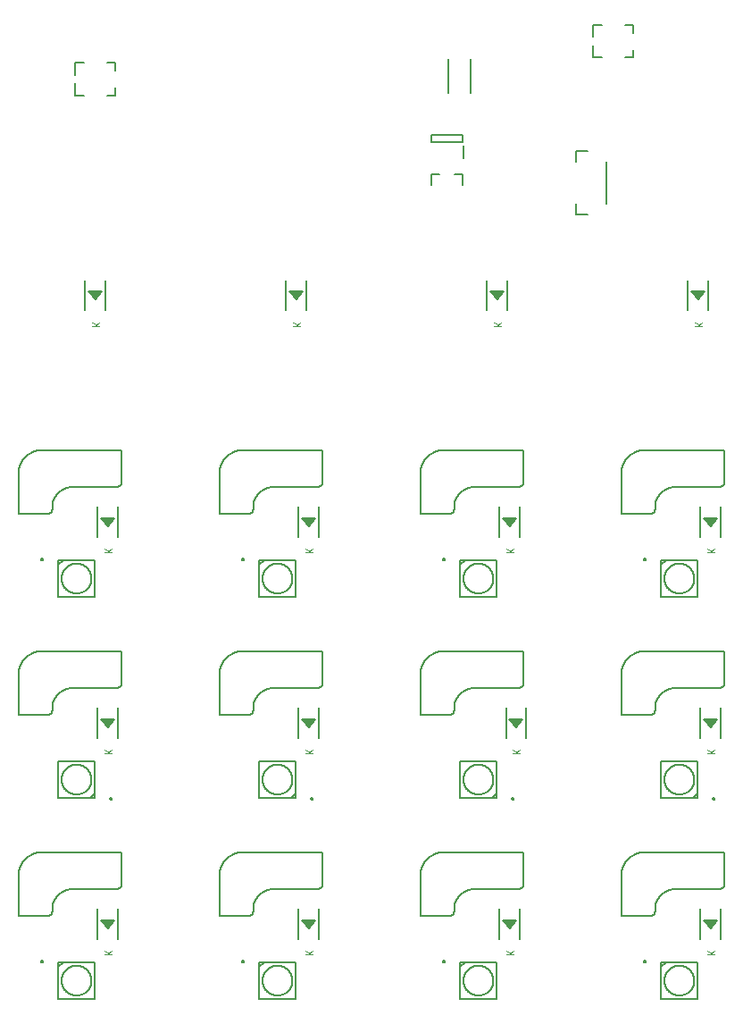
<source format=gbr>
G04 EAGLE Gerber RS-274X export*
G75*
%MOMM*%
%FSLAX34Y34*%
%LPD*%
%INSilkscreen Bottom*%
%IPPOS*%
%AMOC8*
5,1,8,0,0,1.08239X$1,22.5*%
G01*
%ADD10C,0.150000*%
%ADD11C,0.127000*%
%ADD12C,0.200000*%
%ADD13C,0.180000*%
%ADD14C,0.152400*%
%ADD15C,0.050800*%


D10*
X135500Y579500D02*
X135500Y617500D01*
X135506Y618032D01*
X135526Y618563D01*
X135558Y619094D01*
X135603Y619623D01*
X135660Y620152D01*
X135731Y620679D01*
X135814Y621204D01*
X135910Y621727D01*
X136018Y622247D01*
X136139Y622765D01*
X136273Y623280D01*
X136419Y623791D01*
X136577Y624298D01*
X136747Y624802D01*
X136930Y625301D01*
X137124Y625796D01*
X137331Y626286D01*
X137549Y626771D01*
X137779Y627250D01*
X138020Y627724D01*
X138273Y628192D01*
X138537Y628653D01*
X138812Y629108D01*
X139098Y629556D01*
X139394Y629997D01*
X139702Y630431D01*
X140019Y630858D01*
X140347Y631276D01*
X140685Y631687D01*
X141033Y632089D01*
X141390Y632482D01*
X141757Y632867D01*
X142133Y633243D01*
X142518Y633610D01*
X142911Y633967D01*
X143313Y634315D01*
X143724Y634653D01*
X144142Y634981D01*
X144569Y635298D01*
X145003Y635606D01*
X145444Y635902D01*
X145892Y636188D01*
X146347Y636463D01*
X146808Y636727D01*
X147276Y636980D01*
X147750Y637221D01*
X148229Y637451D01*
X148714Y637669D01*
X149204Y637876D01*
X149699Y638070D01*
X150198Y638253D01*
X150702Y638423D01*
X151209Y638581D01*
X151720Y638727D01*
X152235Y638861D01*
X152753Y638982D01*
X153273Y639090D01*
X153796Y639186D01*
X154321Y639269D01*
X154848Y639340D01*
X155377Y639397D01*
X155906Y639442D01*
X156437Y639474D01*
X156968Y639494D01*
X157500Y639500D01*
X233500Y639500D01*
X233500Y610000D01*
X233491Y609850D01*
X233479Y609699D01*
X233462Y609550D01*
X233442Y609400D01*
X233418Y609252D01*
X233390Y609104D01*
X233358Y608956D01*
X233322Y608810D01*
X233282Y608665D01*
X233239Y608520D01*
X233192Y608377D01*
X233141Y608236D01*
X233086Y608095D01*
X233028Y607956D01*
X232966Y607819D01*
X232901Y607683D01*
X232832Y607549D01*
X232759Y607417D01*
X232684Y607287D01*
X232604Y607159D01*
X232522Y607033D01*
X232436Y606909D01*
X232347Y606787D01*
X232255Y606668D01*
X232159Y606552D01*
X232061Y606437D01*
X231960Y606326D01*
X231855Y606217D01*
X231749Y606111D01*
X231639Y606008D01*
X231526Y605907D01*
X231411Y605810D01*
X231294Y605716D01*
X231174Y605624D01*
X231052Y605536D01*
X230927Y605452D01*
X230801Y605370D01*
X230672Y605292D01*
X230541Y605217D01*
X230408Y605146D01*
X230274Y605078D01*
X230138Y605014D01*
X230000Y604953D01*
X229860Y604896D01*
X229719Y604842D01*
X229577Y604793D01*
X229434Y604747D01*
X229289Y604705D01*
X229143Y604666D01*
X228997Y604632D01*
X228849Y604601D01*
X228701Y604574D01*
X228552Y604551D01*
X228403Y604532D01*
X228253Y604517D01*
X228102Y604506D01*
X227952Y604499D01*
X227801Y604495D01*
X227651Y604496D01*
X227500Y604500D01*
X187500Y604500D01*
X187041Y604518D01*
X186581Y604526D01*
X186121Y604522D01*
X185662Y604508D01*
X185203Y604482D01*
X184744Y604445D01*
X184287Y604397D01*
X183831Y604338D01*
X183377Y604268D01*
X182924Y604187D01*
X182473Y604095D01*
X182025Y603992D01*
X181580Y603879D01*
X181137Y603755D01*
X180698Y603620D01*
X180261Y603474D01*
X179829Y603318D01*
X179400Y603152D01*
X178976Y602975D01*
X178556Y602788D01*
X178140Y602591D01*
X177730Y602384D01*
X177324Y602167D01*
X176924Y601941D01*
X176530Y601705D01*
X176141Y601459D01*
X175759Y601204D01*
X175382Y600940D01*
X175012Y600667D01*
X174649Y600385D01*
X174293Y600094D01*
X173944Y599795D01*
X173602Y599487D01*
X173268Y599171D01*
X172942Y598848D01*
X172623Y598516D01*
X172313Y598177D01*
X172010Y597830D01*
X171717Y597477D01*
X171432Y597116D01*
X171155Y596749D01*
X170888Y596374D01*
X170630Y595994D01*
X170381Y595607D01*
X170141Y595215D01*
X169911Y594817D01*
X169691Y594413D01*
X169481Y594005D01*
X169280Y593591D01*
X169090Y593172D01*
X168909Y592749D01*
X168739Y592322D01*
X168580Y591891D01*
X168430Y591456D01*
X168292Y591018D01*
X168164Y590576D01*
X168046Y590132D01*
X167940Y589684D01*
X167844Y589235D01*
X167759Y588783D01*
X167686Y588329D01*
X167623Y587874D01*
X167571Y587417D01*
X167530Y586959D01*
X167500Y586500D01*
X167500Y585000D01*
X167527Y584869D01*
X167551Y584737D01*
X167570Y584604D01*
X167586Y584471D01*
X167598Y584337D01*
X167606Y584203D01*
X167609Y584069D01*
X167610Y583935D01*
X167606Y583801D01*
X167598Y583667D01*
X167586Y583534D01*
X167571Y583401D01*
X167551Y583268D01*
X167528Y583136D01*
X167501Y583004D01*
X167470Y582874D01*
X167436Y582744D01*
X167397Y582616D01*
X167355Y582489D01*
X167309Y582363D01*
X167260Y582238D01*
X167207Y582115D01*
X167150Y581993D01*
X167090Y581873D01*
X167027Y581755D01*
X166960Y581639D01*
X166889Y581525D01*
X166816Y581413D01*
X166739Y581303D01*
X166659Y581195D01*
X166576Y581090D01*
X166490Y580987D01*
X166400Y580887D01*
X166308Y580790D01*
X166214Y580695D01*
X166116Y580603D01*
X166016Y580514D01*
X165913Y580427D01*
X165808Y580344D01*
X165701Y580264D01*
X165591Y580187D01*
X165479Y580113D01*
X165365Y580043D01*
X165249Y579976D01*
X165131Y579912D01*
X165011Y579852D01*
X164889Y579795D01*
X164766Y579742D01*
X164642Y579692D01*
X164516Y579646D01*
X164388Y579604D01*
X164260Y579566D01*
X164131Y579531D01*
X164000Y579500D01*
X135500Y579500D01*
X326000Y579500D02*
X326000Y617500D01*
X326006Y618032D01*
X326026Y618563D01*
X326058Y619094D01*
X326103Y619623D01*
X326160Y620152D01*
X326231Y620679D01*
X326314Y621204D01*
X326410Y621727D01*
X326518Y622247D01*
X326639Y622765D01*
X326773Y623280D01*
X326919Y623791D01*
X327077Y624298D01*
X327247Y624802D01*
X327430Y625301D01*
X327624Y625796D01*
X327831Y626286D01*
X328049Y626771D01*
X328279Y627250D01*
X328520Y627724D01*
X328773Y628192D01*
X329037Y628653D01*
X329312Y629108D01*
X329598Y629556D01*
X329894Y629997D01*
X330202Y630431D01*
X330519Y630858D01*
X330847Y631276D01*
X331185Y631687D01*
X331533Y632089D01*
X331890Y632482D01*
X332257Y632867D01*
X332633Y633243D01*
X333018Y633610D01*
X333411Y633967D01*
X333813Y634315D01*
X334224Y634653D01*
X334642Y634981D01*
X335069Y635298D01*
X335503Y635606D01*
X335944Y635902D01*
X336392Y636188D01*
X336847Y636463D01*
X337308Y636727D01*
X337776Y636980D01*
X338250Y637221D01*
X338729Y637451D01*
X339214Y637669D01*
X339704Y637876D01*
X340199Y638070D01*
X340698Y638253D01*
X341202Y638423D01*
X341709Y638581D01*
X342220Y638727D01*
X342735Y638861D01*
X343253Y638982D01*
X343773Y639090D01*
X344296Y639186D01*
X344821Y639269D01*
X345348Y639340D01*
X345877Y639397D01*
X346406Y639442D01*
X346937Y639474D01*
X347468Y639494D01*
X348000Y639500D01*
X424000Y639500D01*
X424000Y610000D01*
X423991Y609850D01*
X423979Y609699D01*
X423962Y609550D01*
X423942Y609400D01*
X423918Y609252D01*
X423890Y609104D01*
X423858Y608956D01*
X423822Y608810D01*
X423782Y608665D01*
X423739Y608520D01*
X423692Y608377D01*
X423641Y608236D01*
X423586Y608095D01*
X423528Y607956D01*
X423466Y607819D01*
X423401Y607683D01*
X423332Y607549D01*
X423259Y607417D01*
X423184Y607287D01*
X423104Y607159D01*
X423022Y607033D01*
X422936Y606909D01*
X422847Y606787D01*
X422755Y606668D01*
X422659Y606552D01*
X422561Y606437D01*
X422460Y606326D01*
X422355Y606217D01*
X422249Y606111D01*
X422139Y606008D01*
X422026Y605907D01*
X421911Y605810D01*
X421794Y605716D01*
X421674Y605624D01*
X421552Y605536D01*
X421427Y605452D01*
X421301Y605370D01*
X421172Y605292D01*
X421041Y605217D01*
X420908Y605146D01*
X420774Y605078D01*
X420638Y605014D01*
X420500Y604953D01*
X420360Y604896D01*
X420219Y604842D01*
X420077Y604793D01*
X419934Y604747D01*
X419789Y604705D01*
X419643Y604666D01*
X419497Y604632D01*
X419349Y604601D01*
X419201Y604574D01*
X419052Y604551D01*
X418903Y604532D01*
X418753Y604517D01*
X418602Y604506D01*
X418452Y604499D01*
X418301Y604495D01*
X418151Y604496D01*
X418000Y604500D01*
X378000Y604500D01*
X377541Y604518D01*
X377081Y604526D01*
X376621Y604522D01*
X376162Y604508D01*
X375703Y604482D01*
X375244Y604445D01*
X374787Y604397D01*
X374331Y604338D01*
X373877Y604268D01*
X373424Y604187D01*
X372973Y604095D01*
X372525Y603992D01*
X372080Y603879D01*
X371637Y603755D01*
X371198Y603620D01*
X370761Y603474D01*
X370329Y603318D01*
X369900Y603152D01*
X369476Y602975D01*
X369056Y602788D01*
X368640Y602591D01*
X368230Y602384D01*
X367824Y602167D01*
X367424Y601941D01*
X367030Y601705D01*
X366641Y601459D01*
X366259Y601204D01*
X365882Y600940D01*
X365512Y600667D01*
X365149Y600385D01*
X364793Y600094D01*
X364444Y599795D01*
X364102Y599487D01*
X363768Y599171D01*
X363442Y598848D01*
X363123Y598516D01*
X362813Y598177D01*
X362510Y597830D01*
X362217Y597477D01*
X361932Y597116D01*
X361655Y596749D01*
X361388Y596374D01*
X361130Y595994D01*
X360881Y595607D01*
X360641Y595215D01*
X360411Y594817D01*
X360191Y594413D01*
X359981Y594005D01*
X359780Y593591D01*
X359590Y593172D01*
X359409Y592749D01*
X359239Y592322D01*
X359080Y591891D01*
X358930Y591456D01*
X358792Y591018D01*
X358664Y590576D01*
X358546Y590132D01*
X358440Y589684D01*
X358344Y589235D01*
X358259Y588783D01*
X358186Y588329D01*
X358123Y587874D01*
X358071Y587417D01*
X358030Y586959D01*
X358000Y586500D01*
X358000Y585000D01*
X358027Y584869D01*
X358051Y584737D01*
X358070Y584604D01*
X358086Y584471D01*
X358098Y584337D01*
X358106Y584203D01*
X358109Y584069D01*
X358110Y583935D01*
X358106Y583801D01*
X358098Y583667D01*
X358086Y583534D01*
X358071Y583401D01*
X358051Y583268D01*
X358028Y583136D01*
X358001Y583004D01*
X357970Y582874D01*
X357936Y582744D01*
X357897Y582616D01*
X357855Y582489D01*
X357809Y582363D01*
X357760Y582238D01*
X357707Y582115D01*
X357650Y581993D01*
X357590Y581873D01*
X357527Y581755D01*
X357460Y581639D01*
X357389Y581525D01*
X357316Y581413D01*
X357239Y581303D01*
X357159Y581195D01*
X357076Y581090D01*
X356990Y580987D01*
X356900Y580887D01*
X356808Y580790D01*
X356714Y580695D01*
X356616Y580603D01*
X356516Y580514D01*
X356413Y580427D01*
X356308Y580344D01*
X356201Y580264D01*
X356091Y580187D01*
X355979Y580113D01*
X355865Y580043D01*
X355749Y579976D01*
X355631Y579912D01*
X355511Y579852D01*
X355389Y579795D01*
X355266Y579742D01*
X355142Y579692D01*
X355016Y579646D01*
X354888Y579604D01*
X354760Y579566D01*
X354631Y579531D01*
X354500Y579500D01*
X326000Y579500D01*
X516500Y579500D02*
X516500Y617500D01*
X516506Y618032D01*
X516526Y618563D01*
X516558Y619094D01*
X516603Y619623D01*
X516660Y620152D01*
X516731Y620679D01*
X516814Y621204D01*
X516910Y621727D01*
X517018Y622247D01*
X517139Y622765D01*
X517273Y623280D01*
X517419Y623791D01*
X517577Y624298D01*
X517747Y624802D01*
X517930Y625301D01*
X518124Y625796D01*
X518331Y626286D01*
X518549Y626771D01*
X518779Y627250D01*
X519020Y627724D01*
X519273Y628192D01*
X519537Y628653D01*
X519812Y629108D01*
X520098Y629556D01*
X520394Y629997D01*
X520702Y630431D01*
X521019Y630858D01*
X521347Y631276D01*
X521685Y631687D01*
X522033Y632089D01*
X522390Y632482D01*
X522757Y632867D01*
X523133Y633243D01*
X523518Y633610D01*
X523911Y633967D01*
X524313Y634315D01*
X524724Y634653D01*
X525142Y634981D01*
X525569Y635298D01*
X526003Y635606D01*
X526444Y635902D01*
X526892Y636188D01*
X527347Y636463D01*
X527808Y636727D01*
X528276Y636980D01*
X528750Y637221D01*
X529229Y637451D01*
X529714Y637669D01*
X530204Y637876D01*
X530699Y638070D01*
X531198Y638253D01*
X531702Y638423D01*
X532209Y638581D01*
X532720Y638727D01*
X533235Y638861D01*
X533753Y638982D01*
X534273Y639090D01*
X534796Y639186D01*
X535321Y639269D01*
X535848Y639340D01*
X536377Y639397D01*
X536906Y639442D01*
X537437Y639474D01*
X537968Y639494D01*
X538500Y639500D01*
X614500Y639500D01*
X614500Y610000D01*
X614491Y609850D01*
X614479Y609699D01*
X614462Y609550D01*
X614442Y609400D01*
X614418Y609252D01*
X614390Y609104D01*
X614358Y608956D01*
X614322Y608810D01*
X614282Y608665D01*
X614239Y608520D01*
X614192Y608377D01*
X614141Y608236D01*
X614086Y608095D01*
X614028Y607956D01*
X613966Y607819D01*
X613901Y607683D01*
X613832Y607549D01*
X613759Y607417D01*
X613684Y607287D01*
X613604Y607159D01*
X613522Y607033D01*
X613436Y606909D01*
X613347Y606787D01*
X613255Y606668D01*
X613159Y606552D01*
X613061Y606437D01*
X612960Y606326D01*
X612855Y606217D01*
X612749Y606111D01*
X612639Y606008D01*
X612526Y605907D01*
X612411Y605810D01*
X612294Y605716D01*
X612174Y605624D01*
X612052Y605536D01*
X611927Y605452D01*
X611801Y605370D01*
X611672Y605292D01*
X611541Y605217D01*
X611408Y605146D01*
X611274Y605078D01*
X611138Y605014D01*
X611000Y604953D01*
X610860Y604896D01*
X610719Y604842D01*
X610577Y604793D01*
X610434Y604747D01*
X610289Y604705D01*
X610143Y604666D01*
X609997Y604632D01*
X609849Y604601D01*
X609701Y604574D01*
X609552Y604551D01*
X609403Y604532D01*
X609253Y604517D01*
X609102Y604506D01*
X608952Y604499D01*
X608801Y604495D01*
X608651Y604496D01*
X608500Y604500D01*
X568500Y604500D01*
X568041Y604518D01*
X567581Y604526D01*
X567121Y604522D01*
X566662Y604508D01*
X566203Y604482D01*
X565744Y604445D01*
X565287Y604397D01*
X564831Y604338D01*
X564377Y604268D01*
X563924Y604187D01*
X563473Y604095D01*
X563025Y603992D01*
X562580Y603879D01*
X562137Y603755D01*
X561698Y603620D01*
X561261Y603474D01*
X560829Y603318D01*
X560400Y603152D01*
X559976Y602975D01*
X559556Y602788D01*
X559140Y602591D01*
X558730Y602384D01*
X558324Y602167D01*
X557924Y601941D01*
X557530Y601705D01*
X557141Y601459D01*
X556759Y601204D01*
X556382Y600940D01*
X556012Y600667D01*
X555649Y600385D01*
X555293Y600094D01*
X554944Y599795D01*
X554602Y599487D01*
X554268Y599171D01*
X553942Y598848D01*
X553623Y598516D01*
X553313Y598177D01*
X553010Y597830D01*
X552717Y597477D01*
X552432Y597116D01*
X552155Y596749D01*
X551888Y596374D01*
X551630Y595994D01*
X551381Y595607D01*
X551141Y595215D01*
X550911Y594817D01*
X550691Y594413D01*
X550481Y594005D01*
X550280Y593591D01*
X550090Y593172D01*
X549909Y592749D01*
X549739Y592322D01*
X549580Y591891D01*
X549430Y591456D01*
X549292Y591018D01*
X549164Y590576D01*
X549046Y590132D01*
X548940Y589684D01*
X548844Y589235D01*
X548759Y588783D01*
X548686Y588329D01*
X548623Y587874D01*
X548571Y587417D01*
X548530Y586959D01*
X548500Y586500D01*
X548500Y585000D01*
X548527Y584869D01*
X548551Y584737D01*
X548570Y584604D01*
X548586Y584471D01*
X548598Y584337D01*
X548606Y584203D01*
X548609Y584069D01*
X548610Y583935D01*
X548606Y583801D01*
X548598Y583667D01*
X548586Y583534D01*
X548571Y583401D01*
X548551Y583268D01*
X548528Y583136D01*
X548501Y583004D01*
X548470Y582874D01*
X548436Y582744D01*
X548397Y582616D01*
X548355Y582489D01*
X548309Y582363D01*
X548260Y582238D01*
X548207Y582115D01*
X548150Y581993D01*
X548090Y581873D01*
X548027Y581755D01*
X547960Y581639D01*
X547889Y581525D01*
X547816Y581413D01*
X547739Y581303D01*
X547659Y581195D01*
X547576Y581090D01*
X547490Y580987D01*
X547400Y580887D01*
X547308Y580790D01*
X547214Y580695D01*
X547116Y580603D01*
X547016Y580514D01*
X546913Y580427D01*
X546808Y580344D01*
X546701Y580264D01*
X546591Y580187D01*
X546479Y580113D01*
X546365Y580043D01*
X546249Y579976D01*
X546131Y579912D01*
X546011Y579852D01*
X545889Y579795D01*
X545766Y579742D01*
X545642Y579692D01*
X545516Y579646D01*
X545388Y579604D01*
X545260Y579566D01*
X545131Y579531D01*
X545000Y579500D01*
X516500Y579500D01*
X707000Y579500D02*
X707000Y617500D01*
X707006Y618032D01*
X707026Y618563D01*
X707058Y619094D01*
X707103Y619623D01*
X707160Y620152D01*
X707231Y620679D01*
X707314Y621204D01*
X707410Y621727D01*
X707518Y622247D01*
X707639Y622765D01*
X707773Y623280D01*
X707919Y623791D01*
X708077Y624298D01*
X708247Y624802D01*
X708430Y625301D01*
X708624Y625796D01*
X708831Y626286D01*
X709049Y626771D01*
X709279Y627250D01*
X709520Y627724D01*
X709773Y628192D01*
X710037Y628653D01*
X710312Y629108D01*
X710598Y629556D01*
X710894Y629997D01*
X711202Y630431D01*
X711519Y630858D01*
X711847Y631276D01*
X712185Y631687D01*
X712533Y632089D01*
X712890Y632482D01*
X713257Y632867D01*
X713633Y633243D01*
X714018Y633610D01*
X714411Y633967D01*
X714813Y634315D01*
X715224Y634653D01*
X715642Y634981D01*
X716069Y635298D01*
X716503Y635606D01*
X716944Y635902D01*
X717392Y636188D01*
X717847Y636463D01*
X718308Y636727D01*
X718776Y636980D01*
X719250Y637221D01*
X719729Y637451D01*
X720214Y637669D01*
X720704Y637876D01*
X721199Y638070D01*
X721698Y638253D01*
X722202Y638423D01*
X722709Y638581D01*
X723220Y638727D01*
X723735Y638861D01*
X724253Y638982D01*
X724773Y639090D01*
X725296Y639186D01*
X725821Y639269D01*
X726348Y639340D01*
X726877Y639397D01*
X727406Y639442D01*
X727937Y639474D01*
X728468Y639494D01*
X729000Y639500D01*
X805000Y639500D01*
X805000Y610000D01*
X804991Y609850D01*
X804979Y609699D01*
X804962Y609550D01*
X804942Y609400D01*
X804918Y609252D01*
X804890Y609104D01*
X804858Y608956D01*
X804822Y608810D01*
X804782Y608665D01*
X804739Y608520D01*
X804692Y608377D01*
X804641Y608236D01*
X804586Y608095D01*
X804528Y607956D01*
X804466Y607819D01*
X804401Y607683D01*
X804332Y607549D01*
X804259Y607417D01*
X804184Y607287D01*
X804104Y607159D01*
X804022Y607033D01*
X803936Y606909D01*
X803847Y606787D01*
X803755Y606668D01*
X803659Y606552D01*
X803561Y606437D01*
X803460Y606326D01*
X803355Y606217D01*
X803249Y606111D01*
X803139Y606008D01*
X803026Y605907D01*
X802911Y605810D01*
X802794Y605716D01*
X802674Y605624D01*
X802552Y605536D01*
X802427Y605452D01*
X802301Y605370D01*
X802172Y605292D01*
X802041Y605217D01*
X801908Y605146D01*
X801774Y605078D01*
X801638Y605014D01*
X801500Y604953D01*
X801360Y604896D01*
X801219Y604842D01*
X801077Y604793D01*
X800934Y604747D01*
X800789Y604705D01*
X800643Y604666D01*
X800497Y604632D01*
X800349Y604601D01*
X800201Y604574D01*
X800052Y604551D01*
X799903Y604532D01*
X799753Y604517D01*
X799602Y604506D01*
X799452Y604499D01*
X799301Y604495D01*
X799151Y604496D01*
X799000Y604500D01*
X759000Y604500D01*
X758541Y604518D01*
X758081Y604526D01*
X757621Y604522D01*
X757162Y604508D01*
X756703Y604482D01*
X756244Y604445D01*
X755787Y604397D01*
X755331Y604338D01*
X754877Y604268D01*
X754424Y604187D01*
X753973Y604095D01*
X753525Y603992D01*
X753080Y603879D01*
X752637Y603755D01*
X752198Y603620D01*
X751761Y603474D01*
X751329Y603318D01*
X750900Y603152D01*
X750476Y602975D01*
X750056Y602788D01*
X749640Y602591D01*
X749230Y602384D01*
X748824Y602167D01*
X748424Y601941D01*
X748030Y601705D01*
X747641Y601459D01*
X747259Y601204D01*
X746882Y600940D01*
X746512Y600667D01*
X746149Y600385D01*
X745793Y600094D01*
X745444Y599795D01*
X745102Y599487D01*
X744768Y599171D01*
X744442Y598848D01*
X744123Y598516D01*
X743813Y598177D01*
X743510Y597830D01*
X743217Y597477D01*
X742932Y597116D01*
X742655Y596749D01*
X742388Y596374D01*
X742130Y595994D01*
X741881Y595607D01*
X741641Y595215D01*
X741411Y594817D01*
X741191Y594413D01*
X740981Y594005D01*
X740780Y593591D01*
X740590Y593172D01*
X740409Y592749D01*
X740239Y592322D01*
X740080Y591891D01*
X739930Y591456D01*
X739792Y591018D01*
X739664Y590576D01*
X739546Y590132D01*
X739440Y589684D01*
X739344Y589235D01*
X739259Y588783D01*
X739186Y588329D01*
X739123Y587874D01*
X739071Y587417D01*
X739030Y586959D01*
X739000Y586500D01*
X739000Y585000D01*
X739027Y584869D01*
X739051Y584737D01*
X739070Y584604D01*
X739086Y584471D01*
X739098Y584337D01*
X739106Y584203D01*
X739109Y584069D01*
X739110Y583935D01*
X739106Y583801D01*
X739098Y583667D01*
X739086Y583534D01*
X739071Y583401D01*
X739051Y583268D01*
X739028Y583136D01*
X739001Y583004D01*
X738970Y582874D01*
X738936Y582744D01*
X738897Y582616D01*
X738855Y582489D01*
X738809Y582363D01*
X738760Y582238D01*
X738707Y582115D01*
X738650Y581993D01*
X738590Y581873D01*
X738527Y581755D01*
X738460Y581639D01*
X738389Y581525D01*
X738316Y581413D01*
X738239Y581303D01*
X738159Y581195D01*
X738076Y581090D01*
X737990Y580987D01*
X737900Y580887D01*
X737808Y580790D01*
X737714Y580695D01*
X737616Y580603D01*
X737516Y580514D01*
X737413Y580427D01*
X737308Y580344D01*
X737201Y580264D01*
X737091Y580187D01*
X736979Y580113D01*
X736865Y580043D01*
X736749Y579976D01*
X736631Y579912D01*
X736511Y579852D01*
X736389Y579795D01*
X736266Y579742D01*
X736142Y579692D01*
X736016Y579646D01*
X735888Y579604D01*
X735760Y579566D01*
X735631Y579531D01*
X735500Y579500D01*
X707000Y579500D01*
X135500Y427000D02*
X135500Y389000D01*
X135500Y427000D02*
X135506Y427532D01*
X135526Y428063D01*
X135558Y428594D01*
X135603Y429123D01*
X135660Y429652D01*
X135731Y430179D01*
X135814Y430704D01*
X135910Y431227D01*
X136018Y431747D01*
X136139Y432265D01*
X136273Y432780D01*
X136419Y433291D01*
X136577Y433798D01*
X136747Y434302D01*
X136930Y434801D01*
X137124Y435296D01*
X137331Y435786D01*
X137549Y436271D01*
X137779Y436750D01*
X138020Y437224D01*
X138273Y437692D01*
X138537Y438153D01*
X138812Y438608D01*
X139098Y439056D01*
X139394Y439497D01*
X139702Y439931D01*
X140019Y440358D01*
X140347Y440776D01*
X140685Y441187D01*
X141033Y441589D01*
X141390Y441982D01*
X141757Y442367D01*
X142133Y442743D01*
X142518Y443110D01*
X142911Y443467D01*
X143313Y443815D01*
X143724Y444153D01*
X144142Y444481D01*
X144569Y444798D01*
X145003Y445106D01*
X145444Y445402D01*
X145892Y445688D01*
X146347Y445963D01*
X146808Y446227D01*
X147276Y446480D01*
X147750Y446721D01*
X148229Y446951D01*
X148714Y447169D01*
X149204Y447376D01*
X149699Y447570D01*
X150198Y447753D01*
X150702Y447923D01*
X151209Y448081D01*
X151720Y448227D01*
X152235Y448361D01*
X152753Y448482D01*
X153273Y448590D01*
X153796Y448686D01*
X154321Y448769D01*
X154848Y448840D01*
X155377Y448897D01*
X155906Y448942D01*
X156437Y448974D01*
X156968Y448994D01*
X157500Y449000D01*
X233500Y449000D01*
X233500Y419500D01*
X233491Y419350D01*
X233479Y419199D01*
X233462Y419050D01*
X233442Y418900D01*
X233418Y418752D01*
X233390Y418604D01*
X233358Y418456D01*
X233322Y418310D01*
X233282Y418165D01*
X233239Y418020D01*
X233192Y417877D01*
X233141Y417736D01*
X233086Y417595D01*
X233028Y417456D01*
X232966Y417319D01*
X232901Y417183D01*
X232832Y417049D01*
X232759Y416917D01*
X232684Y416787D01*
X232604Y416659D01*
X232522Y416533D01*
X232436Y416409D01*
X232347Y416287D01*
X232255Y416168D01*
X232159Y416052D01*
X232061Y415937D01*
X231960Y415826D01*
X231855Y415717D01*
X231749Y415611D01*
X231639Y415508D01*
X231526Y415407D01*
X231411Y415310D01*
X231294Y415216D01*
X231174Y415124D01*
X231052Y415036D01*
X230927Y414952D01*
X230801Y414870D01*
X230672Y414792D01*
X230541Y414717D01*
X230408Y414646D01*
X230274Y414578D01*
X230138Y414514D01*
X230000Y414453D01*
X229860Y414396D01*
X229719Y414342D01*
X229577Y414293D01*
X229434Y414247D01*
X229289Y414205D01*
X229143Y414166D01*
X228997Y414132D01*
X228849Y414101D01*
X228701Y414074D01*
X228552Y414051D01*
X228403Y414032D01*
X228253Y414017D01*
X228102Y414006D01*
X227952Y413999D01*
X227801Y413995D01*
X227651Y413996D01*
X227500Y414000D01*
X187500Y414000D01*
X187041Y414018D01*
X186581Y414026D01*
X186121Y414022D01*
X185662Y414008D01*
X185203Y413982D01*
X184744Y413945D01*
X184287Y413897D01*
X183831Y413838D01*
X183377Y413768D01*
X182924Y413687D01*
X182473Y413595D01*
X182025Y413492D01*
X181580Y413379D01*
X181137Y413255D01*
X180698Y413120D01*
X180261Y412974D01*
X179829Y412818D01*
X179400Y412652D01*
X178976Y412475D01*
X178556Y412288D01*
X178140Y412091D01*
X177730Y411884D01*
X177324Y411667D01*
X176924Y411441D01*
X176530Y411205D01*
X176141Y410959D01*
X175759Y410704D01*
X175382Y410440D01*
X175012Y410167D01*
X174649Y409885D01*
X174293Y409594D01*
X173944Y409295D01*
X173602Y408987D01*
X173268Y408671D01*
X172942Y408348D01*
X172623Y408016D01*
X172313Y407677D01*
X172010Y407330D01*
X171717Y406977D01*
X171432Y406616D01*
X171155Y406249D01*
X170888Y405874D01*
X170630Y405494D01*
X170381Y405107D01*
X170141Y404715D01*
X169911Y404317D01*
X169691Y403913D01*
X169481Y403505D01*
X169280Y403091D01*
X169090Y402672D01*
X168909Y402249D01*
X168739Y401822D01*
X168580Y401391D01*
X168430Y400956D01*
X168292Y400518D01*
X168164Y400076D01*
X168046Y399632D01*
X167940Y399184D01*
X167844Y398735D01*
X167759Y398283D01*
X167686Y397829D01*
X167623Y397374D01*
X167571Y396917D01*
X167530Y396459D01*
X167500Y396000D01*
X167500Y394500D01*
X167527Y394369D01*
X167551Y394237D01*
X167570Y394104D01*
X167586Y393971D01*
X167598Y393837D01*
X167606Y393703D01*
X167609Y393569D01*
X167610Y393435D01*
X167606Y393301D01*
X167598Y393167D01*
X167586Y393034D01*
X167571Y392901D01*
X167551Y392768D01*
X167528Y392636D01*
X167501Y392504D01*
X167470Y392374D01*
X167436Y392244D01*
X167397Y392116D01*
X167355Y391989D01*
X167309Y391863D01*
X167260Y391738D01*
X167207Y391615D01*
X167150Y391493D01*
X167090Y391373D01*
X167027Y391255D01*
X166960Y391139D01*
X166889Y391025D01*
X166816Y390913D01*
X166739Y390803D01*
X166659Y390695D01*
X166576Y390590D01*
X166490Y390487D01*
X166400Y390387D01*
X166308Y390290D01*
X166214Y390195D01*
X166116Y390103D01*
X166016Y390014D01*
X165913Y389927D01*
X165808Y389844D01*
X165701Y389764D01*
X165591Y389687D01*
X165479Y389613D01*
X165365Y389543D01*
X165249Y389476D01*
X165131Y389412D01*
X165011Y389352D01*
X164889Y389295D01*
X164766Y389242D01*
X164642Y389192D01*
X164516Y389146D01*
X164388Y389104D01*
X164260Y389066D01*
X164131Y389031D01*
X164000Y389000D01*
X135500Y389000D01*
X326000Y389000D02*
X326000Y427000D01*
X326006Y427532D01*
X326026Y428063D01*
X326058Y428594D01*
X326103Y429123D01*
X326160Y429652D01*
X326231Y430179D01*
X326314Y430704D01*
X326410Y431227D01*
X326518Y431747D01*
X326639Y432265D01*
X326773Y432780D01*
X326919Y433291D01*
X327077Y433798D01*
X327247Y434302D01*
X327430Y434801D01*
X327624Y435296D01*
X327831Y435786D01*
X328049Y436271D01*
X328279Y436750D01*
X328520Y437224D01*
X328773Y437692D01*
X329037Y438153D01*
X329312Y438608D01*
X329598Y439056D01*
X329894Y439497D01*
X330202Y439931D01*
X330519Y440358D01*
X330847Y440776D01*
X331185Y441187D01*
X331533Y441589D01*
X331890Y441982D01*
X332257Y442367D01*
X332633Y442743D01*
X333018Y443110D01*
X333411Y443467D01*
X333813Y443815D01*
X334224Y444153D01*
X334642Y444481D01*
X335069Y444798D01*
X335503Y445106D01*
X335944Y445402D01*
X336392Y445688D01*
X336847Y445963D01*
X337308Y446227D01*
X337776Y446480D01*
X338250Y446721D01*
X338729Y446951D01*
X339214Y447169D01*
X339704Y447376D01*
X340199Y447570D01*
X340698Y447753D01*
X341202Y447923D01*
X341709Y448081D01*
X342220Y448227D01*
X342735Y448361D01*
X343253Y448482D01*
X343773Y448590D01*
X344296Y448686D01*
X344821Y448769D01*
X345348Y448840D01*
X345877Y448897D01*
X346406Y448942D01*
X346937Y448974D01*
X347468Y448994D01*
X348000Y449000D01*
X424000Y449000D01*
X424000Y419500D01*
X423991Y419350D01*
X423979Y419199D01*
X423962Y419050D01*
X423942Y418900D01*
X423918Y418752D01*
X423890Y418604D01*
X423858Y418456D01*
X423822Y418310D01*
X423782Y418165D01*
X423739Y418020D01*
X423692Y417877D01*
X423641Y417736D01*
X423586Y417595D01*
X423528Y417456D01*
X423466Y417319D01*
X423401Y417183D01*
X423332Y417049D01*
X423259Y416917D01*
X423184Y416787D01*
X423104Y416659D01*
X423022Y416533D01*
X422936Y416409D01*
X422847Y416287D01*
X422755Y416168D01*
X422659Y416052D01*
X422561Y415937D01*
X422460Y415826D01*
X422355Y415717D01*
X422249Y415611D01*
X422139Y415508D01*
X422026Y415407D01*
X421911Y415310D01*
X421794Y415216D01*
X421674Y415124D01*
X421552Y415036D01*
X421427Y414952D01*
X421301Y414870D01*
X421172Y414792D01*
X421041Y414717D01*
X420908Y414646D01*
X420774Y414578D01*
X420638Y414514D01*
X420500Y414453D01*
X420360Y414396D01*
X420219Y414342D01*
X420077Y414293D01*
X419934Y414247D01*
X419789Y414205D01*
X419643Y414166D01*
X419497Y414132D01*
X419349Y414101D01*
X419201Y414074D01*
X419052Y414051D01*
X418903Y414032D01*
X418753Y414017D01*
X418602Y414006D01*
X418452Y413999D01*
X418301Y413995D01*
X418151Y413996D01*
X418000Y414000D01*
X378000Y414000D01*
X377541Y414018D01*
X377081Y414026D01*
X376621Y414022D01*
X376162Y414008D01*
X375703Y413982D01*
X375244Y413945D01*
X374787Y413897D01*
X374331Y413838D01*
X373877Y413768D01*
X373424Y413687D01*
X372973Y413595D01*
X372525Y413492D01*
X372080Y413379D01*
X371637Y413255D01*
X371198Y413120D01*
X370761Y412974D01*
X370329Y412818D01*
X369900Y412652D01*
X369476Y412475D01*
X369056Y412288D01*
X368640Y412091D01*
X368230Y411884D01*
X367824Y411667D01*
X367424Y411441D01*
X367030Y411205D01*
X366641Y410959D01*
X366259Y410704D01*
X365882Y410440D01*
X365512Y410167D01*
X365149Y409885D01*
X364793Y409594D01*
X364444Y409295D01*
X364102Y408987D01*
X363768Y408671D01*
X363442Y408348D01*
X363123Y408016D01*
X362813Y407677D01*
X362510Y407330D01*
X362217Y406977D01*
X361932Y406616D01*
X361655Y406249D01*
X361388Y405874D01*
X361130Y405494D01*
X360881Y405107D01*
X360641Y404715D01*
X360411Y404317D01*
X360191Y403913D01*
X359981Y403505D01*
X359780Y403091D01*
X359590Y402672D01*
X359409Y402249D01*
X359239Y401822D01*
X359080Y401391D01*
X358930Y400956D01*
X358792Y400518D01*
X358664Y400076D01*
X358546Y399632D01*
X358440Y399184D01*
X358344Y398735D01*
X358259Y398283D01*
X358186Y397829D01*
X358123Y397374D01*
X358071Y396917D01*
X358030Y396459D01*
X358000Y396000D01*
X358000Y394500D01*
X358027Y394369D01*
X358051Y394237D01*
X358070Y394104D01*
X358086Y393971D01*
X358098Y393837D01*
X358106Y393703D01*
X358109Y393569D01*
X358110Y393435D01*
X358106Y393301D01*
X358098Y393167D01*
X358086Y393034D01*
X358071Y392901D01*
X358051Y392768D01*
X358028Y392636D01*
X358001Y392504D01*
X357970Y392374D01*
X357936Y392244D01*
X357897Y392116D01*
X357855Y391989D01*
X357809Y391863D01*
X357760Y391738D01*
X357707Y391615D01*
X357650Y391493D01*
X357590Y391373D01*
X357527Y391255D01*
X357460Y391139D01*
X357389Y391025D01*
X357316Y390913D01*
X357239Y390803D01*
X357159Y390695D01*
X357076Y390590D01*
X356990Y390487D01*
X356900Y390387D01*
X356808Y390290D01*
X356714Y390195D01*
X356616Y390103D01*
X356516Y390014D01*
X356413Y389927D01*
X356308Y389844D01*
X356201Y389764D01*
X356091Y389687D01*
X355979Y389613D01*
X355865Y389543D01*
X355749Y389476D01*
X355631Y389412D01*
X355511Y389352D01*
X355389Y389295D01*
X355266Y389242D01*
X355142Y389192D01*
X355016Y389146D01*
X354888Y389104D01*
X354760Y389066D01*
X354631Y389031D01*
X354500Y389000D01*
X326000Y389000D01*
X516500Y389000D02*
X516500Y427000D01*
X516506Y427532D01*
X516526Y428063D01*
X516558Y428594D01*
X516603Y429123D01*
X516660Y429652D01*
X516731Y430179D01*
X516814Y430704D01*
X516910Y431227D01*
X517018Y431747D01*
X517139Y432265D01*
X517273Y432780D01*
X517419Y433291D01*
X517577Y433798D01*
X517747Y434302D01*
X517930Y434801D01*
X518124Y435296D01*
X518331Y435786D01*
X518549Y436271D01*
X518779Y436750D01*
X519020Y437224D01*
X519273Y437692D01*
X519537Y438153D01*
X519812Y438608D01*
X520098Y439056D01*
X520394Y439497D01*
X520702Y439931D01*
X521019Y440358D01*
X521347Y440776D01*
X521685Y441187D01*
X522033Y441589D01*
X522390Y441982D01*
X522757Y442367D01*
X523133Y442743D01*
X523518Y443110D01*
X523911Y443467D01*
X524313Y443815D01*
X524724Y444153D01*
X525142Y444481D01*
X525569Y444798D01*
X526003Y445106D01*
X526444Y445402D01*
X526892Y445688D01*
X527347Y445963D01*
X527808Y446227D01*
X528276Y446480D01*
X528750Y446721D01*
X529229Y446951D01*
X529714Y447169D01*
X530204Y447376D01*
X530699Y447570D01*
X531198Y447753D01*
X531702Y447923D01*
X532209Y448081D01*
X532720Y448227D01*
X533235Y448361D01*
X533753Y448482D01*
X534273Y448590D01*
X534796Y448686D01*
X535321Y448769D01*
X535848Y448840D01*
X536377Y448897D01*
X536906Y448942D01*
X537437Y448974D01*
X537968Y448994D01*
X538500Y449000D01*
X614500Y449000D01*
X614500Y419500D01*
X614491Y419350D01*
X614479Y419199D01*
X614462Y419050D01*
X614442Y418900D01*
X614418Y418752D01*
X614390Y418604D01*
X614358Y418456D01*
X614322Y418310D01*
X614282Y418165D01*
X614239Y418020D01*
X614192Y417877D01*
X614141Y417736D01*
X614086Y417595D01*
X614028Y417456D01*
X613966Y417319D01*
X613901Y417183D01*
X613832Y417049D01*
X613759Y416917D01*
X613684Y416787D01*
X613604Y416659D01*
X613522Y416533D01*
X613436Y416409D01*
X613347Y416287D01*
X613255Y416168D01*
X613159Y416052D01*
X613061Y415937D01*
X612960Y415826D01*
X612855Y415717D01*
X612749Y415611D01*
X612639Y415508D01*
X612526Y415407D01*
X612411Y415310D01*
X612294Y415216D01*
X612174Y415124D01*
X612052Y415036D01*
X611927Y414952D01*
X611801Y414870D01*
X611672Y414792D01*
X611541Y414717D01*
X611408Y414646D01*
X611274Y414578D01*
X611138Y414514D01*
X611000Y414453D01*
X610860Y414396D01*
X610719Y414342D01*
X610577Y414293D01*
X610434Y414247D01*
X610289Y414205D01*
X610143Y414166D01*
X609997Y414132D01*
X609849Y414101D01*
X609701Y414074D01*
X609552Y414051D01*
X609403Y414032D01*
X609253Y414017D01*
X609102Y414006D01*
X608952Y413999D01*
X608801Y413995D01*
X608651Y413996D01*
X608500Y414000D01*
X568500Y414000D01*
X568041Y414018D01*
X567581Y414026D01*
X567121Y414022D01*
X566662Y414008D01*
X566203Y413982D01*
X565744Y413945D01*
X565287Y413897D01*
X564831Y413838D01*
X564377Y413768D01*
X563924Y413687D01*
X563473Y413595D01*
X563025Y413492D01*
X562580Y413379D01*
X562137Y413255D01*
X561698Y413120D01*
X561261Y412974D01*
X560829Y412818D01*
X560400Y412652D01*
X559976Y412475D01*
X559556Y412288D01*
X559140Y412091D01*
X558730Y411884D01*
X558324Y411667D01*
X557924Y411441D01*
X557530Y411205D01*
X557141Y410959D01*
X556759Y410704D01*
X556382Y410440D01*
X556012Y410167D01*
X555649Y409885D01*
X555293Y409594D01*
X554944Y409295D01*
X554602Y408987D01*
X554268Y408671D01*
X553942Y408348D01*
X553623Y408016D01*
X553313Y407677D01*
X553010Y407330D01*
X552717Y406977D01*
X552432Y406616D01*
X552155Y406249D01*
X551888Y405874D01*
X551630Y405494D01*
X551381Y405107D01*
X551141Y404715D01*
X550911Y404317D01*
X550691Y403913D01*
X550481Y403505D01*
X550280Y403091D01*
X550090Y402672D01*
X549909Y402249D01*
X549739Y401822D01*
X549580Y401391D01*
X549430Y400956D01*
X549292Y400518D01*
X549164Y400076D01*
X549046Y399632D01*
X548940Y399184D01*
X548844Y398735D01*
X548759Y398283D01*
X548686Y397829D01*
X548623Y397374D01*
X548571Y396917D01*
X548530Y396459D01*
X548500Y396000D01*
X548500Y394500D01*
X548527Y394369D01*
X548551Y394237D01*
X548570Y394104D01*
X548586Y393971D01*
X548598Y393837D01*
X548606Y393703D01*
X548609Y393569D01*
X548610Y393435D01*
X548606Y393301D01*
X548598Y393167D01*
X548586Y393034D01*
X548571Y392901D01*
X548551Y392768D01*
X548528Y392636D01*
X548501Y392504D01*
X548470Y392374D01*
X548436Y392244D01*
X548397Y392116D01*
X548355Y391989D01*
X548309Y391863D01*
X548260Y391738D01*
X548207Y391615D01*
X548150Y391493D01*
X548090Y391373D01*
X548027Y391255D01*
X547960Y391139D01*
X547889Y391025D01*
X547816Y390913D01*
X547739Y390803D01*
X547659Y390695D01*
X547576Y390590D01*
X547490Y390487D01*
X547400Y390387D01*
X547308Y390290D01*
X547214Y390195D01*
X547116Y390103D01*
X547016Y390014D01*
X546913Y389927D01*
X546808Y389844D01*
X546701Y389764D01*
X546591Y389687D01*
X546479Y389613D01*
X546365Y389543D01*
X546249Y389476D01*
X546131Y389412D01*
X546011Y389352D01*
X545889Y389295D01*
X545766Y389242D01*
X545642Y389192D01*
X545516Y389146D01*
X545388Y389104D01*
X545260Y389066D01*
X545131Y389031D01*
X545000Y389000D01*
X516500Y389000D01*
X707000Y389000D02*
X707000Y427000D01*
X707006Y427532D01*
X707026Y428063D01*
X707058Y428594D01*
X707103Y429123D01*
X707160Y429652D01*
X707231Y430179D01*
X707314Y430704D01*
X707410Y431227D01*
X707518Y431747D01*
X707639Y432265D01*
X707773Y432780D01*
X707919Y433291D01*
X708077Y433798D01*
X708247Y434302D01*
X708430Y434801D01*
X708624Y435296D01*
X708831Y435786D01*
X709049Y436271D01*
X709279Y436750D01*
X709520Y437224D01*
X709773Y437692D01*
X710037Y438153D01*
X710312Y438608D01*
X710598Y439056D01*
X710894Y439497D01*
X711202Y439931D01*
X711519Y440358D01*
X711847Y440776D01*
X712185Y441187D01*
X712533Y441589D01*
X712890Y441982D01*
X713257Y442367D01*
X713633Y442743D01*
X714018Y443110D01*
X714411Y443467D01*
X714813Y443815D01*
X715224Y444153D01*
X715642Y444481D01*
X716069Y444798D01*
X716503Y445106D01*
X716944Y445402D01*
X717392Y445688D01*
X717847Y445963D01*
X718308Y446227D01*
X718776Y446480D01*
X719250Y446721D01*
X719729Y446951D01*
X720214Y447169D01*
X720704Y447376D01*
X721199Y447570D01*
X721698Y447753D01*
X722202Y447923D01*
X722709Y448081D01*
X723220Y448227D01*
X723735Y448361D01*
X724253Y448482D01*
X724773Y448590D01*
X725296Y448686D01*
X725821Y448769D01*
X726348Y448840D01*
X726877Y448897D01*
X727406Y448942D01*
X727937Y448974D01*
X728468Y448994D01*
X729000Y449000D01*
X805000Y449000D01*
X805000Y419500D01*
X804991Y419350D01*
X804979Y419199D01*
X804962Y419050D01*
X804942Y418900D01*
X804918Y418752D01*
X804890Y418604D01*
X804858Y418456D01*
X804822Y418310D01*
X804782Y418165D01*
X804739Y418020D01*
X804692Y417877D01*
X804641Y417736D01*
X804586Y417595D01*
X804528Y417456D01*
X804466Y417319D01*
X804401Y417183D01*
X804332Y417049D01*
X804259Y416917D01*
X804184Y416787D01*
X804104Y416659D01*
X804022Y416533D01*
X803936Y416409D01*
X803847Y416287D01*
X803755Y416168D01*
X803659Y416052D01*
X803561Y415937D01*
X803460Y415826D01*
X803355Y415717D01*
X803249Y415611D01*
X803139Y415508D01*
X803026Y415407D01*
X802911Y415310D01*
X802794Y415216D01*
X802674Y415124D01*
X802552Y415036D01*
X802427Y414952D01*
X802301Y414870D01*
X802172Y414792D01*
X802041Y414717D01*
X801908Y414646D01*
X801774Y414578D01*
X801638Y414514D01*
X801500Y414453D01*
X801360Y414396D01*
X801219Y414342D01*
X801077Y414293D01*
X800934Y414247D01*
X800789Y414205D01*
X800643Y414166D01*
X800497Y414132D01*
X800349Y414101D01*
X800201Y414074D01*
X800052Y414051D01*
X799903Y414032D01*
X799753Y414017D01*
X799602Y414006D01*
X799452Y413999D01*
X799301Y413995D01*
X799151Y413996D01*
X799000Y414000D01*
X759000Y414000D01*
X758541Y414018D01*
X758081Y414026D01*
X757621Y414022D01*
X757162Y414008D01*
X756703Y413982D01*
X756244Y413945D01*
X755787Y413897D01*
X755331Y413838D01*
X754877Y413768D01*
X754424Y413687D01*
X753973Y413595D01*
X753525Y413492D01*
X753080Y413379D01*
X752637Y413255D01*
X752198Y413120D01*
X751761Y412974D01*
X751329Y412818D01*
X750900Y412652D01*
X750476Y412475D01*
X750056Y412288D01*
X749640Y412091D01*
X749230Y411884D01*
X748824Y411667D01*
X748424Y411441D01*
X748030Y411205D01*
X747641Y410959D01*
X747259Y410704D01*
X746882Y410440D01*
X746512Y410167D01*
X746149Y409885D01*
X745793Y409594D01*
X745444Y409295D01*
X745102Y408987D01*
X744768Y408671D01*
X744442Y408348D01*
X744123Y408016D01*
X743813Y407677D01*
X743510Y407330D01*
X743217Y406977D01*
X742932Y406616D01*
X742655Y406249D01*
X742388Y405874D01*
X742130Y405494D01*
X741881Y405107D01*
X741641Y404715D01*
X741411Y404317D01*
X741191Y403913D01*
X740981Y403505D01*
X740780Y403091D01*
X740590Y402672D01*
X740409Y402249D01*
X740239Y401822D01*
X740080Y401391D01*
X739930Y400956D01*
X739792Y400518D01*
X739664Y400076D01*
X739546Y399632D01*
X739440Y399184D01*
X739344Y398735D01*
X739259Y398283D01*
X739186Y397829D01*
X739123Y397374D01*
X739071Y396917D01*
X739030Y396459D01*
X739000Y396000D01*
X739000Y394500D01*
X739027Y394369D01*
X739051Y394237D01*
X739070Y394104D01*
X739086Y393971D01*
X739098Y393837D01*
X739106Y393703D01*
X739109Y393569D01*
X739110Y393435D01*
X739106Y393301D01*
X739098Y393167D01*
X739086Y393034D01*
X739071Y392901D01*
X739051Y392768D01*
X739028Y392636D01*
X739001Y392504D01*
X738970Y392374D01*
X738936Y392244D01*
X738897Y392116D01*
X738855Y391989D01*
X738809Y391863D01*
X738760Y391738D01*
X738707Y391615D01*
X738650Y391493D01*
X738590Y391373D01*
X738527Y391255D01*
X738460Y391139D01*
X738389Y391025D01*
X738316Y390913D01*
X738239Y390803D01*
X738159Y390695D01*
X738076Y390590D01*
X737990Y390487D01*
X737900Y390387D01*
X737808Y390290D01*
X737714Y390195D01*
X737616Y390103D01*
X737516Y390014D01*
X737413Y389927D01*
X737308Y389844D01*
X737201Y389764D01*
X737091Y389687D01*
X736979Y389613D01*
X736865Y389543D01*
X736749Y389476D01*
X736631Y389412D01*
X736511Y389352D01*
X736389Y389295D01*
X736266Y389242D01*
X736142Y389192D01*
X736016Y389146D01*
X735888Y389104D01*
X735760Y389066D01*
X735631Y389031D01*
X735500Y389000D01*
X707000Y389000D01*
X135500Y236500D02*
X135500Y198500D01*
X135500Y236500D02*
X135506Y237032D01*
X135526Y237563D01*
X135558Y238094D01*
X135603Y238623D01*
X135660Y239152D01*
X135731Y239679D01*
X135814Y240204D01*
X135910Y240727D01*
X136018Y241247D01*
X136139Y241765D01*
X136273Y242280D01*
X136419Y242791D01*
X136577Y243298D01*
X136747Y243802D01*
X136930Y244301D01*
X137124Y244796D01*
X137331Y245286D01*
X137549Y245771D01*
X137779Y246250D01*
X138020Y246724D01*
X138273Y247192D01*
X138537Y247653D01*
X138812Y248108D01*
X139098Y248556D01*
X139394Y248997D01*
X139702Y249431D01*
X140019Y249858D01*
X140347Y250276D01*
X140685Y250687D01*
X141033Y251089D01*
X141390Y251482D01*
X141757Y251867D01*
X142133Y252243D01*
X142518Y252610D01*
X142911Y252967D01*
X143313Y253315D01*
X143724Y253653D01*
X144142Y253981D01*
X144569Y254298D01*
X145003Y254606D01*
X145444Y254902D01*
X145892Y255188D01*
X146347Y255463D01*
X146808Y255727D01*
X147276Y255980D01*
X147750Y256221D01*
X148229Y256451D01*
X148714Y256669D01*
X149204Y256876D01*
X149699Y257070D01*
X150198Y257253D01*
X150702Y257423D01*
X151209Y257581D01*
X151720Y257727D01*
X152235Y257861D01*
X152753Y257982D01*
X153273Y258090D01*
X153796Y258186D01*
X154321Y258269D01*
X154848Y258340D01*
X155377Y258397D01*
X155906Y258442D01*
X156437Y258474D01*
X156968Y258494D01*
X157500Y258500D01*
X233500Y258500D01*
X233500Y229000D01*
X233491Y228850D01*
X233479Y228699D01*
X233462Y228550D01*
X233442Y228400D01*
X233418Y228252D01*
X233390Y228104D01*
X233358Y227956D01*
X233322Y227810D01*
X233282Y227665D01*
X233239Y227520D01*
X233192Y227377D01*
X233141Y227236D01*
X233086Y227095D01*
X233028Y226956D01*
X232966Y226819D01*
X232901Y226683D01*
X232832Y226549D01*
X232759Y226417D01*
X232684Y226287D01*
X232604Y226159D01*
X232522Y226033D01*
X232436Y225909D01*
X232347Y225787D01*
X232255Y225668D01*
X232159Y225552D01*
X232061Y225437D01*
X231960Y225326D01*
X231855Y225217D01*
X231749Y225111D01*
X231639Y225008D01*
X231526Y224907D01*
X231411Y224810D01*
X231294Y224716D01*
X231174Y224624D01*
X231052Y224536D01*
X230927Y224452D01*
X230801Y224370D01*
X230672Y224292D01*
X230541Y224217D01*
X230408Y224146D01*
X230274Y224078D01*
X230138Y224014D01*
X230000Y223953D01*
X229860Y223896D01*
X229719Y223842D01*
X229577Y223793D01*
X229434Y223747D01*
X229289Y223705D01*
X229143Y223666D01*
X228997Y223632D01*
X228849Y223601D01*
X228701Y223574D01*
X228552Y223551D01*
X228403Y223532D01*
X228253Y223517D01*
X228102Y223506D01*
X227952Y223499D01*
X227801Y223495D01*
X227651Y223496D01*
X227500Y223500D01*
X187500Y223500D01*
X187041Y223518D01*
X186581Y223526D01*
X186121Y223522D01*
X185662Y223508D01*
X185203Y223482D01*
X184744Y223445D01*
X184287Y223397D01*
X183831Y223338D01*
X183377Y223268D01*
X182924Y223187D01*
X182473Y223095D01*
X182025Y222992D01*
X181580Y222879D01*
X181137Y222755D01*
X180698Y222620D01*
X180261Y222474D01*
X179829Y222318D01*
X179400Y222152D01*
X178976Y221975D01*
X178556Y221788D01*
X178140Y221591D01*
X177730Y221384D01*
X177324Y221167D01*
X176924Y220941D01*
X176530Y220705D01*
X176141Y220459D01*
X175759Y220204D01*
X175382Y219940D01*
X175012Y219667D01*
X174649Y219385D01*
X174293Y219094D01*
X173944Y218795D01*
X173602Y218487D01*
X173268Y218171D01*
X172942Y217848D01*
X172623Y217516D01*
X172313Y217177D01*
X172010Y216830D01*
X171717Y216477D01*
X171432Y216116D01*
X171155Y215749D01*
X170888Y215374D01*
X170630Y214994D01*
X170381Y214607D01*
X170141Y214215D01*
X169911Y213817D01*
X169691Y213413D01*
X169481Y213005D01*
X169280Y212591D01*
X169090Y212172D01*
X168909Y211749D01*
X168739Y211322D01*
X168580Y210891D01*
X168430Y210456D01*
X168292Y210018D01*
X168164Y209576D01*
X168046Y209132D01*
X167940Y208684D01*
X167844Y208235D01*
X167759Y207783D01*
X167686Y207329D01*
X167623Y206874D01*
X167571Y206417D01*
X167530Y205959D01*
X167500Y205500D01*
X167500Y204000D01*
X167527Y203869D01*
X167551Y203737D01*
X167570Y203604D01*
X167586Y203471D01*
X167598Y203337D01*
X167606Y203203D01*
X167609Y203069D01*
X167610Y202935D01*
X167606Y202801D01*
X167598Y202667D01*
X167586Y202534D01*
X167571Y202401D01*
X167551Y202268D01*
X167528Y202136D01*
X167501Y202004D01*
X167470Y201874D01*
X167436Y201744D01*
X167397Y201616D01*
X167355Y201489D01*
X167309Y201363D01*
X167260Y201238D01*
X167207Y201115D01*
X167150Y200993D01*
X167090Y200873D01*
X167027Y200755D01*
X166960Y200639D01*
X166889Y200525D01*
X166816Y200413D01*
X166739Y200303D01*
X166659Y200195D01*
X166576Y200090D01*
X166490Y199987D01*
X166400Y199887D01*
X166308Y199790D01*
X166214Y199695D01*
X166116Y199603D01*
X166016Y199514D01*
X165913Y199427D01*
X165808Y199344D01*
X165701Y199264D01*
X165591Y199187D01*
X165479Y199113D01*
X165365Y199043D01*
X165249Y198976D01*
X165131Y198912D01*
X165011Y198852D01*
X164889Y198795D01*
X164766Y198742D01*
X164642Y198692D01*
X164516Y198646D01*
X164388Y198604D01*
X164260Y198566D01*
X164131Y198531D01*
X164000Y198500D01*
X135500Y198500D01*
X326000Y198500D02*
X326000Y236500D01*
X326006Y237032D01*
X326026Y237563D01*
X326058Y238094D01*
X326103Y238623D01*
X326160Y239152D01*
X326231Y239679D01*
X326314Y240204D01*
X326410Y240727D01*
X326518Y241247D01*
X326639Y241765D01*
X326773Y242280D01*
X326919Y242791D01*
X327077Y243298D01*
X327247Y243802D01*
X327430Y244301D01*
X327624Y244796D01*
X327831Y245286D01*
X328049Y245771D01*
X328279Y246250D01*
X328520Y246724D01*
X328773Y247192D01*
X329037Y247653D01*
X329312Y248108D01*
X329598Y248556D01*
X329894Y248997D01*
X330202Y249431D01*
X330519Y249858D01*
X330847Y250276D01*
X331185Y250687D01*
X331533Y251089D01*
X331890Y251482D01*
X332257Y251867D01*
X332633Y252243D01*
X333018Y252610D01*
X333411Y252967D01*
X333813Y253315D01*
X334224Y253653D01*
X334642Y253981D01*
X335069Y254298D01*
X335503Y254606D01*
X335944Y254902D01*
X336392Y255188D01*
X336847Y255463D01*
X337308Y255727D01*
X337776Y255980D01*
X338250Y256221D01*
X338729Y256451D01*
X339214Y256669D01*
X339704Y256876D01*
X340199Y257070D01*
X340698Y257253D01*
X341202Y257423D01*
X341709Y257581D01*
X342220Y257727D01*
X342735Y257861D01*
X343253Y257982D01*
X343773Y258090D01*
X344296Y258186D01*
X344821Y258269D01*
X345348Y258340D01*
X345877Y258397D01*
X346406Y258442D01*
X346937Y258474D01*
X347468Y258494D01*
X348000Y258500D01*
X424000Y258500D01*
X424000Y229000D01*
X423991Y228850D01*
X423979Y228699D01*
X423962Y228550D01*
X423942Y228400D01*
X423918Y228252D01*
X423890Y228104D01*
X423858Y227956D01*
X423822Y227810D01*
X423782Y227665D01*
X423739Y227520D01*
X423692Y227377D01*
X423641Y227236D01*
X423586Y227095D01*
X423528Y226956D01*
X423466Y226819D01*
X423401Y226683D01*
X423332Y226549D01*
X423259Y226417D01*
X423184Y226287D01*
X423104Y226159D01*
X423022Y226033D01*
X422936Y225909D01*
X422847Y225787D01*
X422755Y225668D01*
X422659Y225552D01*
X422561Y225437D01*
X422460Y225326D01*
X422355Y225217D01*
X422249Y225111D01*
X422139Y225008D01*
X422026Y224907D01*
X421911Y224810D01*
X421794Y224716D01*
X421674Y224624D01*
X421552Y224536D01*
X421427Y224452D01*
X421301Y224370D01*
X421172Y224292D01*
X421041Y224217D01*
X420908Y224146D01*
X420774Y224078D01*
X420638Y224014D01*
X420500Y223953D01*
X420360Y223896D01*
X420219Y223842D01*
X420077Y223793D01*
X419934Y223747D01*
X419789Y223705D01*
X419643Y223666D01*
X419497Y223632D01*
X419349Y223601D01*
X419201Y223574D01*
X419052Y223551D01*
X418903Y223532D01*
X418753Y223517D01*
X418602Y223506D01*
X418452Y223499D01*
X418301Y223495D01*
X418151Y223496D01*
X418000Y223500D01*
X378000Y223500D01*
X377541Y223518D01*
X377081Y223526D01*
X376621Y223522D01*
X376162Y223508D01*
X375703Y223482D01*
X375244Y223445D01*
X374787Y223397D01*
X374331Y223338D01*
X373877Y223268D01*
X373424Y223187D01*
X372973Y223095D01*
X372525Y222992D01*
X372080Y222879D01*
X371637Y222755D01*
X371198Y222620D01*
X370761Y222474D01*
X370329Y222318D01*
X369900Y222152D01*
X369476Y221975D01*
X369056Y221788D01*
X368640Y221591D01*
X368230Y221384D01*
X367824Y221167D01*
X367424Y220941D01*
X367030Y220705D01*
X366641Y220459D01*
X366259Y220204D01*
X365882Y219940D01*
X365512Y219667D01*
X365149Y219385D01*
X364793Y219094D01*
X364444Y218795D01*
X364102Y218487D01*
X363768Y218171D01*
X363442Y217848D01*
X363123Y217516D01*
X362813Y217177D01*
X362510Y216830D01*
X362217Y216477D01*
X361932Y216116D01*
X361655Y215749D01*
X361388Y215374D01*
X361130Y214994D01*
X360881Y214607D01*
X360641Y214215D01*
X360411Y213817D01*
X360191Y213413D01*
X359981Y213005D01*
X359780Y212591D01*
X359590Y212172D01*
X359409Y211749D01*
X359239Y211322D01*
X359080Y210891D01*
X358930Y210456D01*
X358792Y210018D01*
X358664Y209576D01*
X358546Y209132D01*
X358440Y208684D01*
X358344Y208235D01*
X358259Y207783D01*
X358186Y207329D01*
X358123Y206874D01*
X358071Y206417D01*
X358030Y205959D01*
X358000Y205500D01*
X358000Y204000D01*
X358027Y203869D01*
X358051Y203737D01*
X358070Y203604D01*
X358086Y203471D01*
X358098Y203337D01*
X358106Y203203D01*
X358109Y203069D01*
X358110Y202935D01*
X358106Y202801D01*
X358098Y202667D01*
X358086Y202534D01*
X358071Y202401D01*
X358051Y202268D01*
X358028Y202136D01*
X358001Y202004D01*
X357970Y201874D01*
X357936Y201744D01*
X357897Y201616D01*
X357855Y201489D01*
X357809Y201363D01*
X357760Y201238D01*
X357707Y201115D01*
X357650Y200993D01*
X357590Y200873D01*
X357527Y200755D01*
X357460Y200639D01*
X357389Y200525D01*
X357316Y200413D01*
X357239Y200303D01*
X357159Y200195D01*
X357076Y200090D01*
X356990Y199987D01*
X356900Y199887D01*
X356808Y199790D01*
X356714Y199695D01*
X356616Y199603D01*
X356516Y199514D01*
X356413Y199427D01*
X356308Y199344D01*
X356201Y199264D01*
X356091Y199187D01*
X355979Y199113D01*
X355865Y199043D01*
X355749Y198976D01*
X355631Y198912D01*
X355511Y198852D01*
X355389Y198795D01*
X355266Y198742D01*
X355142Y198692D01*
X355016Y198646D01*
X354888Y198604D01*
X354760Y198566D01*
X354631Y198531D01*
X354500Y198500D01*
X326000Y198500D01*
X516500Y198500D02*
X516500Y236500D01*
X516506Y237032D01*
X516526Y237563D01*
X516558Y238094D01*
X516603Y238623D01*
X516660Y239152D01*
X516731Y239679D01*
X516814Y240204D01*
X516910Y240727D01*
X517018Y241247D01*
X517139Y241765D01*
X517273Y242280D01*
X517419Y242791D01*
X517577Y243298D01*
X517747Y243802D01*
X517930Y244301D01*
X518124Y244796D01*
X518331Y245286D01*
X518549Y245771D01*
X518779Y246250D01*
X519020Y246724D01*
X519273Y247192D01*
X519537Y247653D01*
X519812Y248108D01*
X520098Y248556D01*
X520394Y248997D01*
X520702Y249431D01*
X521019Y249858D01*
X521347Y250276D01*
X521685Y250687D01*
X522033Y251089D01*
X522390Y251482D01*
X522757Y251867D01*
X523133Y252243D01*
X523518Y252610D01*
X523911Y252967D01*
X524313Y253315D01*
X524724Y253653D01*
X525142Y253981D01*
X525569Y254298D01*
X526003Y254606D01*
X526444Y254902D01*
X526892Y255188D01*
X527347Y255463D01*
X527808Y255727D01*
X528276Y255980D01*
X528750Y256221D01*
X529229Y256451D01*
X529714Y256669D01*
X530204Y256876D01*
X530699Y257070D01*
X531198Y257253D01*
X531702Y257423D01*
X532209Y257581D01*
X532720Y257727D01*
X533235Y257861D01*
X533753Y257982D01*
X534273Y258090D01*
X534796Y258186D01*
X535321Y258269D01*
X535848Y258340D01*
X536377Y258397D01*
X536906Y258442D01*
X537437Y258474D01*
X537968Y258494D01*
X538500Y258500D01*
X614500Y258500D01*
X614500Y229000D01*
X614491Y228850D01*
X614479Y228699D01*
X614462Y228550D01*
X614442Y228400D01*
X614418Y228252D01*
X614390Y228104D01*
X614358Y227956D01*
X614322Y227810D01*
X614282Y227665D01*
X614239Y227520D01*
X614192Y227377D01*
X614141Y227236D01*
X614086Y227095D01*
X614028Y226956D01*
X613966Y226819D01*
X613901Y226683D01*
X613832Y226549D01*
X613759Y226417D01*
X613684Y226287D01*
X613604Y226159D01*
X613522Y226033D01*
X613436Y225909D01*
X613347Y225787D01*
X613255Y225668D01*
X613159Y225552D01*
X613061Y225437D01*
X612960Y225326D01*
X612855Y225217D01*
X612749Y225111D01*
X612639Y225008D01*
X612526Y224907D01*
X612411Y224810D01*
X612294Y224716D01*
X612174Y224624D01*
X612052Y224536D01*
X611927Y224452D01*
X611801Y224370D01*
X611672Y224292D01*
X611541Y224217D01*
X611408Y224146D01*
X611274Y224078D01*
X611138Y224014D01*
X611000Y223953D01*
X610860Y223896D01*
X610719Y223842D01*
X610577Y223793D01*
X610434Y223747D01*
X610289Y223705D01*
X610143Y223666D01*
X609997Y223632D01*
X609849Y223601D01*
X609701Y223574D01*
X609552Y223551D01*
X609403Y223532D01*
X609253Y223517D01*
X609102Y223506D01*
X608952Y223499D01*
X608801Y223495D01*
X608651Y223496D01*
X608500Y223500D01*
X568500Y223500D01*
X568041Y223518D01*
X567581Y223526D01*
X567121Y223522D01*
X566662Y223508D01*
X566203Y223482D01*
X565744Y223445D01*
X565287Y223397D01*
X564831Y223338D01*
X564377Y223268D01*
X563924Y223187D01*
X563473Y223095D01*
X563025Y222992D01*
X562580Y222879D01*
X562137Y222755D01*
X561698Y222620D01*
X561261Y222474D01*
X560829Y222318D01*
X560400Y222152D01*
X559976Y221975D01*
X559556Y221788D01*
X559140Y221591D01*
X558730Y221384D01*
X558324Y221167D01*
X557924Y220941D01*
X557530Y220705D01*
X557141Y220459D01*
X556759Y220204D01*
X556382Y219940D01*
X556012Y219667D01*
X555649Y219385D01*
X555293Y219094D01*
X554944Y218795D01*
X554602Y218487D01*
X554268Y218171D01*
X553942Y217848D01*
X553623Y217516D01*
X553313Y217177D01*
X553010Y216830D01*
X552717Y216477D01*
X552432Y216116D01*
X552155Y215749D01*
X551888Y215374D01*
X551630Y214994D01*
X551381Y214607D01*
X551141Y214215D01*
X550911Y213817D01*
X550691Y213413D01*
X550481Y213005D01*
X550280Y212591D01*
X550090Y212172D01*
X549909Y211749D01*
X549739Y211322D01*
X549580Y210891D01*
X549430Y210456D01*
X549292Y210018D01*
X549164Y209576D01*
X549046Y209132D01*
X548940Y208684D01*
X548844Y208235D01*
X548759Y207783D01*
X548686Y207329D01*
X548623Y206874D01*
X548571Y206417D01*
X548530Y205959D01*
X548500Y205500D01*
X548500Y204000D01*
X548527Y203869D01*
X548551Y203737D01*
X548570Y203604D01*
X548586Y203471D01*
X548598Y203337D01*
X548606Y203203D01*
X548609Y203069D01*
X548610Y202935D01*
X548606Y202801D01*
X548598Y202667D01*
X548586Y202534D01*
X548571Y202401D01*
X548551Y202268D01*
X548528Y202136D01*
X548501Y202004D01*
X548470Y201874D01*
X548436Y201744D01*
X548397Y201616D01*
X548355Y201489D01*
X548309Y201363D01*
X548260Y201238D01*
X548207Y201115D01*
X548150Y200993D01*
X548090Y200873D01*
X548027Y200755D01*
X547960Y200639D01*
X547889Y200525D01*
X547816Y200413D01*
X547739Y200303D01*
X547659Y200195D01*
X547576Y200090D01*
X547490Y199987D01*
X547400Y199887D01*
X547308Y199790D01*
X547214Y199695D01*
X547116Y199603D01*
X547016Y199514D01*
X546913Y199427D01*
X546808Y199344D01*
X546701Y199264D01*
X546591Y199187D01*
X546479Y199113D01*
X546365Y199043D01*
X546249Y198976D01*
X546131Y198912D01*
X546011Y198852D01*
X545889Y198795D01*
X545766Y198742D01*
X545642Y198692D01*
X545516Y198646D01*
X545388Y198604D01*
X545260Y198566D01*
X545131Y198531D01*
X545000Y198500D01*
X516500Y198500D01*
X707000Y198500D02*
X707000Y236500D01*
X707006Y237032D01*
X707026Y237563D01*
X707058Y238094D01*
X707103Y238623D01*
X707160Y239152D01*
X707231Y239679D01*
X707314Y240204D01*
X707410Y240727D01*
X707518Y241247D01*
X707639Y241765D01*
X707773Y242280D01*
X707919Y242791D01*
X708077Y243298D01*
X708247Y243802D01*
X708430Y244301D01*
X708624Y244796D01*
X708831Y245286D01*
X709049Y245771D01*
X709279Y246250D01*
X709520Y246724D01*
X709773Y247192D01*
X710037Y247653D01*
X710312Y248108D01*
X710598Y248556D01*
X710894Y248997D01*
X711202Y249431D01*
X711519Y249858D01*
X711847Y250276D01*
X712185Y250687D01*
X712533Y251089D01*
X712890Y251482D01*
X713257Y251867D01*
X713633Y252243D01*
X714018Y252610D01*
X714411Y252967D01*
X714813Y253315D01*
X715224Y253653D01*
X715642Y253981D01*
X716069Y254298D01*
X716503Y254606D01*
X716944Y254902D01*
X717392Y255188D01*
X717847Y255463D01*
X718308Y255727D01*
X718776Y255980D01*
X719250Y256221D01*
X719729Y256451D01*
X720214Y256669D01*
X720704Y256876D01*
X721199Y257070D01*
X721698Y257253D01*
X722202Y257423D01*
X722709Y257581D01*
X723220Y257727D01*
X723735Y257861D01*
X724253Y257982D01*
X724773Y258090D01*
X725296Y258186D01*
X725821Y258269D01*
X726348Y258340D01*
X726877Y258397D01*
X727406Y258442D01*
X727937Y258474D01*
X728468Y258494D01*
X729000Y258500D01*
X805000Y258500D01*
X805000Y229000D01*
X804991Y228850D01*
X804979Y228699D01*
X804962Y228550D01*
X804942Y228400D01*
X804918Y228252D01*
X804890Y228104D01*
X804858Y227956D01*
X804822Y227810D01*
X804782Y227665D01*
X804739Y227520D01*
X804692Y227377D01*
X804641Y227236D01*
X804586Y227095D01*
X804528Y226956D01*
X804466Y226819D01*
X804401Y226683D01*
X804332Y226549D01*
X804259Y226417D01*
X804184Y226287D01*
X804104Y226159D01*
X804022Y226033D01*
X803936Y225909D01*
X803847Y225787D01*
X803755Y225668D01*
X803659Y225552D01*
X803561Y225437D01*
X803460Y225326D01*
X803355Y225217D01*
X803249Y225111D01*
X803139Y225008D01*
X803026Y224907D01*
X802911Y224810D01*
X802794Y224716D01*
X802674Y224624D01*
X802552Y224536D01*
X802427Y224452D01*
X802301Y224370D01*
X802172Y224292D01*
X802041Y224217D01*
X801908Y224146D01*
X801774Y224078D01*
X801638Y224014D01*
X801500Y223953D01*
X801360Y223896D01*
X801219Y223842D01*
X801077Y223793D01*
X800934Y223747D01*
X800789Y223705D01*
X800643Y223666D01*
X800497Y223632D01*
X800349Y223601D01*
X800201Y223574D01*
X800052Y223551D01*
X799903Y223532D01*
X799753Y223517D01*
X799602Y223506D01*
X799452Y223499D01*
X799301Y223495D01*
X799151Y223496D01*
X799000Y223500D01*
X759000Y223500D01*
X758541Y223518D01*
X758081Y223526D01*
X757621Y223522D01*
X757162Y223508D01*
X756703Y223482D01*
X756244Y223445D01*
X755787Y223397D01*
X755331Y223338D01*
X754877Y223268D01*
X754424Y223187D01*
X753973Y223095D01*
X753525Y222992D01*
X753080Y222879D01*
X752637Y222755D01*
X752198Y222620D01*
X751761Y222474D01*
X751329Y222318D01*
X750900Y222152D01*
X750476Y221975D01*
X750056Y221788D01*
X749640Y221591D01*
X749230Y221384D01*
X748824Y221167D01*
X748424Y220941D01*
X748030Y220705D01*
X747641Y220459D01*
X747259Y220204D01*
X746882Y219940D01*
X746512Y219667D01*
X746149Y219385D01*
X745793Y219094D01*
X745444Y218795D01*
X745102Y218487D01*
X744768Y218171D01*
X744442Y217848D01*
X744123Y217516D01*
X743813Y217177D01*
X743510Y216830D01*
X743217Y216477D01*
X742932Y216116D01*
X742655Y215749D01*
X742388Y215374D01*
X742130Y214994D01*
X741881Y214607D01*
X741641Y214215D01*
X741411Y213817D01*
X741191Y213413D01*
X740981Y213005D01*
X740780Y212591D01*
X740590Y212172D01*
X740409Y211749D01*
X740239Y211322D01*
X740080Y210891D01*
X739930Y210456D01*
X739792Y210018D01*
X739664Y209576D01*
X739546Y209132D01*
X739440Y208684D01*
X739344Y208235D01*
X739259Y207783D01*
X739186Y207329D01*
X739123Y206874D01*
X739071Y206417D01*
X739030Y205959D01*
X739000Y205500D01*
X739000Y204000D01*
X739027Y203869D01*
X739051Y203737D01*
X739070Y203604D01*
X739086Y203471D01*
X739098Y203337D01*
X739106Y203203D01*
X739109Y203069D01*
X739110Y202935D01*
X739106Y202801D01*
X739098Y202667D01*
X739086Y202534D01*
X739071Y202401D01*
X739051Y202268D01*
X739028Y202136D01*
X739001Y202004D01*
X738970Y201874D01*
X738936Y201744D01*
X738897Y201616D01*
X738855Y201489D01*
X738809Y201363D01*
X738760Y201238D01*
X738707Y201115D01*
X738650Y200993D01*
X738590Y200873D01*
X738527Y200755D01*
X738460Y200639D01*
X738389Y200525D01*
X738316Y200413D01*
X738239Y200303D01*
X738159Y200195D01*
X738076Y200090D01*
X737990Y199987D01*
X737900Y199887D01*
X737808Y199790D01*
X737714Y199695D01*
X737616Y199603D01*
X737516Y199514D01*
X737413Y199427D01*
X737308Y199344D01*
X737201Y199264D01*
X737091Y199187D01*
X736979Y199113D01*
X736865Y199043D01*
X736749Y198976D01*
X736631Y198912D01*
X736511Y198852D01*
X736389Y198795D01*
X736266Y198742D01*
X736142Y198692D01*
X736016Y198646D01*
X735888Y198604D01*
X735760Y198566D01*
X735631Y198531D01*
X735500Y198500D01*
X707000Y198500D01*
D11*
X197359Y975695D02*
X189359Y975695D01*
X189359Y987195D01*
X189359Y995195D02*
X189359Y1006695D01*
X197359Y1006695D01*
X219359Y1006695D02*
X227359Y1006695D01*
X227359Y999195D01*
X227359Y975695D02*
X219359Y975695D01*
X227359Y975695D02*
X227359Y983195D01*
X527129Y900969D02*
X527129Y890429D01*
X527129Y900969D02*
X534749Y900969D01*
X548719Y900969D02*
X556339Y900969D01*
X556339Y890429D01*
X680492Y1011414D02*
X688492Y1011414D01*
X680492Y1011414D02*
X680492Y1022914D01*
X680492Y1030914D02*
X680492Y1042414D01*
X688492Y1042414D01*
X710492Y1042414D02*
X718492Y1042414D01*
X718492Y1034914D01*
X718492Y1011414D02*
X710492Y1011414D01*
X718492Y1011414D02*
X718492Y1018914D01*
D12*
X556484Y937891D02*
X556484Y931391D01*
X556484Y937891D02*
X526984Y937891D01*
X526984Y931391D01*
X556484Y931391D01*
X557734Y927891D02*
X557734Y916391D01*
D11*
X564541Y977872D02*
X564541Y1010472D01*
X542741Y1010472D02*
X542741Y977872D01*
X208000Y500422D02*
X173000Y500422D01*
X208000Y500422D02*
X208000Y535422D01*
X173000Y535422D01*
X173000Y500422D01*
X176358Y517922D02*
X176362Y518269D01*
X176375Y518616D01*
X176396Y518962D01*
X176426Y519308D01*
X176464Y519653D01*
X176511Y519997D01*
X176566Y520340D01*
X176630Y520681D01*
X176702Y521021D01*
X176782Y521358D01*
X176870Y521694D01*
X176967Y522027D01*
X177072Y522358D01*
X177185Y522686D01*
X177306Y523012D01*
X177434Y523334D01*
X177571Y523653D01*
X177716Y523968D01*
X177868Y524280D01*
X178028Y524588D01*
X178195Y524893D01*
X178370Y525192D01*
X178552Y525488D01*
X178741Y525779D01*
X178938Y526065D01*
X179141Y526346D01*
X179351Y526623D01*
X179568Y526894D01*
X179792Y527159D01*
X180021Y527419D01*
X180258Y527673D01*
X180500Y527922D01*
X180749Y528164D01*
X181003Y528401D01*
X181263Y528630D01*
X181528Y528854D01*
X181799Y529071D01*
X182076Y529281D01*
X182357Y529484D01*
X182643Y529681D01*
X182934Y529870D01*
X183230Y530052D01*
X183529Y530227D01*
X183834Y530394D01*
X184142Y530554D01*
X184454Y530706D01*
X184769Y530851D01*
X185088Y530988D01*
X185410Y531116D01*
X185736Y531237D01*
X186064Y531350D01*
X186395Y531455D01*
X186728Y531552D01*
X187064Y531640D01*
X187401Y531720D01*
X187741Y531792D01*
X188082Y531856D01*
X188425Y531911D01*
X188769Y531958D01*
X189114Y531996D01*
X189460Y532026D01*
X189806Y532047D01*
X190153Y532060D01*
X190500Y532064D01*
X190847Y532060D01*
X191194Y532047D01*
X191540Y532026D01*
X191886Y531996D01*
X192231Y531958D01*
X192575Y531911D01*
X192918Y531856D01*
X193259Y531792D01*
X193599Y531720D01*
X193936Y531640D01*
X194272Y531552D01*
X194605Y531455D01*
X194936Y531350D01*
X195264Y531237D01*
X195590Y531116D01*
X195912Y530988D01*
X196231Y530851D01*
X196546Y530706D01*
X196858Y530554D01*
X197166Y530394D01*
X197471Y530227D01*
X197770Y530052D01*
X198066Y529870D01*
X198357Y529681D01*
X198643Y529484D01*
X198924Y529281D01*
X199201Y529071D01*
X199472Y528854D01*
X199737Y528630D01*
X199997Y528401D01*
X200251Y528164D01*
X200500Y527922D01*
X200742Y527673D01*
X200979Y527419D01*
X201208Y527159D01*
X201432Y526894D01*
X201649Y526623D01*
X201859Y526346D01*
X202062Y526065D01*
X202259Y525779D01*
X202448Y525488D01*
X202630Y525192D01*
X202805Y524893D01*
X202972Y524588D01*
X203132Y524280D01*
X203284Y523968D01*
X203429Y523653D01*
X203566Y523334D01*
X203694Y523012D01*
X203815Y522686D01*
X203928Y522358D01*
X204033Y522027D01*
X204130Y521694D01*
X204218Y521358D01*
X204298Y521021D01*
X204370Y520681D01*
X204434Y520340D01*
X204489Y519997D01*
X204536Y519653D01*
X204574Y519308D01*
X204604Y518962D01*
X204625Y518616D01*
X204638Y518269D01*
X204642Y517922D01*
X204638Y517575D01*
X204625Y517228D01*
X204604Y516882D01*
X204574Y516536D01*
X204536Y516191D01*
X204489Y515847D01*
X204434Y515504D01*
X204370Y515163D01*
X204298Y514823D01*
X204218Y514486D01*
X204130Y514150D01*
X204033Y513817D01*
X203928Y513486D01*
X203815Y513158D01*
X203694Y512832D01*
X203566Y512510D01*
X203429Y512191D01*
X203284Y511876D01*
X203132Y511564D01*
X202972Y511256D01*
X202805Y510951D01*
X202630Y510652D01*
X202448Y510356D01*
X202259Y510065D01*
X202062Y509779D01*
X201859Y509498D01*
X201649Y509221D01*
X201432Y508950D01*
X201208Y508685D01*
X200979Y508425D01*
X200742Y508171D01*
X200500Y507922D01*
X200251Y507680D01*
X199997Y507443D01*
X199737Y507214D01*
X199472Y506990D01*
X199201Y506773D01*
X198924Y506563D01*
X198643Y506360D01*
X198357Y506163D01*
X198066Y505974D01*
X197770Y505792D01*
X197471Y505617D01*
X197166Y505450D01*
X196858Y505290D01*
X196546Y505138D01*
X196231Y504993D01*
X195912Y504856D01*
X195590Y504728D01*
X195264Y504607D01*
X194936Y504494D01*
X194605Y504389D01*
X194272Y504292D01*
X193936Y504204D01*
X193599Y504124D01*
X193259Y504052D01*
X192918Y503988D01*
X192575Y503933D01*
X192231Y503886D01*
X191886Y503848D01*
X191540Y503818D01*
X191194Y503797D01*
X190847Y503784D01*
X190500Y503780D01*
X190153Y503784D01*
X189806Y503797D01*
X189460Y503818D01*
X189114Y503848D01*
X188769Y503886D01*
X188425Y503933D01*
X188082Y503988D01*
X187741Y504052D01*
X187401Y504124D01*
X187064Y504204D01*
X186728Y504292D01*
X186395Y504389D01*
X186064Y504494D01*
X185736Y504607D01*
X185410Y504728D01*
X185088Y504856D01*
X184769Y504993D01*
X184454Y505138D01*
X184142Y505290D01*
X183834Y505450D01*
X183529Y505617D01*
X183230Y505792D01*
X182934Y505974D01*
X182643Y506163D01*
X182357Y506360D01*
X182076Y506563D01*
X181799Y506773D01*
X181528Y506990D01*
X181263Y507214D01*
X181003Y507443D01*
X180749Y507680D01*
X180500Y507922D01*
X180258Y508171D01*
X180021Y508425D01*
X179792Y508685D01*
X179568Y508950D01*
X179351Y509221D01*
X179141Y509498D01*
X178938Y509779D01*
X178741Y510065D01*
X178552Y510356D01*
X178370Y510652D01*
X178195Y510951D01*
X178028Y511256D01*
X177868Y511564D01*
X177716Y511876D01*
X177571Y512191D01*
X177434Y512510D01*
X177306Y512832D01*
X177185Y513158D01*
X177072Y513486D01*
X176967Y513817D01*
X176870Y514150D01*
X176782Y514486D01*
X176702Y514823D01*
X176630Y515163D01*
X176566Y515504D01*
X176511Y515847D01*
X176464Y516191D01*
X176426Y516536D01*
X176396Y516882D01*
X176375Y517228D01*
X176362Y517575D01*
X176358Y517922D01*
D13*
X157000Y536022D02*
X157002Y536078D01*
X157008Y536135D01*
X157018Y536190D01*
X157032Y536245D01*
X157049Y536299D01*
X157071Y536351D01*
X157096Y536401D01*
X157124Y536450D01*
X157156Y536497D01*
X157191Y536541D01*
X157229Y536583D01*
X157270Y536622D01*
X157314Y536657D01*
X157360Y536690D01*
X157408Y536719D01*
X157458Y536745D01*
X157510Y536768D01*
X157564Y536786D01*
X157618Y536801D01*
X157673Y536812D01*
X157729Y536819D01*
X157786Y536822D01*
X157842Y536821D01*
X157899Y536816D01*
X157954Y536807D01*
X158009Y536794D01*
X158063Y536777D01*
X158116Y536757D01*
X158167Y536733D01*
X158216Y536705D01*
X158263Y536674D01*
X158308Y536640D01*
X158351Y536602D01*
X158390Y536562D01*
X158427Y536519D01*
X158460Y536474D01*
X158490Y536426D01*
X158517Y536376D01*
X158540Y536325D01*
X158560Y536272D01*
X158576Y536218D01*
X158588Y536162D01*
X158596Y536107D01*
X158600Y536050D01*
X158600Y535994D01*
X158596Y535937D01*
X158588Y535882D01*
X158576Y535826D01*
X158560Y535772D01*
X158540Y535719D01*
X158517Y535668D01*
X158490Y535618D01*
X158460Y535570D01*
X158427Y535525D01*
X158390Y535482D01*
X158351Y535442D01*
X158308Y535404D01*
X158263Y535370D01*
X158216Y535339D01*
X158167Y535311D01*
X158116Y535287D01*
X158063Y535267D01*
X158009Y535250D01*
X157954Y535237D01*
X157899Y535228D01*
X157842Y535223D01*
X157786Y535222D01*
X157729Y535225D01*
X157673Y535232D01*
X157618Y535243D01*
X157564Y535258D01*
X157510Y535276D01*
X157458Y535299D01*
X157408Y535325D01*
X157360Y535354D01*
X157314Y535387D01*
X157270Y535422D01*
X157229Y535461D01*
X157191Y535503D01*
X157156Y535547D01*
X157124Y535594D01*
X157096Y535643D01*
X157071Y535693D01*
X157049Y535745D01*
X157032Y535799D01*
X157018Y535854D01*
X157008Y535909D01*
X157002Y535966D01*
X157000Y536022D01*
D11*
X173228Y530876D02*
X177800Y535448D01*
X363500Y500422D02*
X398500Y500422D01*
X398500Y535422D01*
X363500Y535422D01*
X363500Y500422D01*
X366858Y517922D02*
X366862Y518269D01*
X366875Y518616D01*
X366896Y518962D01*
X366926Y519308D01*
X366964Y519653D01*
X367011Y519997D01*
X367066Y520340D01*
X367130Y520681D01*
X367202Y521021D01*
X367282Y521358D01*
X367370Y521694D01*
X367467Y522027D01*
X367572Y522358D01*
X367685Y522686D01*
X367806Y523012D01*
X367934Y523334D01*
X368071Y523653D01*
X368216Y523968D01*
X368368Y524280D01*
X368528Y524588D01*
X368695Y524893D01*
X368870Y525192D01*
X369052Y525488D01*
X369241Y525779D01*
X369438Y526065D01*
X369641Y526346D01*
X369851Y526623D01*
X370068Y526894D01*
X370292Y527159D01*
X370521Y527419D01*
X370758Y527673D01*
X371000Y527922D01*
X371249Y528164D01*
X371503Y528401D01*
X371763Y528630D01*
X372028Y528854D01*
X372299Y529071D01*
X372576Y529281D01*
X372857Y529484D01*
X373143Y529681D01*
X373434Y529870D01*
X373730Y530052D01*
X374029Y530227D01*
X374334Y530394D01*
X374642Y530554D01*
X374954Y530706D01*
X375269Y530851D01*
X375588Y530988D01*
X375910Y531116D01*
X376236Y531237D01*
X376564Y531350D01*
X376895Y531455D01*
X377228Y531552D01*
X377564Y531640D01*
X377901Y531720D01*
X378241Y531792D01*
X378582Y531856D01*
X378925Y531911D01*
X379269Y531958D01*
X379614Y531996D01*
X379960Y532026D01*
X380306Y532047D01*
X380653Y532060D01*
X381000Y532064D01*
X381347Y532060D01*
X381694Y532047D01*
X382040Y532026D01*
X382386Y531996D01*
X382731Y531958D01*
X383075Y531911D01*
X383418Y531856D01*
X383759Y531792D01*
X384099Y531720D01*
X384436Y531640D01*
X384772Y531552D01*
X385105Y531455D01*
X385436Y531350D01*
X385764Y531237D01*
X386090Y531116D01*
X386412Y530988D01*
X386731Y530851D01*
X387046Y530706D01*
X387358Y530554D01*
X387666Y530394D01*
X387971Y530227D01*
X388270Y530052D01*
X388566Y529870D01*
X388857Y529681D01*
X389143Y529484D01*
X389424Y529281D01*
X389701Y529071D01*
X389972Y528854D01*
X390237Y528630D01*
X390497Y528401D01*
X390751Y528164D01*
X391000Y527922D01*
X391242Y527673D01*
X391479Y527419D01*
X391708Y527159D01*
X391932Y526894D01*
X392149Y526623D01*
X392359Y526346D01*
X392562Y526065D01*
X392759Y525779D01*
X392948Y525488D01*
X393130Y525192D01*
X393305Y524893D01*
X393472Y524588D01*
X393632Y524280D01*
X393784Y523968D01*
X393929Y523653D01*
X394066Y523334D01*
X394194Y523012D01*
X394315Y522686D01*
X394428Y522358D01*
X394533Y522027D01*
X394630Y521694D01*
X394718Y521358D01*
X394798Y521021D01*
X394870Y520681D01*
X394934Y520340D01*
X394989Y519997D01*
X395036Y519653D01*
X395074Y519308D01*
X395104Y518962D01*
X395125Y518616D01*
X395138Y518269D01*
X395142Y517922D01*
X395138Y517575D01*
X395125Y517228D01*
X395104Y516882D01*
X395074Y516536D01*
X395036Y516191D01*
X394989Y515847D01*
X394934Y515504D01*
X394870Y515163D01*
X394798Y514823D01*
X394718Y514486D01*
X394630Y514150D01*
X394533Y513817D01*
X394428Y513486D01*
X394315Y513158D01*
X394194Y512832D01*
X394066Y512510D01*
X393929Y512191D01*
X393784Y511876D01*
X393632Y511564D01*
X393472Y511256D01*
X393305Y510951D01*
X393130Y510652D01*
X392948Y510356D01*
X392759Y510065D01*
X392562Y509779D01*
X392359Y509498D01*
X392149Y509221D01*
X391932Y508950D01*
X391708Y508685D01*
X391479Y508425D01*
X391242Y508171D01*
X391000Y507922D01*
X390751Y507680D01*
X390497Y507443D01*
X390237Y507214D01*
X389972Y506990D01*
X389701Y506773D01*
X389424Y506563D01*
X389143Y506360D01*
X388857Y506163D01*
X388566Y505974D01*
X388270Y505792D01*
X387971Y505617D01*
X387666Y505450D01*
X387358Y505290D01*
X387046Y505138D01*
X386731Y504993D01*
X386412Y504856D01*
X386090Y504728D01*
X385764Y504607D01*
X385436Y504494D01*
X385105Y504389D01*
X384772Y504292D01*
X384436Y504204D01*
X384099Y504124D01*
X383759Y504052D01*
X383418Y503988D01*
X383075Y503933D01*
X382731Y503886D01*
X382386Y503848D01*
X382040Y503818D01*
X381694Y503797D01*
X381347Y503784D01*
X381000Y503780D01*
X380653Y503784D01*
X380306Y503797D01*
X379960Y503818D01*
X379614Y503848D01*
X379269Y503886D01*
X378925Y503933D01*
X378582Y503988D01*
X378241Y504052D01*
X377901Y504124D01*
X377564Y504204D01*
X377228Y504292D01*
X376895Y504389D01*
X376564Y504494D01*
X376236Y504607D01*
X375910Y504728D01*
X375588Y504856D01*
X375269Y504993D01*
X374954Y505138D01*
X374642Y505290D01*
X374334Y505450D01*
X374029Y505617D01*
X373730Y505792D01*
X373434Y505974D01*
X373143Y506163D01*
X372857Y506360D01*
X372576Y506563D01*
X372299Y506773D01*
X372028Y506990D01*
X371763Y507214D01*
X371503Y507443D01*
X371249Y507680D01*
X371000Y507922D01*
X370758Y508171D01*
X370521Y508425D01*
X370292Y508685D01*
X370068Y508950D01*
X369851Y509221D01*
X369641Y509498D01*
X369438Y509779D01*
X369241Y510065D01*
X369052Y510356D01*
X368870Y510652D01*
X368695Y510951D01*
X368528Y511256D01*
X368368Y511564D01*
X368216Y511876D01*
X368071Y512191D01*
X367934Y512510D01*
X367806Y512832D01*
X367685Y513158D01*
X367572Y513486D01*
X367467Y513817D01*
X367370Y514150D01*
X367282Y514486D01*
X367202Y514823D01*
X367130Y515163D01*
X367066Y515504D01*
X367011Y515847D01*
X366964Y516191D01*
X366926Y516536D01*
X366896Y516882D01*
X366875Y517228D01*
X366862Y517575D01*
X366858Y517922D01*
D13*
X347500Y536022D02*
X347502Y536078D01*
X347508Y536135D01*
X347518Y536190D01*
X347532Y536245D01*
X347549Y536299D01*
X347571Y536351D01*
X347596Y536401D01*
X347624Y536450D01*
X347656Y536497D01*
X347691Y536541D01*
X347729Y536583D01*
X347770Y536622D01*
X347814Y536657D01*
X347860Y536690D01*
X347908Y536719D01*
X347958Y536745D01*
X348010Y536768D01*
X348064Y536786D01*
X348118Y536801D01*
X348173Y536812D01*
X348229Y536819D01*
X348286Y536822D01*
X348342Y536821D01*
X348399Y536816D01*
X348454Y536807D01*
X348509Y536794D01*
X348563Y536777D01*
X348616Y536757D01*
X348667Y536733D01*
X348716Y536705D01*
X348763Y536674D01*
X348808Y536640D01*
X348851Y536602D01*
X348890Y536562D01*
X348927Y536519D01*
X348960Y536474D01*
X348990Y536426D01*
X349017Y536376D01*
X349040Y536325D01*
X349060Y536272D01*
X349076Y536218D01*
X349088Y536162D01*
X349096Y536107D01*
X349100Y536050D01*
X349100Y535994D01*
X349096Y535937D01*
X349088Y535882D01*
X349076Y535826D01*
X349060Y535772D01*
X349040Y535719D01*
X349017Y535668D01*
X348990Y535618D01*
X348960Y535570D01*
X348927Y535525D01*
X348890Y535482D01*
X348851Y535442D01*
X348808Y535404D01*
X348763Y535370D01*
X348716Y535339D01*
X348667Y535311D01*
X348616Y535287D01*
X348563Y535267D01*
X348509Y535250D01*
X348454Y535237D01*
X348399Y535228D01*
X348342Y535223D01*
X348286Y535222D01*
X348229Y535225D01*
X348173Y535232D01*
X348118Y535243D01*
X348064Y535258D01*
X348010Y535276D01*
X347958Y535299D01*
X347908Y535325D01*
X347860Y535354D01*
X347814Y535387D01*
X347770Y535422D01*
X347729Y535461D01*
X347691Y535503D01*
X347656Y535547D01*
X347624Y535594D01*
X347596Y535643D01*
X347571Y535693D01*
X347549Y535745D01*
X347532Y535799D01*
X347518Y535854D01*
X347508Y535909D01*
X347502Y535966D01*
X347500Y536022D01*
D11*
X363728Y530876D02*
X368300Y535448D01*
X554000Y500422D02*
X589000Y500422D01*
X589000Y535422D01*
X554000Y535422D01*
X554000Y500422D01*
X557358Y517922D02*
X557362Y518269D01*
X557375Y518616D01*
X557396Y518962D01*
X557426Y519308D01*
X557464Y519653D01*
X557511Y519997D01*
X557566Y520340D01*
X557630Y520681D01*
X557702Y521021D01*
X557782Y521358D01*
X557870Y521694D01*
X557967Y522027D01*
X558072Y522358D01*
X558185Y522686D01*
X558306Y523012D01*
X558434Y523334D01*
X558571Y523653D01*
X558716Y523968D01*
X558868Y524280D01*
X559028Y524588D01*
X559195Y524893D01*
X559370Y525192D01*
X559552Y525488D01*
X559741Y525779D01*
X559938Y526065D01*
X560141Y526346D01*
X560351Y526623D01*
X560568Y526894D01*
X560792Y527159D01*
X561021Y527419D01*
X561258Y527673D01*
X561500Y527922D01*
X561749Y528164D01*
X562003Y528401D01*
X562263Y528630D01*
X562528Y528854D01*
X562799Y529071D01*
X563076Y529281D01*
X563357Y529484D01*
X563643Y529681D01*
X563934Y529870D01*
X564230Y530052D01*
X564529Y530227D01*
X564834Y530394D01*
X565142Y530554D01*
X565454Y530706D01*
X565769Y530851D01*
X566088Y530988D01*
X566410Y531116D01*
X566736Y531237D01*
X567064Y531350D01*
X567395Y531455D01*
X567728Y531552D01*
X568064Y531640D01*
X568401Y531720D01*
X568741Y531792D01*
X569082Y531856D01*
X569425Y531911D01*
X569769Y531958D01*
X570114Y531996D01*
X570460Y532026D01*
X570806Y532047D01*
X571153Y532060D01*
X571500Y532064D01*
X571847Y532060D01*
X572194Y532047D01*
X572540Y532026D01*
X572886Y531996D01*
X573231Y531958D01*
X573575Y531911D01*
X573918Y531856D01*
X574259Y531792D01*
X574599Y531720D01*
X574936Y531640D01*
X575272Y531552D01*
X575605Y531455D01*
X575936Y531350D01*
X576264Y531237D01*
X576590Y531116D01*
X576912Y530988D01*
X577231Y530851D01*
X577546Y530706D01*
X577858Y530554D01*
X578166Y530394D01*
X578471Y530227D01*
X578770Y530052D01*
X579066Y529870D01*
X579357Y529681D01*
X579643Y529484D01*
X579924Y529281D01*
X580201Y529071D01*
X580472Y528854D01*
X580737Y528630D01*
X580997Y528401D01*
X581251Y528164D01*
X581500Y527922D01*
X581742Y527673D01*
X581979Y527419D01*
X582208Y527159D01*
X582432Y526894D01*
X582649Y526623D01*
X582859Y526346D01*
X583062Y526065D01*
X583259Y525779D01*
X583448Y525488D01*
X583630Y525192D01*
X583805Y524893D01*
X583972Y524588D01*
X584132Y524280D01*
X584284Y523968D01*
X584429Y523653D01*
X584566Y523334D01*
X584694Y523012D01*
X584815Y522686D01*
X584928Y522358D01*
X585033Y522027D01*
X585130Y521694D01*
X585218Y521358D01*
X585298Y521021D01*
X585370Y520681D01*
X585434Y520340D01*
X585489Y519997D01*
X585536Y519653D01*
X585574Y519308D01*
X585604Y518962D01*
X585625Y518616D01*
X585638Y518269D01*
X585642Y517922D01*
X585638Y517575D01*
X585625Y517228D01*
X585604Y516882D01*
X585574Y516536D01*
X585536Y516191D01*
X585489Y515847D01*
X585434Y515504D01*
X585370Y515163D01*
X585298Y514823D01*
X585218Y514486D01*
X585130Y514150D01*
X585033Y513817D01*
X584928Y513486D01*
X584815Y513158D01*
X584694Y512832D01*
X584566Y512510D01*
X584429Y512191D01*
X584284Y511876D01*
X584132Y511564D01*
X583972Y511256D01*
X583805Y510951D01*
X583630Y510652D01*
X583448Y510356D01*
X583259Y510065D01*
X583062Y509779D01*
X582859Y509498D01*
X582649Y509221D01*
X582432Y508950D01*
X582208Y508685D01*
X581979Y508425D01*
X581742Y508171D01*
X581500Y507922D01*
X581251Y507680D01*
X580997Y507443D01*
X580737Y507214D01*
X580472Y506990D01*
X580201Y506773D01*
X579924Y506563D01*
X579643Y506360D01*
X579357Y506163D01*
X579066Y505974D01*
X578770Y505792D01*
X578471Y505617D01*
X578166Y505450D01*
X577858Y505290D01*
X577546Y505138D01*
X577231Y504993D01*
X576912Y504856D01*
X576590Y504728D01*
X576264Y504607D01*
X575936Y504494D01*
X575605Y504389D01*
X575272Y504292D01*
X574936Y504204D01*
X574599Y504124D01*
X574259Y504052D01*
X573918Y503988D01*
X573575Y503933D01*
X573231Y503886D01*
X572886Y503848D01*
X572540Y503818D01*
X572194Y503797D01*
X571847Y503784D01*
X571500Y503780D01*
X571153Y503784D01*
X570806Y503797D01*
X570460Y503818D01*
X570114Y503848D01*
X569769Y503886D01*
X569425Y503933D01*
X569082Y503988D01*
X568741Y504052D01*
X568401Y504124D01*
X568064Y504204D01*
X567728Y504292D01*
X567395Y504389D01*
X567064Y504494D01*
X566736Y504607D01*
X566410Y504728D01*
X566088Y504856D01*
X565769Y504993D01*
X565454Y505138D01*
X565142Y505290D01*
X564834Y505450D01*
X564529Y505617D01*
X564230Y505792D01*
X563934Y505974D01*
X563643Y506163D01*
X563357Y506360D01*
X563076Y506563D01*
X562799Y506773D01*
X562528Y506990D01*
X562263Y507214D01*
X562003Y507443D01*
X561749Y507680D01*
X561500Y507922D01*
X561258Y508171D01*
X561021Y508425D01*
X560792Y508685D01*
X560568Y508950D01*
X560351Y509221D01*
X560141Y509498D01*
X559938Y509779D01*
X559741Y510065D01*
X559552Y510356D01*
X559370Y510652D01*
X559195Y510951D01*
X559028Y511256D01*
X558868Y511564D01*
X558716Y511876D01*
X558571Y512191D01*
X558434Y512510D01*
X558306Y512832D01*
X558185Y513158D01*
X558072Y513486D01*
X557967Y513817D01*
X557870Y514150D01*
X557782Y514486D01*
X557702Y514823D01*
X557630Y515163D01*
X557566Y515504D01*
X557511Y515847D01*
X557464Y516191D01*
X557426Y516536D01*
X557396Y516882D01*
X557375Y517228D01*
X557362Y517575D01*
X557358Y517922D01*
D13*
X538000Y536022D02*
X538002Y536078D01*
X538008Y536135D01*
X538018Y536190D01*
X538032Y536245D01*
X538049Y536299D01*
X538071Y536351D01*
X538096Y536401D01*
X538124Y536450D01*
X538156Y536497D01*
X538191Y536541D01*
X538229Y536583D01*
X538270Y536622D01*
X538314Y536657D01*
X538360Y536690D01*
X538408Y536719D01*
X538458Y536745D01*
X538510Y536768D01*
X538564Y536786D01*
X538618Y536801D01*
X538673Y536812D01*
X538729Y536819D01*
X538786Y536822D01*
X538842Y536821D01*
X538899Y536816D01*
X538954Y536807D01*
X539009Y536794D01*
X539063Y536777D01*
X539116Y536757D01*
X539167Y536733D01*
X539216Y536705D01*
X539263Y536674D01*
X539308Y536640D01*
X539351Y536602D01*
X539390Y536562D01*
X539427Y536519D01*
X539460Y536474D01*
X539490Y536426D01*
X539517Y536376D01*
X539540Y536325D01*
X539560Y536272D01*
X539576Y536218D01*
X539588Y536162D01*
X539596Y536107D01*
X539600Y536050D01*
X539600Y535994D01*
X539596Y535937D01*
X539588Y535882D01*
X539576Y535826D01*
X539560Y535772D01*
X539540Y535719D01*
X539517Y535668D01*
X539490Y535618D01*
X539460Y535570D01*
X539427Y535525D01*
X539390Y535482D01*
X539351Y535442D01*
X539308Y535404D01*
X539263Y535370D01*
X539216Y535339D01*
X539167Y535311D01*
X539116Y535287D01*
X539063Y535267D01*
X539009Y535250D01*
X538954Y535237D01*
X538899Y535228D01*
X538842Y535223D01*
X538786Y535222D01*
X538729Y535225D01*
X538673Y535232D01*
X538618Y535243D01*
X538564Y535258D01*
X538510Y535276D01*
X538458Y535299D01*
X538408Y535325D01*
X538360Y535354D01*
X538314Y535387D01*
X538270Y535422D01*
X538229Y535461D01*
X538191Y535503D01*
X538156Y535547D01*
X538124Y535594D01*
X538096Y535643D01*
X538071Y535693D01*
X538049Y535745D01*
X538032Y535799D01*
X538018Y535854D01*
X538008Y535909D01*
X538002Y535966D01*
X538000Y536022D01*
D11*
X554228Y530876D02*
X558800Y535448D01*
X744500Y500422D02*
X779500Y500422D01*
X779500Y535422D01*
X744500Y535422D01*
X744500Y500422D01*
X747858Y517922D02*
X747862Y518269D01*
X747875Y518616D01*
X747896Y518962D01*
X747926Y519308D01*
X747964Y519653D01*
X748011Y519997D01*
X748066Y520340D01*
X748130Y520681D01*
X748202Y521021D01*
X748282Y521358D01*
X748370Y521694D01*
X748467Y522027D01*
X748572Y522358D01*
X748685Y522686D01*
X748806Y523012D01*
X748934Y523334D01*
X749071Y523653D01*
X749216Y523968D01*
X749368Y524280D01*
X749528Y524588D01*
X749695Y524893D01*
X749870Y525192D01*
X750052Y525488D01*
X750241Y525779D01*
X750438Y526065D01*
X750641Y526346D01*
X750851Y526623D01*
X751068Y526894D01*
X751292Y527159D01*
X751521Y527419D01*
X751758Y527673D01*
X752000Y527922D01*
X752249Y528164D01*
X752503Y528401D01*
X752763Y528630D01*
X753028Y528854D01*
X753299Y529071D01*
X753576Y529281D01*
X753857Y529484D01*
X754143Y529681D01*
X754434Y529870D01*
X754730Y530052D01*
X755029Y530227D01*
X755334Y530394D01*
X755642Y530554D01*
X755954Y530706D01*
X756269Y530851D01*
X756588Y530988D01*
X756910Y531116D01*
X757236Y531237D01*
X757564Y531350D01*
X757895Y531455D01*
X758228Y531552D01*
X758564Y531640D01*
X758901Y531720D01*
X759241Y531792D01*
X759582Y531856D01*
X759925Y531911D01*
X760269Y531958D01*
X760614Y531996D01*
X760960Y532026D01*
X761306Y532047D01*
X761653Y532060D01*
X762000Y532064D01*
X762347Y532060D01*
X762694Y532047D01*
X763040Y532026D01*
X763386Y531996D01*
X763731Y531958D01*
X764075Y531911D01*
X764418Y531856D01*
X764759Y531792D01*
X765099Y531720D01*
X765436Y531640D01*
X765772Y531552D01*
X766105Y531455D01*
X766436Y531350D01*
X766764Y531237D01*
X767090Y531116D01*
X767412Y530988D01*
X767731Y530851D01*
X768046Y530706D01*
X768358Y530554D01*
X768666Y530394D01*
X768971Y530227D01*
X769270Y530052D01*
X769566Y529870D01*
X769857Y529681D01*
X770143Y529484D01*
X770424Y529281D01*
X770701Y529071D01*
X770972Y528854D01*
X771237Y528630D01*
X771497Y528401D01*
X771751Y528164D01*
X772000Y527922D01*
X772242Y527673D01*
X772479Y527419D01*
X772708Y527159D01*
X772932Y526894D01*
X773149Y526623D01*
X773359Y526346D01*
X773562Y526065D01*
X773759Y525779D01*
X773948Y525488D01*
X774130Y525192D01*
X774305Y524893D01*
X774472Y524588D01*
X774632Y524280D01*
X774784Y523968D01*
X774929Y523653D01*
X775066Y523334D01*
X775194Y523012D01*
X775315Y522686D01*
X775428Y522358D01*
X775533Y522027D01*
X775630Y521694D01*
X775718Y521358D01*
X775798Y521021D01*
X775870Y520681D01*
X775934Y520340D01*
X775989Y519997D01*
X776036Y519653D01*
X776074Y519308D01*
X776104Y518962D01*
X776125Y518616D01*
X776138Y518269D01*
X776142Y517922D01*
X776138Y517575D01*
X776125Y517228D01*
X776104Y516882D01*
X776074Y516536D01*
X776036Y516191D01*
X775989Y515847D01*
X775934Y515504D01*
X775870Y515163D01*
X775798Y514823D01*
X775718Y514486D01*
X775630Y514150D01*
X775533Y513817D01*
X775428Y513486D01*
X775315Y513158D01*
X775194Y512832D01*
X775066Y512510D01*
X774929Y512191D01*
X774784Y511876D01*
X774632Y511564D01*
X774472Y511256D01*
X774305Y510951D01*
X774130Y510652D01*
X773948Y510356D01*
X773759Y510065D01*
X773562Y509779D01*
X773359Y509498D01*
X773149Y509221D01*
X772932Y508950D01*
X772708Y508685D01*
X772479Y508425D01*
X772242Y508171D01*
X772000Y507922D01*
X771751Y507680D01*
X771497Y507443D01*
X771237Y507214D01*
X770972Y506990D01*
X770701Y506773D01*
X770424Y506563D01*
X770143Y506360D01*
X769857Y506163D01*
X769566Y505974D01*
X769270Y505792D01*
X768971Y505617D01*
X768666Y505450D01*
X768358Y505290D01*
X768046Y505138D01*
X767731Y504993D01*
X767412Y504856D01*
X767090Y504728D01*
X766764Y504607D01*
X766436Y504494D01*
X766105Y504389D01*
X765772Y504292D01*
X765436Y504204D01*
X765099Y504124D01*
X764759Y504052D01*
X764418Y503988D01*
X764075Y503933D01*
X763731Y503886D01*
X763386Y503848D01*
X763040Y503818D01*
X762694Y503797D01*
X762347Y503784D01*
X762000Y503780D01*
X761653Y503784D01*
X761306Y503797D01*
X760960Y503818D01*
X760614Y503848D01*
X760269Y503886D01*
X759925Y503933D01*
X759582Y503988D01*
X759241Y504052D01*
X758901Y504124D01*
X758564Y504204D01*
X758228Y504292D01*
X757895Y504389D01*
X757564Y504494D01*
X757236Y504607D01*
X756910Y504728D01*
X756588Y504856D01*
X756269Y504993D01*
X755954Y505138D01*
X755642Y505290D01*
X755334Y505450D01*
X755029Y505617D01*
X754730Y505792D01*
X754434Y505974D01*
X754143Y506163D01*
X753857Y506360D01*
X753576Y506563D01*
X753299Y506773D01*
X753028Y506990D01*
X752763Y507214D01*
X752503Y507443D01*
X752249Y507680D01*
X752000Y507922D01*
X751758Y508171D01*
X751521Y508425D01*
X751292Y508685D01*
X751068Y508950D01*
X750851Y509221D01*
X750641Y509498D01*
X750438Y509779D01*
X750241Y510065D01*
X750052Y510356D01*
X749870Y510652D01*
X749695Y510951D01*
X749528Y511256D01*
X749368Y511564D01*
X749216Y511876D01*
X749071Y512191D01*
X748934Y512510D01*
X748806Y512832D01*
X748685Y513158D01*
X748572Y513486D01*
X748467Y513817D01*
X748370Y514150D01*
X748282Y514486D01*
X748202Y514823D01*
X748130Y515163D01*
X748066Y515504D01*
X748011Y515847D01*
X747964Y516191D01*
X747926Y516536D01*
X747896Y516882D01*
X747875Y517228D01*
X747862Y517575D01*
X747858Y517922D01*
D13*
X728500Y536022D02*
X728502Y536078D01*
X728508Y536135D01*
X728518Y536190D01*
X728532Y536245D01*
X728549Y536299D01*
X728571Y536351D01*
X728596Y536401D01*
X728624Y536450D01*
X728656Y536497D01*
X728691Y536541D01*
X728729Y536583D01*
X728770Y536622D01*
X728814Y536657D01*
X728860Y536690D01*
X728908Y536719D01*
X728958Y536745D01*
X729010Y536768D01*
X729064Y536786D01*
X729118Y536801D01*
X729173Y536812D01*
X729229Y536819D01*
X729286Y536822D01*
X729342Y536821D01*
X729399Y536816D01*
X729454Y536807D01*
X729509Y536794D01*
X729563Y536777D01*
X729616Y536757D01*
X729667Y536733D01*
X729716Y536705D01*
X729763Y536674D01*
X729808Y536640D01*
X729851Y536602D01*
X729890Y536562D01*
X729927Y536519D01*
X729960Y536474D01*
X729990Y536426D01*
X730017Y536376D01*
X730040Y536325D01*
X730060Y536272D01*
X730076Y536218D01*
X730088Y536162D01*
X730096Y536107D01*
X730100Y536050D01*
X730100Y535994D01*
X730096Y535937D01*
X730088Y535882D01*
X730076Y535826D01*
X730060Y535772D01*
X730040Y535719D01*
X730017Y535668D01*
X729990Y535618D01*
X729960Y535570D01*
X729927Y535525D01*
X729890Y535482D01*
X729851Y535442D01*
X729808Y535404D01*
X729763Y535370D01*
X729716Y535339D01*
X729667Y535311D01*
X729616Y535287D01*
X729563Y535267D01*
X729509Y535250D01*
X729454Y535237D01*
X729399Y535228D01*
X729342Y535223D01*
X729286Y535222D01*
X729229Y535225D01*
X729173Y535232D01*
X729118Y535243D01*
X729064Y535258D01*
X729010Y535276D01*
X728958Y535299D01*
X728908Y535325D01*
X728860Y535354D01*
X728814Y535387D01*
X728770Y535422D01*
X728729Y535461D01*
X728691Y535503D01*
X728656Y535547D01*
X728624Y535594D01*
X728596Y535643D01*
X728571Y535693D01*
X728549Y535745D01*
X728532Y535799D01*
X728518Y535854D01*
X728508Y535909D01*
X728502Y535966D01*
X728500Y536022D01*
D11*
X744728Y530876D02*
X749300Y535448D01*
X744500Y344922D02*
X779500Y344922D01*
X744500Y344922D02*
X744500Y309922D01*
X779500Y309922D01*
X779500Y344922D01*
X747858Y327422D02*
X747862Y327769D01*
X747875Y328116D01*
X747896Y328462D01*
X747926Y328808D01*
X747964Y329153D01*
X748011Y329497D01*
X748066Y329840D01*
X748130Y330181D01*
X748202Y330521D01*
X748282Y330858D01*
X748370Y331194D01*
X748467Y331527D01*
X748572Y331858D01*
X748685Y332186D01*
X748806Y332512D01*
X748934Y332834D01*
X749071Y333153D01*
X749216Y333468D01*
X749368Y333780D01*
X749528Y334088D01*
X749695Y334393D01*
X749870Y334692D01*
X750052Y334988D01*
X750241Y335279D01*
X750438Y335565D01*
X750641Y335846D01*
X750851Y336123D01*
X751068Y336394D01*
X751292Y336659D01*
X751521Y336919D01*
X751758Y337173D01*
X752000Y337422D01*
X752249Y337664D01*
X752503Y337901D01*
X752763Y338130D01*
X753028Y338354D01*
X753299Y338571D01*
X753576Y338781D01*
X753857Y338984D01*
X754143Y339181D01*
X754434Y339370D01*
X754730Y339552D01*
X755029Y339727D01*
X755334Y339894D01*
X755642Y340054D01*
X755954Y340206D01*
X756269Y340351D01*
X756588Y340488D01*
X756910Y340616D01*
X757236Y340737D01*
X757564Y340850D01*
X757895Y340955D01*
X758228Y341052D01*
X758564Y341140D01*
X758901Y341220D01*
X759241Y341292D01*
X759582Y341356D01*
X759925Y341411D01*
X760269Y341458D01*
X760614Y341496D01*
X760960Y341526D01*
X761306Y341547D01*
X761653Y341560D01*
X762000Y341564D01*
X762347Y341560D01*
X762694Y341547D01*
X763040Y341526D01*
X763386Y341496D01*
X763731Y341458D01*
X764075Y341411D01*
X764418Y341356D01*
X764759Y341292D01*
X765099Y341220D01*
X765436Y341140D01*
X765772Y341052D01*
X766105Y340955D01*
X766436Y340850D01*
X766764Y340737D01*
X767090Y340616D01*
X767412Y340488D01*
X767731Y340351D01*
X768046Y340206D01*
X768358Y340054D01*
X768666Y339894D01*
X768971Y339727D01*
X769270Y339552D01*
X769566Y339370D01*
X769857Y339181D01*
X770143Y338984D01*
X770424Y338781D01*
X770701Y338571D01*
X770972Y338354D01*
X771237Y338130D01*
X771497Y337901D01*
X771751Y337664D01*
X772000Y337422D01*
X772242Y337173D01*
X772479Y336919D01*
X772708Y336659D01*
X772932Y336394D01*
X773149Y336123D01*
X773359Y335846D01*
X773562Y335565D01*
X773759Y335279D01*
X773948Y334988D01*
X774130Y334692D01*
X774305Y334393D01*
X774472Y334088D01*
X774632Y333780D01*
X774784Y333468D01*
X774929Y333153D01*
X775066Y332834D01*
X775194Y332512D01*
X775315Y332186D01*
X775428Y331858D01*
X775533Y331527D01*
X775630Y331194D01*
X775718Y330858D01*
X775798Y330521D01*
X775870Y330181D01*
X775934Y329840D01*
X775989Y329497D01*
X776036Y329153D01*
X776074Y328808D01*
X776104Y328462D01*
X776125Y328116D01*
X776138Y327769D01*
X776142Y327422D01*
X776138Y327075D01*
X776125Y326728D01*
X776104Y326382D01*
X776074Y326036D01*
X776036Y325691D01*
X775989Y325347D01*
X775934Y325004D01*
X775870Y324663D01*
X775798Y324323D01*
X775718Y323986D01*
X775630Y323650D01*
X775533Y323317D01*
X775428Y322986D01*
X775315Y322658D01*
X775194Y322332D01*
X775066Y322010D01*
X774929Y321691D01*
X774784Y321376D01*
X774632Y321064D01*
X774472Y320756D01*
X774305Y320451D01*
X774130Y320152D01*
X773948Y319856D01*
X773759Y319565D01*
X773562Y319279D01*
X773359Y318998D01*
X773149Y318721D01*
X772932Y318450D01*
X772708Y318185D01*
X772479Y317925D01*
X772242Y317671D01*
X772000Y317422D01*
X771751Y317180D01*
X771497Y316943D01*
X771237Y316714D01*
X770972Y316490D01*
X770701Y316273D01*
X770424Y316063D01*
X770143Y315860D01*
X769857Y315663D01*
X769566Y315474D01*
X769270Y315292D01*
X768971Y315117D01*
X768666Y314950D01*
X768358Y314790D01*
X768046Y314638D01*
X767731Y314493D01*
X767412Y314356D01*
X767090Y314228D01*
X766764Y314107D01*
X766436Y313994D01*
X766105Y313889D01*
X765772Y313792D01*
X765436Y313704D01*
X765099Y313624D01*
X764759Y313552D01*
X764418Y313488D01*
X764075Y313433D01*
X763731Y313386D01*
X763386Y313348D01*
X763040Y313318D01*
X762694Y313297D01*
X762347Y313284D01*
X762000Y313280D01*
X761653Y313284D01*
X761306Y313297D01*
X760960Y313318D01*
X760614Y313348D01*
X760269Y313386D01*
X759925Y313433D01*
X759582Y313488D01*
X759241Y313552D01*
X758901Y313624D01*
X758564Y313704D01*
X758228Y313792D01*
X757895Y313889D01*
X757564Y313994D01*
X757236Y314107D01*
X756910Y314228D01*
X756588Y314356D01*
X756269Y314493D01*
X755954Y314638D01*
X755642Y314790D01*
X755334Y314950D01*
X755029Y315117D01*
X754730Y315292D01*
X754434Y315474D01*
X754143Y315663D01*
X753857Y315860D01*
X753576Y316063D01*
X753299Y316273D01*
X753028Y316490D01*
X752763Y316714D01*
X752503Y316943D01*
X752249Y317180D01*
X752000Y317422D01*
X751758Y317671D01*
X751521Y317925D01*
X751292Y318185D01*
X751068Y318450D01*
X750851Y318721D01*
X750641Y318998D01*
X750438Y319279D01*
X750241Y319565D01*
X750052Y319856D01*
X749870Y320152D01*
X749695Y320451D01*
X749528Y320756D01*
X749368Y321064D01*
X749216Y321376D01*
X749071Y321691D01*
X748934Y322010D01*
X748806Y322332D01*
X748685Y322658D01*
X748572Y322986D01*
X748467Y323317D01*
X748370Y323650D01*
X748282Y323986D01*
X748202Y324323D01*
X748130Y324663D01*
X748066Y325004D01*
X748011Y325347D01*
X747964Y325691D01*
X747926Y326036D01*
X747896Y326382D01*
X747875Y326728D01*
X747862Y327075D01*
X747858Y327422D01*
D13*
X793900Y309322D02*
X793902Y309378D01*
X793908Y309435D01*
X793918Y309490D01*
X793932Y309545D01*
X793949Y309599D01*
X793971Y309651D01*
X793996Y309701D01*
X794024Y309750D01*
X794056Y309797D01*
X794091Y309841D01*
X794129Y309883D01*
X794170Y309922D01*
X794214Y309957D01*
X794260Y309990D01*
X794308Y310019D01*
X794358Y310045D01*
X794410Y310068D01*
X794464Y310086D01*
X794518Y310101D01*
X794573Y310112D01*
X794629Y310119D01*
X794686Y310122D01*
X794742Y310121D01*
X794799Y310116D01*
X794854Y310107D01*
X794909Y310094D01*
X794963Y310077D01*
X795016Y310057D01*
X795067Y310033D01*
X795116Y310005D01*
X795163Y309974D01*
X795208Y309940D01*
X795251Y309902D01*
X795290Y309862D01*
X795327Y309819D01*
X795360Y309774D01*
X795390Y309726D01*
X795417Y309676D01*
X795440Y309625D01*
X795460Y309572D01*
X795476Y309518D01*
X795488Y309462D01*
X795496Y309407D01*
X795500Y309350D01*
X795500Y309294D01*
X795496Y309237D01*
X795488Y309182D01*
X795476Y309126D01*
X795460Y309072D01*
X795440Y309019D01*
X795417Y308968D01*
X795390Y308918D01*
X795360Y308870D01*
X795327Y308825D01*
X795290Y308782D01*
X795251Y308742D01*
X795208Y308704D01*
X795163Y308670D01*
X795116Y308639D01*
X795067Y308611D01*
X795016Y308587D01*
X794963Y308567D01*
X794909Y308550D01*
X794854Y308537D01*
X794799Y308528D01*
X794742Y308523D01*
X794686Y308522D01*
X794629Y308525D01*
X794573Y308532D01*
X794518Y308543D01*
X794464Y308558D01*
X794410Y308576D01*
X794358Y308599D01*
X794308Y308625D01*
X794260Y308654D01*
X794214Y308687D01*
X794170Y308722D01*
X794129Y308761D01*
X794091Y308803D01*
X794056Y308847D01*
X794024Y308894D01*
X793996Y308943D01*
X793971Y308993D01*
X793949Y309045D01*
X793932Y309099D01*
X793918Y309154D01*
X793908Y309209D01*
X793902Y309266D01*
X793900Y309322D01*
D11*
X779272Y314468D02*
X774700Y309896D01*
X589000Y344922D02*
X554000Y344922D01*
X554000Y309922D01*
X589000Y309922D01*
X589000Y344922D01*
X557358Y327422D02*
X557362Y327769D01*
X557375Y328116D01*
X557396Y328462D01*
X557426Y328808D01*
X557464Y329153D01*
X557511Y329497D01*
X557566Y329840D01*
X557630Y330181D01*
X557702Y330521D01*
X557782Y330858D01*
X557870Y331194D01*
X557967Y331527D01*
X558072Y331858D01*
X558185Y332186D01*
X558306Y332512D01*
X558434Y332834D01*
X558571Y333153D01*
X558716Y333468D01*
X558868Y333780D01*
X559028Y334088D01*
X559195Y334393D01*
X559370Y334692D01*
X559552Y334988D01*
X559741Y335279D01*
X559938Y335565D01*
X560141Y335846D01*
X560351Y336123D01*
X560568Y336394D01*
X560792Y336659D01*
X561021Y336919D01*
X561258Y337173D01*
X561500Y337422D01*
X561749Y337664D01*
X562003Y337901D01*
X562263Y338130D01*
X562528Y338354D01*
X562799Y338571D01*
X563076Y338781D01*
X563357Y338984D01*
X563643Y339181D01*
X563934Y339370D01*
X564230Y339552D01*
X564529Y339727D01*
X564834Y339894D01*
X565142Y340054D01*
X565454Y340206D01*
X565769Y340351D01*
X566088Y340488D01*
X566410Y340616D01*
X566736Y340737D01*
X567064Y340850D01*
X567395Y340955D01*
X567728Y341052D01*
X568064Y341140D01*
X568401Y341220D01*
X568741Y341292D01*
X569082Y341356D01*
X569425Y341411D01*
X569769Y341458D01*
X570114Y341496D01*
X570460Y341526D01*
X570806Y341547D01*
X571153Y341560D01*
X571500Y341564D01*
X571847Y341560D01*
X572194Y341547D01*
X572540Y341526D01*
X572886Y341496D01*
X573231Y341458D01*
X573575Y341411D01*
X573918Y341356D01*
X574259Y341292D01*
X574599Y341220D01*
X574936Y341140D01*
X575272Y341052D01*
X575605Y340955D01*
X575936Y340850D01*
X576264Y340737D01*
X576590Y340616D01*
X576912Y340488D01*
X577231Y340351D01*
X577546Y340206D01*
X577858Y340054D01*
X578166Y339894D01*
X578471Y339727D01*
X578770Y339552D01*
X579066Y339370D01*
X579357Y339181D01*
X579643Y338984D01*
X579924Y338781D01*
X580201Y338571D01*
X580472Y338354D01*
X580737Y338130D01*
X580997Y337901D01*
X581251Y337664D01*
X581500Y337422D01*
X581742Y337173D01*
X581979Y336919D01*
X582208Y336659D01*
X582432Y336394D01*
X582649Y336123D01*
X582859Y335846D01*
X583062Y335565D01*
X583259Y335279D01*
X583448Y334988D01*
X583630Y334692D01*
X583805Y334393D01*
X583972Y334088D01*
X584132Y333780D01*
X584284Y333468D01*
X584429Y333153D01*
X584566Y332834D01*
X584694Y332512D01*
X584815Y332186D01*
X584928Y331858D01*
X585033Y331527D01*
X585130Y331194D01*
X585218Y330858D01*
X585298Y330521D01*
X585370Y330181D01*
X585434Y329840D01*
X585489Y329497D01*
X585536Y329153D01*
X585574Y328808D01*
X585604Y328462D01*
X585625Y328116D01*
X585638Y327769D01*
X585642Y327422D01*
X585638Y327075D01*
X585625Y326728D01*
X585604Y326382D01*
X585574Y326036D01*
X585536Y325691D01*
X585489Y325347D01*
X585434Y325004D01*
X585370Y324663D01*
X585298Y324323D01*
X585218Y323986D01*
X585130Y323650D01*
X585033Y323317D01*
X584928Y322986D01*
X584815Y322658D01*
X584694Y322332D01*
X584566Y322010D01*
X584429Y321691D01*
X584284Y321376D01*
X584132Y321064D01*
X583972Y320756D01*
X583805Y320451D01*
X583630Y320152D01*
X583448Y319856D01*
X583259Y319565D01*
X583062Y319279D01*
X582859Y318998D01*
X582649Y318721D01*
X582432Y318450D01*
X582208Y318185D01*
X581979Y317925D01*
X581742Y317671D01*
X581500Y317422D01*
X581251Y317180D01*
X580997Y316943D01*
X580737Y316714D01*
X580472Y316490D01*
X580201Y316273D01*
X579924Y316063D01*
X579643Y315860D01*
X579357Y315663D01*
X579066Y315474D01*
X578770Y315292D01*
X578471Y315117D01*
X578166Y314950D01*
X577858Y314790D01*
X577546Y314638D01*
X577231Y314493D01*
X576912Y314356D01*
X576590Y314228D01*
X576264Y314107D01*
X575936Y313994D01*
X575605Y313889D01*
X575272Y313792D01*
X574936Y313704D01*
X574599Y313624D01*
X574259Y313552D01*
X573918Y313488D01*
X573575Y313433D01*
X573231Y313386D01*
X572886Y313348D01*
X572540Y313318D01*
X572194Y313297D01*
X571847Y313284D01*
X571500Y313280D01*
X571153Y313284D01*
X570806Y313297D01*
X570460Y313318D01*
X570114Y313348D01*
X569769Y313386D01*
X569425Y313433D01*
X569082Y313488D01*
X568741Y313552D01*
X568401Y313624D01*
X568064Y313704D01*
X567728Y313792D01*
X567395Y313889D01*
X567064Y313994D01*
X566736Y314107D01*
X566410Y314228D01*
X566088Y314356D01*
X565769Y314493D01*
X565454Y314638D01*
X565142Y314790D01*
X564834Y314950D01*
X564529Y315117D01*
X564230Y315292D01*
X563934Y315474D01*
X563643Y315663D01*
X563357Y315860D01*
X563076Y316063D01*
X562799Y316273D01*
X562528Y316490D01*
X562263Y316714D01*
X562003Y316943D01*
X561749Y317180D01*
X561500Y317422D01*
X561258Y317671D01*
X561021Y317925D01*
X560792Y318185D01*
X560568Y318450D01*
X560351Y318721D01*
X560141Y318998D01*
X559938Y319279D01*
X559741Y319565D01*
X559552Y319856D01*
X559370Y320152D01*
X559195Y320451D01*
X559028Y320756D01*
X558868Y321064D01*
X558716Y321376D01*
X558571Y321691D01*
X558434Y322010D01*
X558306Y322332D01*
X558185Y322658D01*
X558072Y322986D01*
X557967Y323317D01*
X557870Y323650D01*
X557782Y323986D01*
X557702Y324323D01*
X557630Y324663D01*
X557566Y325004D01*
X557511Y325347D01*
X557464Y325691D01*
X557426Y326036D01*
X557396Y326382D01*
X557375Y326728D01*
X557362Y327075D01*
X557358Y327422D01*
D13*
X603400Y309322D02*
X603402Y309378D01*
X603408Y309435D01*
X603418Y309490D01*
X603432Y309545D01*
X603449Y309599D01*
X603471Y309651D01*
X603496Y309701D01*
X603524Y309750D01*
X603556Y309797D01*
X603591Y309841D01*
X603629Y309883D01*
X603670Y309922D01*
X603714Y309957D01*
X603760Y309990D01*
X603808Y310019D01*
X603858Y310045D01*
X603910Y310068D01*
X603964Y310086D01*
X604018Y310101D01*
X604073Y310112D01*
X604129Y310119D01*
X604186Y310122D01*
X604242Y310121D01*
X604299Y310116D01*
X604354Y310107D01*
X604409Y310094D01*
X604463Y310077D01*
X604516Y310057D01*
X604567Y310033D01*
X604616Y310005D01*
X604663Y309974D01*
X604708Y309940D01*
X604751Y309902D01*
X604790Y309862D01*
X604827Y309819D01*
X604860Y309774D01*
X604890Y309726D01*
X604917Y309676D01*
X604940Y309625D01*
X604960Y309572D01*
X604976Y309518D01*
X604988Y309462D01*
X604996Y309407D01*
X605000Y309350D01*
X605000Y309294D01*
X604996Y309237D01*
X604988Y309182D01*
X604976Y309126D01*
X604960Y309072D01*
X604940Y309019D01*
X604917Y308968D01*
X604890Y308918D01*
X604860Y308870D01*
X604827Y308825D01*
X604790Y308782D01*
X604751Y308742D01*
X604708Y308704D01*
X604663Y308670D01*
X604616Y308639D01*
X604567Y308611D01*
X604516Y308587D01*
X604463Y308567D01*
X604409Y308550D01*
X604354Y308537D01*
X604299Y308528D01*
X604242Y308523D01*
X604186Y308522D01*
X604129Y308525D01*
X604073Y308532D01*
X604018Y308543D01*
X603964Y308558D01*
X603910Y308576D01*
X603858Y308599D01*
X603808Y308625D01*
X603760Y308654D01*
X603714Y308687D01*
X603670Y308722D01*
X603629Y308761D01*
X603591Y308803D01*
X603556Y308847D01*
X603524Y308894D01*
X603496Y308943D01*
X603471Y308993D01*
X603449Y309045D01*
X603432Y309099D01*
X603418Y309154D01*
X603408Y309209D01*
X603402Y309266D01*
X603400Y309322D01*
D11*
X588772Y314468D02*
X584200Y309896D01*
X398500Y344922D02*
X363500Y344922D01*
X363500Y309922D01*
X398500Y309922D01*
X398500Y344922D01*
X366858Y327422D02*
X366862Y327769D01*
X366875Y328116D01*
X366896Y328462D01*
X366926Y328808D01*
X366964Y329153D01*
X367011Y329497D01*
X367066Y329840D01*
X367130Y330181D01*
X367202Y330521D01*
X367282Y330858D01*
X367370Y331194D01*
X367467Y331527D01*
X367572Y331858D01*
X367685Y332186D01*
X367806Y332512D01*
X367934Y332834D01*
X368071Y333153D01*
X368216Y333468D01*
X368368Y333780D01*
X368528Y334088D01*
X368695Y334393D01*
X368870Y334692D01*
X369052Y334988D01*
X369241Y335279D01*
X369438Y335565D01*
X369641Y335846D01*
X369851Y336123D01*
X370068Y336394D01*
X370292Y336659D01*
X370521Y336919D01*
X370758Y337173D01*
X371000Y337422D01*
X371249Y337664D01*
X371503Y337901D01*
X371763Y338130D01*
X372028Y338354D01*
X372299Y338571D01*
X372576Y338781D01*
X372857Y338984D01*
X373143Y339181D01*
X373434Y339370D01*
X373730Y339552D01*
X374029Y339727D01*
X374334Y339894D01*
X374642Y340054D01*
X374954Y340206D01*
X375269Y340351D01*
X375588Y340488D01*
X375910Y340616D01*
X376236Y340737D01*
X376564Y340850D01*
X376895Y340955D01*
X377228Y341052D01*
X377564Y341140D01*
X377901Y341220D01*
X378241Y341292D01*
X378582Y341356D01*
X378925Y341411D01*
X379269Y341458D01*
X379614Y341496D01*
X379960Y341526D01*
X380306Y341547D01*
X380653Y341560D01*
X381000Y341564D01*
X381347Y341560D01*
X381694Y341547D01*
X382040Y341526D01*
X382386Y341496D01*
X382731Y341458D01*
X383075Y341411D01*
X383418Y341356D01*
X383759Y341292D01*
X384099Y341220D01*
X384436Y341140D01*
X384772Y341052D01*
X385105Y340955D01*
X385436Y340850D01*
X385764Y340737D01*
X386090Y340616D01*
X386412Y340488D01*
X386731Y340351D01*
X387046Y340206D01*
X387358Y340054D01*
X387666Y339894D01*
X387971Y339727D01*
X388270Y339552D01*
X388566Y339370D01*
X388857Y339181D01*
X389143Y338984D01*
X389424Y338781D01*
X389701Y338571D01*
X389972Y338354D01*
X390237Y338130D01*
X390497Y337901D01*
X390751Y337664D01*
X391000Y337422D01*
X391242Y337173D01*
X391479Y336919D01*
X391708Y336659D01*
X391932Y336394D01*
X392149Y336123D01*
X392359Y335846D01*
X392562Y335565D01*
X392759Y335279D01*
X392948Y334988D01*
X393130Y334692D01*
X393305Y334393D01*
X393472Y334088D01*
X393632Y333780D01*
X393784Y333468D01*
X393929Y333153D01*
X394066Y332834D01*
X394194Y332512D01*
X394315Y332186D01*
X394428Y331858D01*
X394533Y331527D01*
X394630Y331194D01*
X394718Y330858D01*
X394798Y330521D01*
X394870Y330181D01*
X394934Y329840D01*
X394989Y329497D01*
X395036Y329153D01*
X395074Y328808D01*
X395104Y328462D01*
X395125Y328116D01*
X395138Y327769D01*
X395142Y327422D01*
X395138Y327075D01*
X395125Y326728D01*
X395104Y326382D01*
X395074Y326036D01*
X395036Y325691D01*
X394989Y325347D01*
X394934Y325004D01*
X394870Y324663D01*
X394798Y324323D01*
X394718Y323986D01*
X394630Y323650D01*
X394533Y323317D01*
X394428Y322986D01*
X394315Y322658D01*
X394194Y322332D01*
X394066Y322010D01*
X393929Y321691D01*
X393784Y321376D01*
X393632Y321064D01*
X393472Y320756D01*
X393305Y320451D01*
X393130Y320152D01*
X392948Y319856D01*
X392759Y319565D01*
X392562Y319279D01*
X392359Y318998D01*
X392149Y318721D01*
X391932Y318450D01*
X391708Y318185D01*
X391479Y317925D01*
X391242Y317671D01*
X391000Y317422D01*
X390751Y317180D01*
X390497Y316943D01*
X390237Y316714D01*
X389972Y316490D01*
X389701Y316273D01*
X389424Y316063D01*
X389143Y315860D01*
X388857Y315663D01*
X388566Y315474D01*
X388270Y315292D01*
X387971Y315117D01*
X387666Y314950D01*
X387358Y314790D01*
X387046Y314638D01*
X386731Y314493D01*
X386412Y314356D01*
X386090Y314228D01*
X385764Y314107D01*
X385436Y313994D01*
X385105Y313889D01*
X384772Y313792D01*
X384436Y313704D01*
X384099Y313624D01*
X383759Y313552D01*
X383418Y313488D01*
X383075Y313433D01*
X382731Y313386D01*
X382386Y313348D01*
X382040Y313318D01*
X381694Y313297D01*
X381347Y313284D01*
X381000Y313280D01*
X380653Y313284D01*
X380306Y313297D01*
X379960Y313318D01*
X379614Y313348D01*
X379269Y313386D01*
X378925Y313433D01*
X378582Y313488D01*
X378241Y313552D01*
X377901Y313624D01*
X377564Y313704D01*
X377228Y313792D01*
X376895Y313889D01*
X376564Y313994D01*
X376236Y314107D01*
X375910Y314228D01*
X375588Y314356D01*
X375269Y314493D01*
X374954Y314638D01*
X374642Y314790D01*
X374334Y314950D01*
X374029Y315117D01*
X373730Y315292D01*
X373434Y315474D01*
X373143Y315663D01*
X372857Y315860D01*
X372576Y316063D01*
X372299Y316273D01*
X372028Y316490D01*
X371763Y316714D01*
X371503Y316943D01*
X371249Y317180D01*
X371000Y317422D01*
X370758Y317671D01*
X370521Y317925D01*
X370292Y318185D01*
X370068Y318450D01*
X369851Y318721D01*
X369641Y318998D01*
X369438Y319279D01*
X369241Y319565D01*
X369052Y319856D01*
X368870Y320152D01*
X368695Y320451D01*
X368528Y320756D01*
X368368Y321064D01*
X368216Y321376D01*
X368071Y321691D01*
X367934Y322010D01*
X367806Y322332D01*
X367685Y322658D01*
X367572Y322986D01*
X367467Y323317D01*
X367370Y323650D01*
X367282Y323986D01*
X367202Y324323D01*
X367130Y324663D01*
X367066Y325004D01*
X367011Y325347D01*
X366964Y325691D01*
X366926Y326036D01*
X366896Y326382D01*
X366875Y326728D01*
X366862Y327075D01*
X366858Y327422D01*
D13*
X412900Y309322D02*
X412902Y309378D01*
X412908Y309435D01*
X412918Y309490D01*
X412932Y309545D01*
X412949Y309599D01*
X412971Y309651D01*
X412996Y309701D01*
X413024Y309750D01*
X413056Y309797D01*
X413091Y309841D01*
X413129Y309883D01*
X413170Y309922D01*
X413214Y309957D01*
X413260Y309990D01*
X413308Y310019D01*
X413358Y310045D01*
X413410Y310068D01*
X413464Y310086D01*
X413518Y310101D01*
X413573Y310112D01*
X413629Y310119D01*
X413686Y310122D01*
X413742Y310121D01*
X413799Y310116D01*
X413854Y310107D01*
X413909Y310094D01*
X413963Y310077D01*
X414016Y310057D01*
X414067Y310033D01*
X414116Y310005D01*
X414163Y309974D01*
X414208Y309940D01*
X414251Y309902D01*
X414290Y309862D01*
X414327Y309819D01*
X414360Y309774D01*
X414390Y309726D01*
X414417Y309676D01*
X414440Y309625D01*
X414460Y309572D01*
X414476Y309518D01*
X414488Y309462D01*
X414496Y309407D01*
X414500Y309350D01*
X414500Y309294D01*
X414496Y309237D01*
X414488Y309182D01*
X414476Y309126D01*
X414460Y309072D01*
X414440Y309019D01*
X414417Y308968D01*
X414390Y308918D01*
X414360Y308870D01*
X414327Y308825D01*
X414290Y308782D01*
X414251Y308742D01*
X414208Y308704D01*
X414163Y308670D01*
X414116Y308639D01*
X414067Y308611D01*
X414016Y308587D01*
X413963Y308567D01*
X413909Y308550D01*
X413854Y308537D01*
X413799Y308528D01*
X413742Y308523D01*
X413686Y308522D01*
X413629Y308525D01*
X413573Y308532D01*
X413518Y308543D01*
X413464Y308558D01*
X413410Y308576D01*
X413358Y308599D01*
X413308Y308625D01*
X413260Y308654D01*
X413214Y308687D01*
X413170Y308722D01*
X413129Y308761D01*
X413091Y308803D01*
X413056Y308847D01*
X413024Y308894D01*
X412996Y308943D01*
X412971Y308993D01*
X412949Y309045D01*
X412932Y309099D01*
X412918Y309154D01*
X412908Y309209D01*
X412902Y309266D01*
X412900Y309322D01*
D11*
X398272Y314468D02*
X393700Y309896D01*
X208000Y344922D02*
X173000Y344922D01*
X173000Y309922D01*
X208000Y309922D01*
X208000Y344922D01*
X176358Y327422D02*
X176362Y327769D01*
X176375Y328116D01*
X176396Y328462D01*
X176426Y328808D01*
X176464Y329153D01*
X176511Y329497D01*
X176566Y329840D01*
X176630Y330181D01*
X176702Y330521D01*
X176782Y330858D01*
X176870Y331194D01*
X176967Y331527D01*
X177072Y331858D01*
X177185Y332186D01*
X177306Y332512D01*
X177434Y332834D01*
X177571Y333153D01*
X177716Y333468D01*
X177868Y333780D01*
X178028Y334088D01*
X178195Y334393D01*
X178370Y334692D01*
X178552Y334988D01*
X178741Y335279D01*
X178938Y335565D01*
X179141Y335846D01*
X179351Y336123D01*
X179568Y336394D01*
X179792Y336659D01*
X180021Y336919D01*
X180258Y337173D01*
X180500Y337422D01*
X180749Y337664D01*
X181003Y337901D01*
X181263Y338130D01*
X181528Y338354D01*
X181799Y338571D01*
X182076Y338781D01*
X182357Y338984D01*
X182643Y339181D01*
X182934Y339370D01*
X183230Y339552D01*
X183529Y339727D01*
X183834Y339894D01*
X184142Y340054D01*
X184454Y340206D01*
X184769Y340351D01*
X185088Y340488D01*
X185410Y340616D01*
X185736Y340737D01*
X186064Y340850D01*
X186395Y340955D01*
X186728Y341052D01*
X187064Y341140D01*
X187401Y341220D01*
X187741Y341292D01*
X188082Y341356D01*
X188425Y341411D01*
X188769Y341458D01*
X189114Y341496D01*
X189460Y341526D01*
X189806Y341547D01*
X190153Y341560D01*
X190500Y341564D01*
X190847Y341560D01*
X191194Y341547D01*
X191540Y341526D01*
X191886Y341496D01*
X192231Y341458D01*
X192575Y341411D01*
X192918Y341356D01*
X193259Y341292D01*
X193599Y341220D01*
X193936Y341140D01*
X194272Y341052D01*
X194605Y340955D01*
X194936Y340850D01*
X195264Y340737D01*
X195590Y340616D01*
X195912Y340488D01*
X196231Y340351D01*
X196546Y340206D01*
X196858Y340054D01*
X197166Y339894D01*
X197471Y339727D01*
X197770Y339552D01*
X198066Y339370D01*
X198357Y339181D01*
X198643Y338984D01*
X198924Y338781D01*
X199201Y338571D01*
X199472Y338354D01*
X199737Y338130D01*
X199997Y337901D01*
X200251Y337664D01*
X200500Y337422D01*
X200742Y337173D01*
X200979Y336919D01*
X201208Y336659D01*
X201432Y336394D01*
X201649Y336123D01*
X201859Y335846D01*
X202062Y335565D01*
X202259Y335279D01*
X202448Y334988D01*
X202630Y334692D01*
X202805Y334393D01*
X202972Y334088D01*
X203132Y333780D01*
X203284Y333468D01*
X203429Y333153D01*
X203566Y332834D01*
X203694Y332512D01*
X203815Y332186D01*
X203928Y331858D01*
X204033Y331527D01*
X204130Y331194D01*
X204218Y330858D01*
X204298Y330521D01*
X204370Y330181D01*
X204434Y329840D01*
X204489Y329497D01*
X204536Y329153D01*
X204574Y328808D01*
X204604Y328462D01*
X204625Y328116D01*
X204638Y327769D01*
X204642Y327422D01*
X204638Y327075D01*
X204625Y326728D01*
X204604Y326382D01*
X204574Y326036D01*
X204536Y325691D01*
X204489Y325347D01*
X204434Y325004D01*
X204370Y324663D01*
X204298Y324323D01*
X204218Y323986D01*
X204130Y323650D01*
X204033Y323317D01*
X203928Y322986D01*
X203815Y322658D01*
X203694Y322332D01*
X203566Y322010D01*
X203429Y321691D01*
X203284Y321376D01*
X203132Y321064D01*
X202972Y320756D01*
X202805Y320451D01*
X202630Y320152D01*
X202448Y319856D01*
X202259Y319565D01*
X202062Y319279D01*
X201859Y318998D01*
X201649Y318721D01*
X201432Y318450D01*
X201208Y318185D01*
X200979Y317925D01*
X200742Y317671D01*
X200500Y317422D01*
X200251Y317180D01*
X199997Y316943D01*
X199737Y316714D01*
X199472Y316490D01*
X199201Y316273D01*
X198924Y316063D01*
X198643Y315860D01*
X198357Y315663D01*
X198066Y315474D01*
X197770Y315292D01*
X197471Y315117D01*
X197166Y314950D01*
X196858Y314790D01*
X196546Y314638D01*
X196231Y314493D01*
X195912Y314356D01*
X195590Y314228D01*
X195264Y314107D01*
X194936Y313994D01*
X194605Y313889D01*
X194272Y313792D01*
X193936Y313704D01*
X193599Y313624D01*
X193259Y313552D01*
X192918Y313488D01*
X192575Y313433D01*
X192231Y313386D01*
X191886Y313348D01*
X191540Y313318D01*
X191194Y313297D01*
X190847Y313284D01*
X190500Y313280D01*
X190153Y313284D01*
X189806Y313297D01*
X189460Y313318D01*
X189114Y313348D01*
X188769Y313386D01*
X188425Y313433D01*
X188082Y313488D01*
X187741Y313552D01*
X187401Y313624D01*
X187064Y313704D01*
X186728Y313792D01*
X186395Y313889D01*
X186064Y313994D01*
X185736Y314107D01*
X185410Y314228D01*
X185088Y314356D01*
X184769Y314493D01*
X184454Y314638D01*
X184142Y314790D01*
X183834Y314950D01*
X183529Y315117D01*
X183230Y315292D01*
X182934Y315474D01*
X182643Y315663D01*
X182357Y315860D01*
X182076Y316063D01*
X181799Y316273D01*
X181528Y316490D01*
X181263Y316714D01*
X181003Y316943D01*
X180749Y317180D01*
X180500Y317422D01*
X180258Y317671D01*
X180021Y317925D01*
X179792Y318185D01*
X179568Y318450D01*
X179351Y318721D01*
X179141Y318998D01*
X178938Y319279D01*
X178741Y319565D01*
X178552Y319856D01*
X178370Y320152D01*
X178195Y320451D01*
X178028Y320756D01*
X177868Y321064D01*
X177716Y321376D01*
X177571Y321691D01*
X177434Y322010D01*
X177306Y322332D01*
X177185Y322658D01*
X177072Y322986D01*
X176967Y323317D01*
X176870Y323650D01*
X176782Y323986D01*
X176702Y324323D01*
X176630Y324663D01*
X176566Y325004D01*
X176511Y325347D01*
X176464Y325691D01*
X176426Y326036D01*
X176396Y326382D01*
X176375Y326728D01*
X176362Y327075D01*
X176358Y327422D01*
D13*
X222400Y309322D02*
X222402Y309378D01*
X222408Y309435D01*
X222418Y309490D01*
X222432Y309545D01*
X222449Y309599D01*
X222471Y309651D01*
X222496Y309701D01*
X222524Y309750D01*
X222556Y309797D01*
X222591Y309841D01*
X222629Y309883D01*
X222670Y309922D01*
X222714Y309957D01*
X222760Y309990D01*
X222808Y310019D01*
X222858Y310045D01*
X222910Y310068D01*
X222964Y310086D01*
X223018Y310101D01*
X223073Y310112D01*
X223129Y310119D01*
X223186Y310122D01*
X223242Y310121D01*
X223299Y310116D01*
X223354Y310107D01*
X223409Y310094D01*
X223463Y310077D01*
X223516Y310057D01*
X223567Y310033D01*
X223616Y310005D01*
X223663Y309974D01*
X223708Y309940D01*
X223751Y309902D01*
X223790Y309862D01*
X223827Y309819D01*
X223860Y309774D01*
X223890Y309726D01*
X223917Y309676D01*
X223940Y309625D01*
X223960Y309572D01*
X223976Y309518D01*
X223988Y309462D01*
X223996Y309407D01*
X224000Y309350D01*
X224000Y309294D01*
X223996Y309237D01*
X223988Y309182D01*
X223976Y309126D01*
X223960Y309072D01*
X223940Y309019D01*
X223917Y308968D01*
X223890Y308918D01*
X223860Y308870D01*
X223827Y308825D01*
X223790Y308782D01*
X223751Y308742D01*
X223708Y308704D01*
X223663Y308670D01*
X223616Y308639D01*
X223567Y308611D01*
X223516Y308587D01*
X223463Y308567D01*
X223409Y308550D01*
X223354Y308537D01*
X223299Y308528D01*
X223242Y308523D01*
X223186Y308522D01*
X223129Y308525D01*
X223073Y308532D01*
X223018Y308543D01*
X222964Y308558D01*
X222910Y308576D01*
X222858Y308599D01*
X222808Y308625D01*
X222760Y308654D01*
X222714Y308687D01*
X222670Y308722D01*
X222629Y308761D01*
X222591Y308803D01*
X222556Y308847D01*
X222524Y308894D01*
X222496Y308943D01*
X222471Y308993D01*
X222449Y309045D01*
X222432Y309099D01*
X222418Y309154D01*
X222408Y309209D01*
X222402Y309266D01*
X222400Y309322D01*
D11*
X207772Y314468D02*
X203200Y309896D01*
X208000Y119422D02*
X173000Y119422D01*
X208000Y119422D02*
X208000Y154422D01*
X173000Y154422D01*
X173000Y119422D01*
X176358Y136922D02*
X176362Y137269D01*
X176375Y137616D01*
X176396Y137962D01*
X176426Y138308D01*
X176464Y138653D01*
X176511Y138997D01*
X176566Y139340D01*
X176630Y139681D01*
X176702Y140021D01*
X176782Y140358D01*
X176870Y140694D01*
X176967Y141027D01*
X177072Y141358D01*
X177185Y141686D01*
X177306Y142012D01*
X177434Y142334D01*
X177571Y142653D01*
X177716Y142968D01*
X177868Y143280D01*
X178028Y143588D01*
X178195Y143893D01*
X178370Y144192D01*
X178552Y144488D01*
X178741Y144779D01*
X178938Y145065D01*
X179141Y145346D01*
X179351Y145623D01*
X179568Y145894D01*
X179792Y146159D01*
X180021Y146419D01*
X180258Y146673D01*
X180500Y146922D01*
X180749Y147164D01*
X181003Y147401D01*
X181263Y147630D01*
X181528Y147854D01*
X181799Y148071D01*
X182076Y148281D01*
X182357Y148484D01*
X182643Y148681D01*
X182934Y148870D01*
X183230Y149052D01*
X183529Y149227D01*
X183834Y149394D01*
X184142Y149554D01*
X184454Y149706D01*
X184769Y149851D01*
X185088Y149988D01*
X185410Y150116D01*
X185736Y150237D01*
X186064Y150350D01*
X186395Y150455D01*
X186728Y150552D01*
X187064Y150640D01*
X187401Y150720D01*
X187741Y150792D01*
X188082Y150856D01*
X188425Y150911D01*
X188769Y150958D01*
X189114Y150996D01*
X189460Y151026D01*
X189806Y151047D01*
X190153Y151060D01*
X190500Y151064D01*
X190847Y151060D01*
X191194Y151047D01*
X191540Y151026D01*
X191886Y150996D01*
X192231Y150958D01*
X192575Y150911D01*
X192918Y150856D01*
X193259Y150792D01*
X193599Y150720D01*
X193936Y150640D01*
X194272Y150552D01*
X194605Y150455D01*
X194936Y150350D01*
X195264Y150237D01*
X195590Y150116D01*
X195912Y149988D01*
X196231Y149851D01*
X196546Y149706D01*
X196858Y149554D01*
X197166Y149394D01*
X197471Y149227D01*
X197770Y149052D01*
X198066Y148870D01*
X198357Y148681D01*
X198643Y148484D01*
X198924Y148281D01*
X199201Y148071D01*
X199472Y147854D01*
X199737Y147630D01*
X199997Y147401D01*
X200251Y147164D01*
X200500Y146922D01*
X200742Y146673D01*
X200979Y146419D01*
X201208Y146159D01*
X201432Y145894D01*
X201649Y145623D01*
X201859Y145346D01*
X202062Y145065D01*
X202259Y144779D01*
X202448Y144488D01*
X202630Y144192D01*
X202805Y143893D01*
X202972Y143588D01*
X203132Y143280D01*
X203284Y142968D01*
X203429Y142653D01*
X203566Y142334D01*
X203694Y142012D01*
X203815Y141686D01*
X203928Y141358D01*
X204033Y141027D01*
X204130Y140694D01*
X204218Y140358D01*
X204298Y140021D01*
X204370Y139681D01*
X204434Y139340D01*
X204489Y138997D01*
X204536Y138653D01*
X204574Y138308D01*
X204604Y137962D01*
X204625Y137616D01*
X204638Y137269D01*
X204642Y136922D01*
X204638Y136575D01*
X204625Y136228D01*
X204604Y135882D01*
X204574Y135536D01*
X204536Y135191D01*
X204489Y134847D01*
X204434Y134504D01*
X204370Y134163D01*
X204298Y133823D01*
X204218Y133486D01*
X204130Y133150D01*
X204033Y132817D01*
X203928Y132486D01*
X203815Y132158D01*
X203694Y131832D01*
X203566Y131510D01*
X203429Y131191D01*
X203284Y130876D01*
X203132Y130564D01*
X202972Y130256D01*
X202805Y129951D01*
X202630Y129652D01*
X202448Y129356D01*
X202259Y129065D01*
X202062Y128779D01*
X201859Y128498D01*
X201649Y128221D01*
X201432Y127950D01*
X201208Y127685D01*
X200979Y127425D01*
X200742Y127171D01*
X200500Y126922D01*
X200251Y126680D01*
X199997Y126443D01*
X199737Y126214D01*
X199472Y125990D01*
X199201Y125773D01*
X198924Y125563D01*
X198643Y125360D01*
X198357Y125163D01*
X198066Y124974D01*
X197770Y124792D01*
X197471Y124617D01*
X197166Y124450D01*
X196858Y124290D01*
X196546Y124138D01*
X196231Y123993D01*
X195912Y123856D01*
X195590Y123728D01*
X195264Y123607D01*
X194936Y123494D01*
X194605Y123389D01*
X194272Y123292D01*
X193936Y123204D01*
X193599Y123124D01*
X193259Y123052D01*
X192918Y122988D01*
X192575Y122933D01*
X192231Y122886D01*
X191886Y122848D01*
X191540Y122818D01*
X191194Y122797D01*
X190847Y122784D01*
X190500Y122780D01*
X190153Y122784D01*
X189806Y122797D01*
X189460Y122818D01*
X189114Y122848D01*
X188769Y122886D01*
X188425Y122933D01*
X188082Y122988D01*
X187741Y123052D01*
X187401Y123124D01*
X187064Y123204D01*
X186728Y123292D01*
X186395Y123389D01*
X186064Y123494D01*
X185736Y123607D01*
X185410Y123728D01*
X185088Y123856D01*
X184769Y123993D01*
X184454Y124138D01*
X184142Y124290D01*
X183834Y124450D01*
X183529Y124617D01*
X183230Y124792D01*
X182934Y124974D01*
X182643Y125163D01*
X182357Y125360D01*
X182076Y125563D01*
X181799Y125773D01*
X181528Y125990D01*
X181263Y126214D01*
X181003Y126443D01*
X180749Y126680D01*
X180500Y126922D01*
X180258Y127171D01*
X180021Y127425D01*
X179792Y127685D01*
X179568Y127950D01*
X179351Y128221D01*
X179141Y128498D01*
X178938Y128779D01*
X178741Y129065D01*
X178552Y129356D01*
X178370Y129652D01*
X178195Y129951D01*
X178028Y130256D01*
X177868Y130564D01*
X177716Y130876D01*
X177571Y131191D01*
X177434Y131510D01*
X177306Y131832D01*
X177185Y132158D01*
X177072Y132486D01*
X176967Y132817D01*
X176870Y133150D01*
X176782Y133486D01*
X176702Y133823D01*
X176630Y134163D01*
X176566Y134504D01*
X176511Y134847D01*
X176464Y135191D01*
X176426Y135536D01*
X176396Y135882D01*
X176375Y136228D01*
X176362Y136575D01*
X176358Y136922D01*
D13*
X157000Y155022D02*
X157002Y155078D01*
X157008Y155135D01*
X157018Y155190D01*
X157032Y155245D01*
X157049Y155299D01*
X157071Y155351D01*
X157096Y155401D01*
X157124Y155450D01*
X157156Y155497D01*
X157191Y155541D01*
X157229Y155583D01*
X157270Y155622D01*
X157314Y155657D01*
X157360Y155690D01*
X157408Y155719D01*
X157458Y155745D01*
X157510Y155768D01*
X157564Y155786D01*
X157618Y155801D01*
X157673Y155812D01*
X157729Y155819D01*
X157786Y155822D01*
X157842Y155821D01*
X157899Y155816D01*
X157954Y155807D01*
X158009Y155794D01*
X158063Y155777D01*
X158116Y155757D01*
X158167Y155733D01*
X158216Y155705D01*
X158263Y155674D01*
X158308Y155640D01*
X158351Y155602D01*
X158390Y155562D01*
X158427Y155519D01*
X158460Y155474D01*
X158490Y155426D01*
X158517Y155376D01*
X158540Y155325D01*
X158560Y155272D01*
X158576Y155218D01*
X158588Y155162D01*
X158596Y155107D01*
X158600Y155050D01*
X158600Y154994D01*
X158596Y154937D01*
X158588Y154882D01*
X158576Y154826D01*
X158560Y154772D01*
X158540Y154719D01*
X158517Y154668D01*
X158490Y154618D01*
X158460Y154570D01*
X158427Y154525D01*
X158390Y154482D01*
X158351Y154442D01*
X158308Y154404D01*
X158263Y154370D01*
X158216Y154339D01*
X158167Y154311D01*
X158116Y154287D01*
X158063Y154267D01*
X158009Y154250D01*
X157954Y154237D01*
X157899Y154228D01*
X157842Y154223D01*
X157786Y154222D01*
X157729Y154225D01*
X157673Y154232D01*
X157618Y154243D01*
X157564Y154258D01*
X157510Y154276D01*
X157458Y154299D01*
X157408Y154325D01*
X157360Y154354D01*
X157314Y154387D01*
X157270Y154422D01*
X157229Y154461D01*
X157191Y154503D01*
X157156Y154547D01*
X157124Y154594D01*
X157096Y154643D01*
X157071Y154693D01*
X157049Y154745D01*
X157032Y154799D01*
X157018Y154854D01*
X157008Y154909D01*
X157002Y154966D01*
X157000Y155022D01*
D11*
X173228Y149876D02*
X177800Y154448D01*
X363500Y119422D02*
X398500Y119422D01*
X398500Y154422D01*
X363500Y154422D01*
X363500Y119422D01*
X366858Y136922D02*
X366862Y137269D01*
X366875Y137616D01*
X366896Y137962D01*
X366926Y138308D01*
X366964Y138653D01*
X367011Y138997D01*
X367066Y139340D01*
X367130Y139681D01*
X367202Y140021D01*
X367282Y140358D01*
X367370Y140694D01*
X367467Y141027D01*
X367572Y141358D01*
X367685Y141686D01*
X367806Y142012D01*
X367934Y142334D01*
X368071Y142653D01*
X368216Y142968D01*
X368368Y143280D01*
X368528Y143588D01*
X368695Y143893D01*
X368870Y144192D01*
X369052Y144488D01*
X369241Y144779D01*
X369438Y145065D01*
X369641Y145346D01*
X369851Y145623D01*
X370068Y145894D01*
X370292Y146159D01*
X370521Y146419D01*
X370758Y146673D01*
X371000Y146922D01*
X371249Y147164D01*
X371503Y147401D01*
X371763Y147630D01*
X372028Y147854D01*
X372299Y148071D01*
X372576Y148281D01*
X372857Y148484D01*
X373143Y148681D01*
X373434Y148870D01*
X373730Y149052D01*
X374029Y149227D01*
X374334Y149394D01*
X374642Y149554D01*
X374954Y149706D01*
X375269Y149851D01*
X375588Y149988D01*
X375910Y150116D01*
X376236Y150237D01*
X376564Y150350D01*
X376895Y150455D01*
X377228Y150552D01*
X377564Y150640D01*
X377901Y150720D01*
X378241Y150792D01*
X378582Y150856D01*
X378925Y150911D01*
X379269Y150958D01*
X379614Y150996D01*
X379960Y151026D01*
X380306Y151047D01*
X380653Y151060D01*
X381000Y151064D01*
X381347Y151060D01*
X381694Y151047D01*
X382040Y151026D01*
X382386Y150996D01*
X382731Y150958D01*
X383075Y150911D01*
X383418Y150856D01*
X383759Y150792D01*
X384099Y150720D01*
X384436Y150640D01*
X384772Y150552D01*
X385105Y150455D01*
X385436Y150350D01*
X385764Y150237D01*
X386090Y150116D01*
X386412Y149988D01*
X386731Y149851D01*
X387046Y149706D01*
X387358Y149554D01*
X387666Y149394D01*
X387971Y149227D01*
X388270Y149052D01*
X388566Y148870D01*
X388857Y148681D01*
X389143Y148484D01*
X389424Y148281D01*
X389701Y148071D01*
X389972Y147854D01*
X390237Y147630D01*
X390497Y147401D01*
X390751Y147164D01*
X391000Y146922D01*
X391242Y146673D01*
X391479Y146419D01*
X391708Y146159D01*
X391932Y145894D01*
X392149Y145623D01*
X392359Y145346D01*
X392562Y145065D01*
X392759Y144779D01*
X392948Y144488D01*
X393130Y144192D01*
X393305Y143893D01*
X393472Y143588D01*
X393632Y143280D01*
X393784Y142968D01*
X393929Y142653D01*
X394066Y142334D01*
X394194Y142012D01*
X394315Y141686D01*
X394428Y141358D01*
X394533Y141027D01*
X394630Y140694D01*
X394718Y140358D01*
X394798Y140021D01*
X394870Y139681D01*
X394934Y139340D01*
X394989Y138997D01*
X395036Y138653D01*
X395074Y138308D01*
X395104Y137962D01*
X395125Y137616D01*
X395138Y137269D01*
X395142Y136922D01*
X395138Y136575D01*
X395125Y136228D01*
X395104Y135882D01*
X395074Y135536D01*
X395036Y135191D01*
X394989Y134847D01*
X394934Y134504D01*
X394870Y134163D01*
X394798Y133823D01*
X394718Y133486D01*
X394630Y133150D01*
X394533Y132817D01*
X394428Y132486D01*
X394315Y132158D01*
X394194Y131832D01*
X394066Y131510D01*
X393929Y131191D01*
X393784Y130876D01*
X393632Y130564D01*
X393472Y130256D01*
X393305Y129951D01*
X393130Y129652D01*
X392948Y129356D01*
X392759Y129065D01*
X392562Y128779D01*
X392359Y128498D01*
X392149Y128221D01*
X391932Y127950D01*
X391708Y127685D01*
X391479Y127425D01*
X391242Y127171D01*
X391000Y126922D01*
X390751Y126680D01*
X390497Y126443D01*
X390237Y126214D01*
X389972Y125990D01*
X389701Y125773D01*
X389424Y125563D01*
X389143Y125360D01*
X388857Y125163D01*
X388566Y124974D01*
X388270Y124792D01*
X387971Y124617D01*
X387666Y124450D01*
X387358Y124290D01*
X387046Y124138D01*
X386731Y123993D01*
X386412Y123856D01*
X386090Y123728D01*
X385764Y123607D01*
X385436Y123494D01*
X385105Y123389D01*
X384772Y123292D01*
X384436Y123204D01*
X384099Y123124D01*
X383759Y123052D01*
X383418Y122988D01*
X383075Y122933D01*
X382731Y122886D01*
X382386Y122848D01*
X382040Y122818D01*
X381694Y122797D01*
X381347Y122784D01*
X381000Y122780D01*
X380653Y122784D01*
X380306Y122797D01*
X379960Y122818D01*
X379614Y122848D01*
X379269Y122886D01*
X378925Y122933D01*
X378582Y122988D01*
X378241Y123052D01*
X377901Y123124D01*
X377564Y123204D01*
X377228Y123292D01*
X376895Y123389D01*
X376564Y123494D01*
X376236Y123607D01*
X375910Y123728D01*
X375588Y123856D01*
X375269Y123993D01*
X374954Y124138D01*
X374642Y124290D01*
X374334Y124450D01*
X374029Y124617D01*
X373730Y124792D01*
X373434Y124974D01*
X373143Y125163D01*
X372857Y125360D01*
X372576Y125563D01*
X372299Y125773D01*
X372028Y125990D01*
X371763Y126214D01*
X371503Y126443D01*
X371249Y126680D01*
X371000Y126922D01*
X370758Y127171D01*
X370521Y127425D01*
X370292Y127685D01*
X370068Y127950D01*
X369851Y128221D01*
X369641Y128498D01*
X369438Y128779D01*
X369241Y129065D01*
X369052Y129356D01*
X368870Y129652D01*
X368695Y129951D01*
X368528Y130256D01*
X368368Y130564D01*
X368216Y130876D01*
X368071Y131191D01*
X367934Y131510D01*
X367806Y131832D01*
X367685Y132158D01*
X367572Y132486D01*
X367467Y132817D01*
X367370Y133150D01*
X367282Y133486D01*
X367202Y133823D01*
X367130Y134163D01*
X367066Y134504D01*
X367011Y134847D01*
X366964Y135191D01*
X366926Y135536D01*
X366896Y135882D01*
X366875Y136228D01*
X366862Y136575D01*
X366858Y136922D01*
D13*
X347500Y155022D02*
X347502Y155078D01*
X347508Y155135D01*
X347518Y155190D01*
X347532Y155245D01*
X347549Y155299D01*
X347571Y155351D01*
X347596Y155401D01*
X347624Y155450D01*
X347656Y155497D01*
X347691Y155541D01*
X347729Y155583D01*
X347770Y155622D01*
X347814Y155657D01*
X347860Y155690D01*
X347908Y155719D01*
X347958Y155745D01*
X348010Y155768D01*
X348064Y155786D01*
X348118Y155801D01*
X348173Y155812D01*
X348229Y155819D01*
X348286Y155822D01*
X348342Y155821D01*
X348399Y155816D01*
X348454Y155807D01*
X348509Y155794D01*
X348563Y155777D01*
X348616Y155757D01*
X348667Y155733D01*
X348716Y155705D01*
X348763Y155674D01*
X348808Y155640D01*
X348851Y155602D01*
X348890Y155562D01*
X348927Y155519D01*
X348960Y155474D01*
X348990Y155426D01*
X349017Y155376D01*
X349040Y155325D01*
X349060Y155272D01*
X349076Y155218D01*
X349088Y155162D01*
X349096Y155107D01*
X349100Y155050D01*
X349100Y154994D01*
X349096Y154937D01*
X349088Y154882D01*
X349076Y154826D01*
X349060Y154772D01*
X349040Y154719D01*
X349017Y154668D01*
X348990Y154618D01*
X348960Y154570D01*
X348927Y154525D01*
X348890Y154482D01*
X348851Y154442D01*
X348808Y154404D01*
X348763Y154370D01*
X348716Y154339D01*
X348667Y154311D01*
X348616Y154287D01*
X348563Y154267D01*
X348509Y154250D01*
X348454Y154237D01*
X348399Y154228D01*
X348342Y154223D01*
X348286Y154222D01*
X348229Y154225D01*
X348173Y154232D01*
X348118Y154243D01*
X348064Y154258D01*
X348010Y154276D01*
X347958Y154299D01*
X347908Y154325D01*
X347860Y154354D01*
X347814Y154387D01*
X347770Y154422D01*
X347729Y154461D01*
X347691Y154503D01*
X347656Y154547D01*
X347624Y154594D01*
X347596Y154643D01*
X347571Y154693D01*
X347549Y154745D01*
X347532Y154799D01*
X347518Y154854D01*
X347508Y154909D01*
X347502Y154966D01*
X347500Y155022D01*
D11*
X363728Y149876D02*
X368300Y154448D01*
X554000Y119422D02*
X589000Y119422D01*
X589000Y154422D01*
X554000Y154422D01*
X554000Y119422D01*
X557358Y136922D02*
X557362Y137269D01*
X557375Y137616D01*
X557396Y137962D01*
X557426Y138308D01*
X557464Y138653D01*
X557511Y138997D01*
X557566Y139340D01*
X557630Y139681D01*
X557702Y140021D01*
X557782Y140358D01*
X557870Y140694D01*
X557967Y141027D01*
X558072Y141358D01*
X558185Y141686D01*
X558306Y142012D01*
X558434Y142334D01*
X558571Y142653D01*
X558716Y142968D01*
X558868Y143280D01*
X559028Y143588D01*
X559195Y143893D01*
X559370Y144192D01*
X559552Y144488D01*
X559741Y144779D01*
X559938Y145065D01*
X560141Y145346D01*
X560351Y145623D01*
X560568Y145894D01*
X560792Y146159D01*
X561021Y146419D01*
X561258Y146673D01*
X561500Y146922D01*
X561749Y147164D01*
X562003Y147401D01*
X562263Y147630D01*
X562528Y147854D01*
X562799Y148071D01*
X563076Y148281D01*
X563357Y148484D01*
X563643Y148681D01*
X563934Y148870D01*
X564230Y149052D01*
X564529Y149227D01*
X564834Y149394D01*
X565142Y149554D01*
X565454Y149706D01*
X565769Y149851D01*
X566088Y149988D01*
X566410Y150116D01*
X566736Y150237D01*
X567064Y150350D01*
X567395Y150455D01*
X567728Y150552D01*
X568064Y150640D01*
X568401Y150720D01*
X568741Y150792D01*
X569082Y150856D01*
X569425Y150911D01*
X569769Y150958D01*
X570114Y150996D01*
X570460Y151026D01*
X570806Y151047D01*
X571153Y151060D01*
X571500Y151064D01*
X571847Y151060D01*
X572194Y151047D01*
X572540Y151026D01*
X572886Y150996D01*
X573231Y150958D01*
X573575Y150911D01*
X573918Y150856D01*
X574259Y150792D01*
X574599Y150720D01*
X574936Y150640D01*
X575272Y150552D01*
X575605Y150455D01*
X575936Y150350D01*
X576264Y150237D01*
X576590Y150116D01*
X576912Y149988D01*
X577231Y149851D01*
X577546Y149706D01*
X577858Y149554D01*
X578166Y149394D01*
X578471Y149227D01*
X578770Y149052D01*
X579066Y148870D01*
X579357Y148681D01*
X579643Y148484D01*
X579924Y148281D01*
X580201Y148071D01*
X580472Y147854D01*
X580737Y147630D01*
X580997Y147401D01*
X581251Y147164D01*
X581500Y146922D01*
X581742Y146673D01*
X581979Y146419D01*
X582208Y146159D01*
X582432Y145894D01*
X582649Y145623D01*
X582859Y145346D01*
X583062Y145065D01*
X583259Y144779D01*
X583448Y144488D01*
X583630Y144192D01*
X583805Y143893D01*
X583972Y143588D01*
X584132Y143280D01*
X584284Y142968D01*
X584429Y142653D01*
X584566Y142334D01*
X584694Y142012D01*
X584815Y141686D01*
X584928Y141358D01*
X585033Y141027D01*
X585130Y140694D01*
X585218Y140358D01*
X585298Y140021D01*
X585370Y139681D01*
X585434Y139340D01*
X585489Y138997D01*
X585536Y138653D01*
X585574Y138308D01*
X585604Y137962D01*
X585625Y137616D01*
X585638Y137269D01*
X585642Y136922D01*
X585638Y136575D01*
X585625Y136228D01*
X585604Y135882D01*
X585574Y135536D01*
X585536Y135191D01*
X585489Y134847D01*
X585434Y134504D01*
X585370Y134163D01*
X585298Y133823D01*
X585218Y133486D01*
X585130Y133150D01*
X585033Y132817D01*
X584928Y132486D01*
X584815Y132158D01*
X584694Y131832D01*
X584566Y131510D01*
X584429Y131191D01*
X584284Y130876D01*
X584132Y130564D01*
X583972Y130256D01*
X583805Y129951D01*
X583630Y129652D01*
X583448Y129356D01*
X583259Y129065D01*
X583062Y128779D01*
X582859Y128498D01*
X582649Y128221D01*
X582432Y127950D01*
X582208Y127685D01*
X581979Y127425D01*
X581742Y127171D01*
X581500Y126922D01*
X581251Y126680D01*
X580997Y126443D01*
X580737Y126214D01*
X580472Y125990D01*
X580201Y125773D01*
X579924Y125563D01*
X579643Y125360D01*
X579357Y125163D01*
X579066Y124974D01*
X578770Y124792D01*
X578471Y124617D01*
X578166Y124450D01*
X577858Y124290D01*
X577546Y124138D01*
X577231Y123993D01*
X576912Y123856D01*
X576590Y123728D01*
X576264Y123607D01*
X575936Y123494D01*
X575605Y123389D01*
X575272Y123292D01*
X574936Y123204D01*
X574599Y123124D01*
X574259Y123052D01*
X573918Y122988D01*
X573575Y122933D01*
X573231Y122886D01*
X572886Y122848D01*
X572540Y122818D01*
X572194Y122797D01*
X571847Y122784D01*
X571500Y122780D01*
X571153Y122784D01*
X570806Y122797D01*
X570460Y122818D01*
X570114Y122848D01*
X569769Y122886D01*
X569425Y122933D01*
X569082Y122988D01*
X568741Y123052D01*
X568401Y123124D01*
X568064Y123204D01*
X567728Y123292D01*
X567395Y123389D01*
X567064Y123494D01*
X566736Y123607D01*
X566410Y123728D01*
X566088Y123856D01*
X565769Y123993D01*
X565454Y124138D01*
X565142Y124290D01*
X564834Y124450D01*
X564529Y124617D01*
X564230Y124792D01*
X563934Y124974D01*
X563643Y125163D01*
X563357Y125360D01*
X563076Y125563D01*
X562799Y125773D01*
X562528Y125990D01*
X562263Y126214D01*
X562003Y126443D01*
X561749Y126680D01*
X561500Y126922D01*
X561258Y127171D01*
X561021Y127425D01*
X560792Y127685D01*
X560568Y127950D01*
X560351Y128221D01*
X560141Y128498D01*
X559938Y128779D01*
X559741Y129065D01*
X559552Y129356D01*
X559370Y129652D01*
X559195Y129951D01*
X559028Y130256D01*
X558868Y130564D01*
X558716Y130876D01*
X558571Y131191D01*
X558434Y131510D01*
X558306Y131832D01*
X558185Y132158D01*
X558072Y132486D01*
X557967Y132817D01*
X557870Y133150D01*
X557782Y133486D01*
X557702Y133823D01*
X557630Y134163D01*
X557566Y134504D01*
X557511Y134847D01*
X557464Y135191D01*
X557426Y135536D01*
X557396Y135882D01*
X557375Y136228D01*
X557362Y136575D01*
X557358Y136922D01*
D13*
X538000Y155022D02*
X538002Y155078D01*
X538008Y155135D01*
X538018Y155190D01*
X538032Y155245D01*
X538049Y155299D01*
X538071Y155351D01*
X538096Y155401D01*
X538124Y155450D01*
X538156Y155497D01*
X538191Y155541D01*
X538229Y155583D01*
X538270Y155622D01*
X538314Y155657D01*
X538360Y155690D01*
X538408Y155719D01*
X538458Y155745D01*
X538510Y155768D01*
X538564Y155786D01*
X538618Y155801D01*
X538673Y155812D01*
X538729Y155819D01*
X538786Y155822D01*
X538842Y155821D01*
X538899Y155816D01*
X538954Y155807D01*
X539009Y155794D01*
X539063Y155777D01*
X539116Y155757D01*
X539167Y155733D01*
X539216Y155705D01*
X539263Y155674D01*
X539308Y155640D01*
X539351Y155602D01*
X539390Y155562D01*
X539427Y155519D01*
X539460Y155474D01*
X539490Y155426D01*
X539517Y155376D01*
X539540Y155325D01*
X539560Y155272D01*
X539576Y155218D01*
X539588Y155162D01*
X539596Y155107D01*
X539600Y155050D01*
X539600Y154994D01*
X539596Y154937D01*
X539588Y154882D01*
X539576Y154826D01*
X539560Y154772D01*
X539540Y154719D01*
X539517Y154668D01*
X539490Y154618D01*
X539460Y154570D01*
X539427Y154525D01*
X539390Y154482D01*
X539351Y154442D01*
X539308Y154404D01*
X539263Y154370D01*
X539216Y154339D01*
X539167Y154311D01*
X539116Y154287D01*
X539063Y154267D01*
X539009Y154250D01*
X538954Y154237D01*
X538899Y154228D01*
X538842Y154223D01*
X538786Y154222D01*
X538729Y154225D01*
X538673Y154232D01*
X538618Y154243D01*
X538564Y154258D01*
X538510Y154276D01*
X538458Y154299D01*
X538408Y154325D01*
X538360Y154354D01*
X538314Y154387D01*
X538270Y154422D01*
X538229Y154461D01*
X538191Y154503D01*
X538156Y154547D01*
X538124Y154594D01*
X538096Y154643D01*
X538071Y154693D01*
X538049Y154745D01*
X538032Y154799D01*
X538018Y154854D01*
X538008Y154909D01*
X538002Y154966D01*
X538000Y155022D01*
D11*
X554228Y149876D02*
X558800Y154448D01*
X744500Y119422D02*
X779500Y119422D01*
X779500Y154422D01*
X744500Y154422D01*
X744500Y119422D01*
X747858Y136922D02*
X747862Y137269D01*
X747875Y137616D01*
X747896Y137962D01*
X747926Y138308D01*
X747964Y138653D01*
X748011Y138997D01*
X748066Y139340D01*
X748130Y139681D01*
X748202Y140021D01*
X748282Y140358D01*
X748370Y140694D01*
X748467Y141027D01*
X748572Y141358D01*
X748685Y141686D01*
X748806Y142012D01*
X748934Y142334D01*
X749071Y142653D01*
X749216Y142968D01*
X749368Y143280D01*
X749528Y143588D01*
X749695Y143893D01*
X749870Y144192D01*
X750052Y144488D01*
X750241Y144779D01*
X750438Y145065D01*
X750641Y145346D01*
X750851Y145623D01*
X751068Y145894D01*
X751292Y146159D01*
X751521Y146419D01*
X751758Y146673D01*
X752000Y146922D01*
X752249Y147164D01*
X752503Y147401D01*
X752763Y147630D01*
X753028Y147854D01*
X753299Y148071D01*
X753576Y148281D01*
X753857Y148484D01*
X754143Y148681D01*
X754434Y148870D01*
X754730Y149052D01*
X755029Y149227D01*
X755334Y149394D01*
X755642Y149554D01*
X755954Y149706D01*
X756269Y149851D01*
X756588Y149988D01*
X756910Y150116D01*
X757236Y150237D01*
X757564Y150350D01*
X757895Y150455D01*
X758228Y150552D01*
X758564Y150640D01*
X758901Y150720D01*
X759241Y150792D01*
X759582Y150856D01*
X759925Y150911D01*
X760269Y150958D01*
X760614Y150996D01*
X760960Y151026D01*
X761306Y151047D01*
X761653Y151060D01*
X762000Y151064D01*
X762347Y151060D01*
X762694Y151047D01*
X763040Y151026D01*
X763386Y150996D01*
X763731Y150958D01*
X764075Y150911D01*
X764418Y150856D01*
X764759Y150792D01*
X765099Y150720D01*
X765436Y150640D01*
X765772Y150552D01*
X766105Y150455D01*
X766436Y150350D01*
X766764Y150237D01*
X767090Y150116D01*
X767412Y149988D01*
X767731Y149851D01*
X768046Y149706D01*
X768358Y149554D01*
X768666Y149394D01*
X768971Y149227D01*
X769270Y149052D01*
X769566Y148870D01*
X769857Y148681D01*
X770143Y148484D01*
X770424Y148281D01*
X770701Y148071D01*
X770972Y147854D01*
X771237Y147630D01*
X771497Y147401D01*
X771751Y147164D01*
X772000Y146922D01*
X772242Y146673D01*
X772479Y146419D01*
X772708Y146159D01*
X772932Y145894D01*
X773149Y145623D01*
X773359Y145346D01*
X773562Y145065D01*
X773759Y144779D01*
X773948Y144488D01*
X774130Y144192D01*
X774305Y143893D01*
X774472Y143588D01*
X774632Y143280D01*
X774784Y142968D01*
X774929Y142653D01*
X775066Y142334D01*
X775194Y142012D01*
X775315Y141686D01*
X775428Y141358D01*
X775533Y141027D01*
X775630Y140694D01*
X775718Y140358D01*
X775798Y140021D01*
X775870Y139681D01*
X775934Y139340D01*
X775989Y138997D01*
X776036Y138653D01*
X776074Y138308D01*
X776104Y137962D01*
X776125Y137616D01*
X776138Y137269D01*
X776142Y136922D01*
X776138Y136575D01*
X776125Y136228D01*
X776104Y135882D01*
X776074Y135536D01*
X776036Y135191D01*
X775989Y134847D01*
X775934Y134504D01*
X775870Y134163D01*
X775798Y133823D01*
X775718Y133486D01*
X775630Y133150D01*
X775533Y132817D01*
X775428Y132486D01*
X775315Y132158D01*
X775194Y131832D01*
X775066Y131510D01*
X774929Y131191D01*
X774784Y130876D01*
X774632Y130564D01*
X774472Y130256D01*
X774305Y129951D01*
X774130Y129652D01*
X773948Y129356D01*
X773759Y129065D01*
X773562Y128779D01*
X773359Y128498D01*
X773149Y128221D01*
X772932Y127950D01*
X772708Y127685D01*
X772479Y127425D01*
X772242Y127171D01*
X772000Y126922D01*
X771751Y126680D01*
X771497Y126443D01*
X771237Y126214D01*
X770972Y125990D01*
X770701Y125773D01*
X770424Y125563D01*
X770143Y125360D01*
X769857Y125163D01*
X769566Y124974D01*
X769270Y124792D01*
X768971Y124617D01*
X768666Y124450D01*
X768358Y124290D01*
X768046Y124138D01*
X767731Y123993D01*
X767412Y123856D01*
X767090Y123728D01*
X766764Y123607D01*
X766436Y123494D01*
X766105Y123389D01*
X765772Y123292D01*
X765436Y123204D01*
X765099Y123124D01*
X764759Y123052D01*
X764418Y122988D01*
X764075Y122933D01*
X763731Y122886D01*
X763386Y122848D01*
X763040Y122818D01*
X762694Y122797D01*
X762347Y122784D01*
X762000Y122780D01*
X761653Y122784D01*
X761306Y122797D01*
X760960Y122818D01*
X760614Y122848D01*
X760269Y122886D01*
X759925Y122933D01*
X759582Y122988D01*
X759241Y123052D01*
X758901Y123124D01*
X758564Y123204D01*
X758228Y123292D01*
X757895Y123389D01*
X757564Y123494D01*
X757236Y123607D01*
X756910Y123728D01*
X756588Y123856D01*
X756269Y123993D01*
X755954Y124138D01*
X755642Y124290D01*
X755334Y124450D01*
X755029Y124617D01*
X754730Y124792D01*
X754434Y124974D01*
X754143Y125163D01*
X753857Y125360D01*
X753576Y125563D01*
X753299Y125773D01*
X753028Y125990D01*
X752763Y126214D01*
X752503Y126443D01*
X752249Y126680D01*
X752000Y126922D01*
X751758Y127171D01*
X751521Y127425D01*
X751292Y127685D01*
X751068Y127950D01*
X750851Y128221D01*
X750641Y128498D01*
X750438Y128779D01*
X750241Y129065D01*
X750052Y129356D01*
X749870Y129652D01*
X749695Y129951D01*
X749528Y130256D01*
X749368Y130564D01*
X749216Y130876D01*
X749071Y131191D01*
X748934Y131510D01*
X748806Y131832D01*
X748685Y132158D01*
X748572Y132486D01*
X748467Y132817D01*
X748370Y133150D01*
X748282Y133486D01*
X748202Y133823D01*
X748130Y134163D01*
X748066Y134504D01*
X748011Y134847D01*
X747964Y135191D01*
X747926Y135536D01*
X747896Y135882D01*
X747875Y136228D01*
X747862Y136575D01*
X747858Y136922D01*
D13*
X728500Y155022D02*
X728502Y155078D01*
X728508Y155135D01*
X728518Y155190D01*
X728532Y155245D01*
X728549Y155299D01*
X728571Y155351D01*
X728596Y155401D01*
X728624Y155450D01*
X728656Y155497D01*
X728691Y155541D01*
X728729Y155583D01*
X728770Y155622D01*
X728814Y155657D01*
X728860Y155690D01*
X728908Y155719D01*
X728958Y155745D01*
X729010Y155768D01*
X729064Y155786D01*
X729118Y155801D01*
X729173Y155812D01*
X729229Y155819D01*
X729286Y155822D01*
X729342Y155821D01*
X729399Y155816D01*
X729454Y155807D01*
X729509Y155794D01*
X729563Y155777D01*
X729616Y155757D01*
X729667Y155733D01*
X729716Y155705D01*
X729763Y155674D01*
X729808Y155640D01*
X729851Y155602D01*
X729890Y155562D01*
X729927Y155519D01*
X729960Y155474D01*
X729990Y155426D01*
X730017Y155376D01*
X730040Y155325D01*
X730060Y155272D01*
X730076Y155218D01*
X730088Y155162D01*
X730096Y155107D01*
X730100Y155050D01*
X730100Y154994D01*
X730096Y154937D01*
X730088Y154882D01*
X730076Y154826D01*
X730060Y154772D01*
X730040Y154719D01*
X730017Y154668D01*
X729990Y154618D01*
X729960Y154570D01*
X729927Y154525D01*
X729890Y154482D01*
X729851Y154442D01*
X729808Y154404D01*
X729763Y154370D01*
X729716Y154339D01*
X729667Y154311D01*
X729616Y154287D01*
X729563Y154267D01*
X729509Y154250D01*
X729454Y154237D01*
X729399Y154228D01*
X729342Y154223D01*
X729286Y154222D01*
X729229Y154225D01*
X729173Y154232D01*
X729118Y154243D01*
X729064Y154258D01*
X729010Y154276D01*
X728958Y154299D01*
X728908Y154325D01*
X728860Y154354D01*
X728814Y154387D01*
X728770Y154422D01*
X728729Y154461D01*
X728691Y154503D01*
X728656Y154547D01*
X728624Y154594D01*
X728596Y154643D01*
X728571Y154693D01*
X728549Y154745D01*
X728532Y154799D01*
X728518Y154854D01*
X728508Y154909D01*
X728502Y154966D01*
X728500Y155022D01*
D11*
X744728Y149876D02*
X749300Y154448D01*
D14*
X664047Y912969D02*
X664047Y922969D01*
X664047Y872969D02*
X664047Y862969D01*
X675297Y862969D01*
X693047Y872969D02*
X693047Y912969D01*
X675297Y922969D02*
X664047Y922969D01*
D11*
X210678Y585500D02*
X210678Y557500D01*
X229853Y557500D02*
X229853Y585500D01*
X226616Y575310D02*
X220266Y567690D01*
X225346Y575310D02*
X226616Y575310D01*
X225346Y575310D02*
X224076Y575310D01*
X213916Y575310D01*
X220266Y567690D01*
X225346Y575310D01*
X215186Y574040D01*
X220266Y568960D01*
X224076Y575310D01*
X216456Y574040D01*
X220266Y570230D01*
X222806Y574040D01*
X221536Y574040D01*
X217726Y574040D01*
X218996Y572770D01*
X220266Y571500D01*
X221536Y574040D01*
X218996Y572770D01*
X220266Y572770D01*
D15*
X216770Y542362D02*
X223762Y542362D01*
X223762Y546246D02*
X219489Y542362D01*
X221043Y543915D02*
X216770Y546246D01*
D11*
X401178Y557500D02*
X401178Y585500D01*
X420353Y585500D02*
X420353Y557500D01*
X410766Y567690D02*
X417116Y575310D01*
X415846Y575310D01*
X414576Y575310D01*
X404416Y575310D01*
X410766Y567690D01*
X415846Y575310D01*
X405686Y574040D01*
X410766Y568960D01*
X414576Y575310D01*
X406956Y574040D01*
X410766Y570230D01*
X413306Y574040D01*
X412036Y574040D01*
X408226Y574040D01*
X409496Y572770D01*
X410766Y571500D01*
X412036Y574040D01*
X409496Y572770D01*
X410766Y572770D01*
D15*
X407270Y542362D02*
X414262Y542362D01*
X414262Y546246D02*
X409989Y542362D01*
X411543Y543915D02*
X407270Y546246D01*
D11*
X591678Y557500D02*
X591678Y585500D01*
X610853Y585500D02*
X610853Y557500D01*
X601266Y567690D02*
X607616Y575310D01*
X606346Y575310D01*
X605076Y575310D01*
X594916Y575310D01*
X601266Y567690D01*
X606346Y575310D01*
X596186Y574040D01*
X601266Y568960D01*
X605076Y575310D01*
X597456Y574040D01*
X601266Y570230D01*
X603806Y574040D01*
X602536Y574040D01*
X598726Y574040D01*
X599996Y572770D01*
X601266Y571500D01*
X602536Y574040D01*
X599996Y572770D01*
X601266Y572770D01*
D15*
X597770Y542362D02*
X604762Y542362D01*
X604762Y546246D02*
X600489Y542362D01*
X602043Y543915D02*
X597770Y546246D01*
D11*
X782178Y557500D02*
X782178Y585500D01*
X801353Y585500D02*
X801353Y557500D01*
X791766Y567690D02*
X798116Y575310D01*
X796846Y575310D01*
X795576Y575310D01*
X785416Y575310D01*
X791766Y567690D01*
X796846Y575310D01*
X786686Y574040D01*
X791766Y568960D01*
X795576Y575310D01*
X787956Y574040D01*
X791766Y570230D01*
X794306Y574040D01*
X793036Y574040D01*
X789226Y574040D01*
X790496Y572770D01*
X791766Y571500D01*
X793036Y574040D01*
X790496Y572770D01*
X791766Y572770D01*
D15*
X788270Y542362D02*
X795262Y542362D01*
X795262Y546246D02*
X790989Y542362D01*
X792543Y543915D02*
X788270Y546246D01*
D11*
X198772Y771813D02*
X198772Y799813D01*
X217947Y799813D02*
X217947Y771813D01*
X208359Y782003D02*
X214709Y789623D01*
X213439Y789623D01*
X212169Y789623D01*
X202009Y789623D01*
X208359Y782003D01*
X213439Y789623D01*
X203279Y788353D01*
X208359Y783273D01*
X212169Y789623D01*
X204549Y788353D01*
X208359Y784543D01*
X210899Y788353D01*
X209629Y788353D01*
X205819Y788353D01*
X207089Y787083D01*
X208359Y785813D01*
X209629Y788353D01*
X207089Y787083D01*
X208359Y787083D01*
D15*
X204863Y756674D02*
X211855Y756674D01*
X211855Y760559D02*
X207582Y756674D01*
X209136Y758228D02*
X204863Y760559D01*
D11*
X389272Y771813D02*
X389272Y799813D01*
X408447Y799813D02*
X408447Y771813D01*
X398859Y782003D02*
X405209Y789623D01*
X403939Y789623D01*
X402669Y789623D01*
X392509Y789623D01*
X398859Y782003D01*
X403939Y789623D01*
X393779Y788353D01*
X398859Y783273D01*
X402669Y789623D01*
X395049Y788353D01*
X398859Y784543D01*
X401399Y788353D01*
X400129Y788353D01*
X396319Y788353D01*
X397589Y787083D01*
X398859Y785813D01*
X400129Y788353D01*
X397589Y787083D01*
X398859Y787083D01*
D15*
X395363Y756674D02*
X402355Y756674D01*
X402355Y760559D02*
X398082Y756674D01*
X399636Y758228D02*
X395363Y760559D01*
D11*
X579772Y771813D02*
X579772Y799813D01*
X598947Y799813D02*
X598947Y771813D01*
X589359Y782003D02*
X595709Y789623D01*
X594439Y789623D01*
X593169Y789623D01*
X583009Y789623D01*
X589359Y782003D01*
X594439Y789623D01*
X584279Y788353D01*
X589359Y783273D01*
X593169Y789623D01*
X585549Y788353D01*
X589359Y784543D01*
X591899Y788353D01*
X590629Y788353D01*
X586819Y788353D01*
X588089Y787083D01*
X589359Y785813D01*
X590629Y788353D01*
X588089Y787083D01*
X589359Y787083D01*
D15*
X585863Y756674D02*
X592855Y756674D01*
X592855Y760559D02*
X588582Y756674D01*
X590136Y758228D02*
X585863Y760559D01*
D11*
X770272Y771813D02*
X770272Y799813D01*
X789447Y799813D02*
X789447Y771813D01*
X779859Y782003D02*
X786209Y789623D01*
X784939Y789623D01*
X783669Y789623D01*
X773509Y789623D01*
X779859Y782003D01*
X784939Y789623D01*
X774779Y788353D01*
X779859Y783273D01*
X783669Y789623D01*
X776049Y788353D01*
X779859Y784543D01*
X782399Y788353D01*
X781129Y788353D01*
X777319Y788353D01*
X778589Y787083D01*
X779859Y785813D01*
X781129Y788353D01*
X778589Y787083D01*
X779859Y787083D01*
D15*
X776363Y756674D02*
X783355Y756674D01*
X783355Y760559D02*
X779082Y756674D01*
X780636Y758228D02*
X776363Y760559D01*
D11*
X210678Y395000D02*
X210678Y367000D01*
X229853Y367000D02*
X229853Y395000D01*
X226616Y384810D02*
X220266Y377190D01*
X225346Y384810D02*
X226616Y384810D01*
X225346Y384810D02*
X224076Y384810D01*
X213916Y384810D01*
X220266Y377190D01*
X225346Y384810D01*
X215186Y383540D01*
X220266Y378460D01*
X224076Y384810D01*
X216456Y383540D01*
X220266Y379730D01*
X222806Y383540D01*
X221536Y383540D01*
X217726Y383540D01*
X218996Y382270D01*
X220266Y381000D01*
X221536Y383540D01*
X218996Y382270D01*
X220266Y382270D01*
D15*
X216770Y351862D02*
X223762Y351862D01*
X223762Y355746D02*
X219489Y351862D01*
X221043Y353415D02*
X216770Y355746D01*
D11*
X401178Y367000D02*
X401178Y395000D01*
X420353Y395000D02*
X420353Y367000D01*
X410766Y377190D02*
X417116Y384810D01*
X415846Y384810D01*
X414576Y384810D01*
X404416Y384810D01*
X410766Y377190D01*
X415846Y384810D01*
X405686Y383540D01*
X410766Y378460D01*
X414576Y384810D01*
X406956Y383540D01*
X410766Y379730D01*
X413306Y383540D01*
X412036Y383540D01*
X408226Y383540D01*
X409496Y382270D01*
X410766Y381000D01*
X412036Y383540D01*
X409496Y382270D01*
X410766Y382270D01*
D15*
X407270Y351862D02*
X414262Y351862D01*
X414262Y355746D02*
X409989Y351862D01*
X411543Y353415D02*
X407270Y355746D01*
D11*
X597631Y367000D02*
X597631Y395000D01*
X616806Y395000D02*
X616806Y367000D01*
X607219Y377190D02*
X613569Y384810D01*
X612299Y384810D01*
X611029Y384810D01*
X600869Y384810D01*
X607219Y377190D01*
X612299Y384810D01*
X602139Y383540D01*
X607219Y378460D01*
X611029Y384810D01*
X603409Y383540D01*
X607219Y379730D01*
X609759Y383540D01*
X608489Y383540D01*
X604679Y383540D01*
X605949Y382270D01*
X607219Y381000D01*
X608489Y383540D01*
X605949Y382270D01*
X607219Y382270D01*
D15*
X603723Y351862D02*
X610715Y351862D01*
X610715Y355746D02*
X606442Y351862D01*
X607996Y353415D02*
X603723Y355746D01*
D11*
X782178Y367000D02*
X782178Y395000D01*
X801353Y395000D02*
X801353Y367000D01*
X791766Y377190D02*
X798116Y384810D01*
X796846Y384810D01*
X795576Y384810D01*
X785416Y384810D01*
X791766Y377190D01*
X796846Y384810D01*
X786686Y383540D01*
X791766Y378460D01*
X795576Y384810D01*
X787956Y383540D01*
X791766Y379730D01*
X794306Y383540D01*
X793036Y383540D01*
X789226Y383540D01*
X790496Y382270D01*
X791766Y381000D01*
X793036Y383540D01*
X790496Y382270D01*
X791766Y382270D01*
D15*
X788270Y351862D02*
X795262Y351862D01*
X795262Y355746D02*
X790989Y351862D01*
X792543Y353415D02*
X788270Y355746D01*
D11*
X210678Y204500D02*
X210678Y176500D01*
X229853Y176500D02*
X229853Y204500D01*
X226616Y194310D02*
X220266Y186690D01*
X225346Y194310D02*
X226616Y194310D01*
X225346Y194310D02*
X224076Y194310D01*
X213916Y194310D01*
X220266Y186690D01*
X225346Y194310D01*
X215186Y193040D01*
X220266Y187960D01*
X224076Y194310D01*
X216456Y193040D01*
X220266Y189230D01*
X222806Y193040D01*
X221536Y193040D01*
X217726Y193040D01*
X218996Y191770D01*
X220266Y190500D01*
X221536Y193040D01*
X218996Y191770D01*
X220266Y191770D01*
D15*
X216770Y161362D02*
X223762Y161362D01*
X223762Y165246D02*
X219489Y161362D01*
X221043Y162915D02*
X216770Y165246D01*
D11*
X401178Y176500D02*
X401178Y204500D01*
X420353Y204500D02*
X420353Y176500D01*
X410766Y186690D02*
X417116Y194310D01*
X415846Y194310D01*
X414576Y194310D01*
X404416Y194310D01*
X410766Y186690D01*
X415846Y194310D01*
X405686Y193040D01*
X410766Y187960D01*
X414576Y194310D01*
X406956Y193040D01*
X410766Y189230D01*
X413306Y193040D01*
X412036Y193040D01*
X408226Y193040D01*
X409496Y191770D01*
X410766Y190500D01*
X412036Y193040D01*
X409496Y191770D01*
X410766Y191770D01*
D15*
X407270Y161362D02*
X414262Y161362D01*
X414262Y165246D02*
X409989Y161362D01*
X411543Y162915D02*
X407270Y165246D01*
D11*
X591678Y176500D02*
X591678Y204500D01*
X610853Y204500D02*
X610853Y176500D01*
X601266Y186690D02*
X607616Y194310D01*
X606346Y194310D01*
X605076Y194310D01*
X594916Y194310D01*
X601266Y186690D01*
X606346Y194310D01*
X596186Y193040D01*
X601266Y187960D01*
X605076Y194310D01*
X597456Y193040D01*
X601266Y189230D01*
X603806Y193040D01*
X602536Y193040D01*
X598726Y193040D01*
X599996Y191770D01*
X601266Y190500D01*
X602536Y193040D01*
X599996Y191770D01*
X601266Y191770D01*
D15*
X597770Y161362D02*
X604762Y161362D01*
X604762Y165246D02*
X600489Y161362D01*
X602043Y162915D02*
X597770Y165246D01*
D11*
X782178Y176500D02*
X782178Y204500D01*
X801353Y204500D02*
X801353Y176500D01*
X791766Y186690D02*
X798116Y194310D01*
X796846Y194310D01*
X795576Y194310D01*
X785416Y194310D01*
X791766Y186690D01*
X796846Y194310D01*
X786686Y193040D01*
X791766Y187960D01*
X795576Y194310D01*
X787956Y193040D01*
X791766Y189230D01*
X794306Y193040D01*
X793036Y193040D01*
X789226Y193040D01*
X790496Y191770D01*
X791766Y190500D01*
X793036Y193040D01*
X790496Y191770D01*
X791766Y191770D01*
D15*
X788270Y161362D02*
X795262Y161362D01*
X795262Y165246D02*
X790989Y161362D01*
X792543Y162915D02*
X788270Y165246D01*
M02*

</source>
